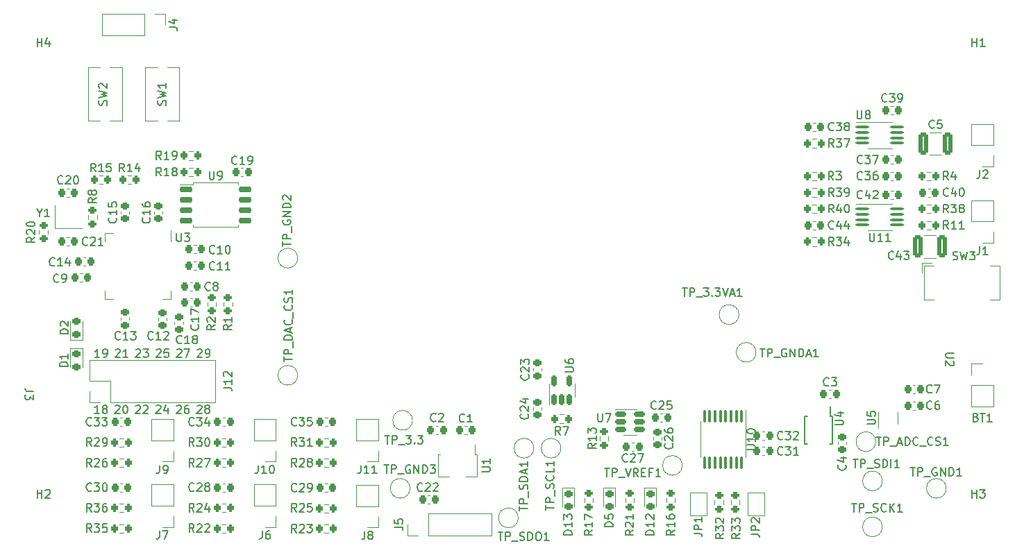
<source format=gto>
G04 #@! TF.GenerationSoftware,KiCad,Pcbnew,(6.0.5)*
G04 #@! TF.CreationDate,2023-10-06T12:52:39-04:00*
G04 #@! TF.ProjectId,v1,76312e6b-6963-4616-945f-706362585858,rev?*
G04 #@! TF.SameCoordinates,Original*
G04 #@! TF.FileFunction,Legend,Top*
G04 #@! TF.FilePolarity,Positive*
%FSLAX46Y46*%
G04 Gerber Fmt 4.6, Leading zero omitted, Abs format (unit mm)*
G04 Created by KiCad (PCBNEW (6.0.5)) date 2023-10-06 12:52:39*
%MOMM*%
%LPD*%
G01*
G04 APERTURE LIST*
G04 Aperture macros list*
%AMRoundRect*
0 Rectangle with rounded corners*
0 $1 Rounding radius*
0 $2 $3 $4 $5 $6 $7 $8 $9 X,Y pos of 4 corners*
0 Add a 4 corners polygon primitive as box body*
4,1,4,$2,$3,$4,$5,$6,$7,$8,$9,$2,$3,0*
0 Add four circle primitives for the rounded corners*
1,1,$1+$1,$2,$3*
1,1,$1+$1,$4,$5*
1,1,$1+$1,$6,$7*
1,1,$1+$1,$8,$9*
0 Add four rect primitives between the rounded corners*
20,1,$1+$1,$2,$3,$4,$5,0*
20,1,$1+$1,$4,$5,$6,$7,0*
20,1,$1+$1,$6,$7,$8,$9,0*
20,1,$1+$1,$8,$9,$2,$3,0*%
%AMFreePoly0*
4,1,6,1.000000,0.000000,0.500000,-0.750000,-0.500000,-0.750000,-0.500000,0.750000,0.500000,0.750000,1.000000,0.000000,1.000000,0.000000,$1*%
%AMFreePoly1*
4,1,6,0.500000,-0.750000,-0.650000,-0.750000,-0.150000,0.000000,-0.650000,0.750000,0.500000,0.750000,0.500000,-0.750000,0.500000,-0.750000,$1*%
%AMFreePoly2*
4,1,9,3.862500,-0.866500,0.737500,-0.866500,0.737500,-0.450000,-0.737500,-0.450000,-0.737500,0.450000,0.737500,0.450000,0.737500,0.866500,3.862500,0.866500,3.862500,-0.866500,3.862500,-0.866500,$1*%
G04 Aperture macros list end*
%ADD10C,0.150000*%
%ADD11C,0.120000*%
%ADD12RoundRect,0.218750X0.256250X-0.218750X0.256250X0.218750X-0.256250X0.218750X-0.256250X-0.218750X0*%
%ADD13RoundRect,0.218750X-0.256250X0.218750X-0.256250X-0.218750X0.256250X-0.218750X0.256250X0.218750X0*%
%ADD14RoundRect,0.200000X-0.200000X-0.275000X0.200000X-0.275000X0.200000X0.275000X-0.200000X0.275000X0*%
%ADD15RoundRect,0.225000X0.225000X0.250000X-0.225000X0.250000X-0.225000X-0.250000X0.225000X-0.250000X0*%
%ADD16RoundRect,0.200000X0.200000X0.275000X-0.200000X0.275000X-0.200000X-0.275000X0.200000X-0.275000X0*%
%ADD17C,2.000000*%
%ADD18R,1.700000X1.700000*%
%ADD19O,1.700000X1.700000*%
%ADD20RoundRect,0.225000X0.250000X-0.225000X0.250000X0.225000X-0.250000X0.225000X-0.250000X-0.225000X0*%
%ADD21RoundRect,0.225000X-0.225000X-0.250000X0.225000X-0.250000X0.225000X0.250000X-0.225000X0.250000X0*%
%ADD22RoundRect,0.200000X0.275000X-0.200000X0.275000X0.200000X-0.275000X0.200000X-0.275000X-0.200000X0*%
%ADD23C,4.400000*%
%ADD24RoundRect,0.200000X-0.275000X0.200000X-0.275000X-0.200000X0.275000X-0.200000X0.275000X0.200000X0*%
%ADD25RoundRect,0.225000X-0.250000X0.225000X-0.250000X-0.225000X0.250000X-0.225000X0.250000X0.225000X0*%
%ADD26O,0.200000X0.875000*%
%ADD27O,0.875000X0.200000*%
%ADD28R,3.200000X3.200000*%
%ADD29R,0.558800X2.108200*%
%ADD30RoundRect,0.100000X-0.100000X0.637500X-0.100000X-0.637500X0.100000X-0.637500X0.100000X0.637500X0*%
%ADD31RoundRect,0.150000X0.150000X-0.512500X0.150000X0.512500X-0.150000X0.512500X-0.150000X-0.512500X0*%
%ADD32R,1.400000X1.400000*%
%ADD33C,1.400000*%
%ADD34RoundRect,0.100000X-0.712500X-0.100000X0.712500X-0.100000X0.712500X0.100000X-0.712500X0.100000X0*%
%ADD35RoundRect,0.150000X-0.650000X-0.150000X0.650000X-0.150000X0.650000X0.150000X-0.650000X0.150000X0*%
%ADD36R,1.150000X1.000000*%
%ADD37R,0.400000X0.900000*%
%ADD38RoundRect,0.150000X-0.512500X-0.150000X0.512500X-0.150000X0.512500X0.150000X-0.512500X0.150000X0*%
%ADD39RoundRect,0.250000X-0.325000X-1.100000X0.325000X-1.100000X0.325000X1.100000X-0.325000X1.100000X0*%
%ADD40FreePoly0,270.000000*%
%ADD41FreePoly1,270.000000*%
%ADD42R,0.300000X1.400000*%
%ADD43R,1.600000X2.100000*%
%ADD44R,1.900000X1.950000*%
%ADD45O,1.700000X1.000000*%
%ADD46R,1.360000X0.400000*%
%ADD47R,0.900000X1.300000*%
%ADD48FreePoly2,270.000000*%
%ADD49RoundRect,0.250000X0.325000X1.100000X-0.325000X1.100000X-0.325000X-1.100000X0.325000X-1.100000X0*%
%ADD50C,2.600000*%
%ADD51C,3.600000*%
G04 APERTURE END LIST*
D10*
X97309523Y-116452380D02*
X96738095Y-116452380D01*
X97023809Y-116452380D02*
X97023809Y-115452380D01*
X96928571Y-115595238D01*
X96833333Y-115690476D01*
X96738095Y-115738095D01*
X97880952Y-115880952D02*
X97785714Y-115833333D01*
X97738095Y-115785714D01*
X97690476Y-115690476D01*
X97690476Y-115642857D01*
X97738095Y-115547619D01*
X97785714Y-115500000D01*
X97880952Y-115452380D01*
X98071428Y-115452380D01*
X98166666Y-115500000D01*
X98214285Y-115547619D01*
X98261904Y-115642857D01*
X98261904Y-115690476D01*
X98214285Y-115785714D01*
X98166666Y-115833333D01*
X98071428Y-115880952D01*
X97880952Y-115880952D01*
X97785714Y-115928571D01*
X97738095Y-115976190D01*
X97690476Y-116071428D01*
X97690476Y-116261904D01*
X97738095Y-116357142D01*
X97785714Y-116404761D01*
X97880952Y-116452380D01*
X98071428Y-116452380D01*
X98166666Y-116404761D01*
X98214285Y-116357142D01*
X98261904Y-116261904D01*
X98261904Y-116071428D01*
X98214285Y-115976190D01*
X98166666Y-115928571D01*
X98071428Y-115880952D01*
X106738095Y-115547619D02*
X106785714Y-115500000D01*
X106880952Y-115452380D01*
X107119047Y-115452380D01*
X107214285Y-115500000D01*
X107261904Y-115547619D01*
X107309523Y-115642857D01*
X107309523Y-115738095D01*
X107261904Y-115880952D01*
X106690476Y-116452380D01*
X107309523Y-116452380D01*
X108166666Y-115452380D02*
X107976190Y-115452380D01*
X107880952Y-115500000D01*
X107833333Y-115547619D01*
X107738095Y-115690476D01*
X107690476Y-115880952D01*
X107690476Y-116261904D01*
X107738095Y-116357142D01*
X107785714Y-116404761D01*
X107880952Y-116452380D01*
X108071428Y-116452380D01*
X108166666Y-116404761D01*
X108214285Y-116357142D01*
X108261904Y-116261904D01*
X108261904Y-116023809D01*
X108214285Y-115928571D01*
X108166666Y-115880952D01*
X108071428Y-115833333D01*
X107880952Y-115833333D01*
X107785714Y-115880952D01*
X107738095Y-115928571D01*
X107690476Y-116023809D01*
X101768549Y-108698424D02*
X101816168Y-108650805D01*
X101911406Y-108603185D01*
X102149501Y-108603185D01*
X102244739Y-108650805D01*
X102292358Y-108698424D01*
X102339977Y-108793662D01*
X102339977Y-108888900D01*
X102292358Y-109031757D01*
X101720930Y-109603185D01*
X102339977Y-109603185D01*
X102673311Y-108603185D02*
X103292358Y-108603185D01*
X102959025Y-108984138D01*
X103101882Y-108984138D01*
X103197120Y-109031757D01*
X103244739Y-109079376D01*
X103292358Y-109174614D01*
X103292358Y-109412709D01*
X103244739Y-109507947D01*
X103197120Y-109555566D01*
X103101882Y-109603185D01*
X102816168Y-109603185D01*
X102720930Y-109555566D01*
X102673311Y-109507947D01*
X104238095Y-115547619D02*
X104285714Y-115500000D01*
X104380952Y-115452380D01*
X104619047Y-115452380D01*
X104714285Y-115500000D01*
X104761904Y-115547619D01*
X104809523Y-115642857D01*
X104809523Y-115738095D01*
X104761904Y-115880952D01*
X104190476Y-116452380D01*
X104809523Y-116452380D01*
X105666666Y-115785714D02*
X105666666Y-116452380D01*
X105428571Y-115404761D02*
X105190476Y-116119047D01*
X105809523Y-116119047D01*
X109268549Y-108698424D02*
X109316168Y-108650805D01*
X109411406Y-108603185D01*
X109649501Y-108603185D01*
X109744739Y-108650805D01*
X109792358Y-108698424D01*
X109839977Y-108793662D01*
X109839977Y-108888900D01*
X109792358Y-109031757D01*
X109220930Y-109603185D01*
X109839977Y-109603185D01*
X110316168Y-109603185D02*
X110506644Y-109603185D01*
X110601882Y-109555566D01*
X110649501Y-109507947D01*
X110744739Y-109365090D01*
X110792358Y-109174614D01*
X110792358Y-108793662D01*
X110744739Y-108698424D01*
X110697120Y-108650805D01*
X110601882Y-108603185D01*
X110411406Y-108603185D01*
X110316168Y-108650805D01*
X110268549Y-108698424D01*
X110220930Y-108793662D01*
X110220930Y-109031757D01*
X110268549Y-109126995D01*
X110316168Y-109174614D01*
X110411406Y-109222233D01*
X110601882Y-109222233D01*
X110697120Y-109174614D01*
X110744739Y-109126995D01*
X110792358Y-109031757D01*
X109238095Y-115547619D02*
X109285714Y-115500000D01*
X109380952Y-115452380D01*
X109619047Y-115452380D01*
X109714285Y-115500000D01*
X109761904Y-115547619D01*
X109809523Y-115642857D01*
X109809523Y-115738095D01*
X109761904Y-115880952D01*
X109190476Y-116452380D01*
X109809523Y-116452380D01*
X110380952Y-115880952D02*
X110285714Y-115833333D01*
X110238095Y-115785714D01*
X110190476Y-115690476D01*
X110190476Y-115642857D01*
X110238095Y-115547619D01*
X110285714Y-115500000D01*
X110380952Y-115452380D01*
X110571428Y-115452380D01*
X110666666Y-115500000D01*
X110714285Y-115547619D01*
X110761904Y-115642857D01*
X110761904Y-115690476D01*
X110714285Y-115785714D01*
X110666666Y-115833333D01*
X110571428Y-115880952D01*
X110380952Y-115880952D01*
X110285714Y-115928571D01*
X110238095Y-115976190D01*
X110190476Y-116071428D01*
X110190476Y-116261904D01*
X110238095Y-116357142D01*
X110285714Y-116404761D01*
X110380952Y-116452380D01*
X110571428Y-116452380D01*
X110666666Y-116404761D01*
X110714285Y-116357142D01*
X110761904Y-116261904D01*
X110761904Y-116071428D01*
X110714285Y-115976190D01*
X110666666Y-115928571D01*
X110571428Y-115880952D01*
X101738095Y-115547619D02*
X101785714Y-115500000D01*
X101880952Y-115452380D01*
X102119047Y-115452380D01*
X102214285Y-115500000D01*
X102261904Y-115547619D01*
X102309523Y-115642857D01*
X102309523Y-115738095D01*
X102261904Y-115880952D01*
X101690476Y-116452380D01*
X102309523Y-116452380D01*
X102690476Y-115547619D02*
X102738095Y-115500000D01*
X102833333Y-115452380D01*
X103071428Y-115452380D01*
X103166666Y-115500000D01*
X103214285Y-115547619D01*
X103261904Y-115642857D01*
X103261904Y-115738095D01*
X103214285Y-115880952D01*
X102642857Y-116452380D01*
X103261904Y-116452380D01*
X97339977Y-109603185D02*
X96768549Y-109603185D01*
X97054263Y-109603185D02*
X97054263Y-108603185D01*
X96959025Y-108746043D01*
X96863787Y-108841281D01*
X96768549Y-108888900D01*
X97816168Y-109603185D02*
X98006644Y-109603185D01*
X98101882Y-109555566D01*
X98149501Y-109507947D01*
X98244739Y-109365090D01*
X98292358Y-109174614D01*
X98292358Y-108793662D01*
X98244739Y-108698424D01*
X98197120Y-108650805D01*
X98101882Y-108603185D01*
X97911406Y-108603185D01*
X97816168Y-108650805D01*
X97768549Y-108698424D01*
X97720930Y-108793662D01*
X97720930Y-109031757D01*
X97768549Y-109126995D01*
X97816168Y-109174614D01*
X97911406Y-109222233D01*
X98101882Y-109222233D01*
X98197120Y-109174614D01*
X98244739Y-109126995D01*
X98292358Y-109031757D01*
X99268549Y-108698424D02*
X99316168Y-108650805D01*
X99411406Y-108603185D01*
X99649501Y-108603185D01*
X99744739Y-108650805D01*
X99792358Y-108698424D01*
X99839977Y-108793662D01*
X99839977Y-108888900D01*
X99792358Y-109031757D01*
X99220930Y-109603185D01*
X99839977Y-109603185D01*
X100792358Y-109603185D02*
X100220930Y-109603185D01*
X100506644Y-109603185D02*
X100506644Y-108603185D01*
X100411406Y-108746043D01*
X100316168Y-108841281D01*
X100220930Y-108888900D01*
X99238095Y-115547619D02*
X99285714Y-115500000D01*
X99380952Y-115452380D01*
X99619047Y-115452380D01*
X99714285Y-115500000D01*
X99761904Y-115547619D01*
X99809523Y-115642857D01*
X99809523Y-115738095D01*
X99761904Y-115880952D01*
X99190476Y-116452380D01*
X99809523Y-116452380D01*
X100428571Y-115452380D02*
X100523809Y-115452380D01*
X100619047Y-115500000D01*
X100666666Y-115547619D01*
X100714285Y-115642857D01*
X100761904Y-115833333D01*
X100761904Y-116071428D01*
X100714285Y-116261904D01*
X100666666Y-116357142D01*
X100619047Y-116404761D01*
X100523809Y-116452380D01*
X100428571Y-116452380D01*
X100333333Y-116404761D01*
X100285714Y-116357142D01*
X100238095Y-116261904D01*
X100190476Y-116071428D01*
X100190476Y-115833333D01*
X100238095Y-115642857D01*
X100285714Y-115547619D01*
X100333333Y-115500000D01*
X100428571Y-115452380D01*
X106768549Y-108698424D02*
X106816168Y-108650805D01*
X106911406Y-108603185D01*
X107149501Y-108603185D01*
X107244739Y-108650805D01*
X107292358Y-108698424D01*
X107339977Y-108793662D01*
X107339977Y-108888900D01*
X107292358Y-109031757D01*
X106720930Y-109603185D01*
X107339977Y-109603185D01*
X107673311Y-108603185D02*
X108339977Y-108603185D01*
X107911406Y-109603185D01*
X104268549Y-108698424D02*
X104316168Y-108650805D01*
X104411406Y-108603185D01*
X104649501Y-108603185D01*
X104744739Y-108650805D01*
X104792358Y-108698424D01*
X104839977Y-108793662D01*
X104839977Y-108888900D01*
X104792358Y-109031757D01*
X104220930Y-109603185D01*
X104839977Y-109603185D01*
X105744739Y-108603185D02*
X105268549Y-108603185D01*
X105220930Y-109079376D01*
X105268549Y-109031757D01*
X105363787Y-108984138D01*
X105601882Y-108984138D01*
X105697120Y-109031757D01*
X105744739Y-109079376D01*
X105792358Y-109174614D01*
X105792358Y-109412709D01*
X105744739Y-109507947D01*
X105697120Y-109555566D01*
X105601882Y-109603185D01*
X105363787Y-109603185D01*
X105268549Y-109555566D01*
X105220930Y-109507947D01*
X93522380Y-106738095D02*
X92522380Y-106738095D01*
X92522380Y-106500000D01*
X92570000Y-106357142D01*
X92665238Y-106261904D01*
X92760476Y-106214285D01*
X92950952Y-106166666D01*
X93093809Y-106166666D01*
X93284285Y-106214285D01*
X93379523Y-106261904D01*
X93474761Y-106357142D01*
X93522380Y-106500000D01*
X93522380Y-106738095D01*
X92617619Y-105785714D02*
X92570000Y-105738095D01*
X92522380Y-105642857D01*
X92522380Y-105404761D01*
X92570000Y-105309523D01*
X92617619Y-105261904D01*
X92712857Y-105214285D01*
X92808095Y-105214285D01*
X92950952Y-105261904D01*
X93522380Y-105833333D01*
X93522380Y-105214285D01*
X93452380Y-110738095D02*
X92452380Y-110738095D01*
X92452380Y-110500000D01*
X92500000Y-110357142D01*
X92595238Y-110261904D01*
X92690476Y-110214285D01*
X92880952Y-110166666D01*
X93023809Y-110166666D01*
X93214285Y-110214285D01*
X93309523Y-110261904D01*
X93404761Y-110357142D01*
X93452380Y-110500000D01*
X93452380Y-110738095D01*
X93452380Y-109214285D02*
X93452380Y-109785714D01*
X93452380Y-109500000D02*
X92452380Y-109500000D01*
X92595238Y-109595238D01*
X92690476Y-109690476D01*
X92738095Y-109785714D01*
X121357142Y-120452380D02*
X121023809Y-119976190D01*
X120785714Y-120452380D02*
X120785714Y-119452380D01*
X121166666Y-119452380D01*
X121261904Y-119500000D01*
X121309523Y-119547619D01*
X121357142Y-119642857D01*
X121357142Y-119785714D01*
X121309523Y-119880952D01*
X121261904Y-119928571D01*
X121166666Y-119976190D01*
X120785714Y-119976190D01*
X121690476Y-119452380D02*
X122309523Y-119452380D01*
X121976190Y-119833333D01*
X122119047Y-119833333D01*
X122214285Y-119880952D01*
X122261904Y-119928571D01*
X122309523Y-120023809D01*
X122309523Y-120261904D01*
X122261904Y-120357142D01*
X122214285Y-120404761D01*
X122119047Y-120452380D01*
X121833333Y-120452380D01*
X121738095Y-120404761D01*
X121690476Y-120357142D01*
X123261904Y-120452380D02*
X122690476Y-120452380D01*
X122976190Y-120452380D02*
X122976190Y-119452380D01*
X122880952Y-119595238D01*
X122785714Y-119690476D01*
X122690476Y-119738095D01*
X114082142Y-85957142D02*
X114034523Y-86004761D01*
X113891666Y-86052380D01*
X113796428Y-86052380D01*
X113653571Y-86004761D01*
X113558333Y-85909523D01*
X113510714Y-85814285D01*
X113463095Y-85623809D01*
X113463095Y-85480952D01*
X113510714Y-85290476D01*
X113558333Y-85195238D01*
X113653571Y-85100000D01*
X113796428Y-85052380D01*
X113891666Y-85052380D01*
X114034523Y-85100000D01*
X114082142Y-85147619D01*
X115034523Y-86052380D02*
X114463095Y-86052380D01*
X114748809Y-86052380D02*
X114748809Y-85052380D01*
X114653571Y-85195238D01*
X114558333Y-85290476D01*
X114463095Y-85338095D01*
X115510714Y-86052380D02*
X115701190Y-86052380D01*
X115796428Y-86004761D01*
X115844047Y-85957142D01*
X115939285Y-85814285D01*
X115986904Y-85623809D01*
X115986904Y-85242857D01*
X115939285Y-85147619D01*
X115891666Y-85100000D01*
X115796428Y-85052380D01*
X115605952Y-85052380D01*
X115510714Y-85100000D01*
X115463095Y-85147619D01*
X115415476Y-85242857D01*
X115415476Y-85480952D01*
X115463095Y-85576190D01*
X115510714Y-85623809D01*
X115605952Y-85671428D01*
X115796428Y-85671428D01*
X115891666Y-85623809D01*
X115939285Y-85576190D01*
X115986904Y-85480952D01*
X186857142Y-91952380D02*
X186523809Y-91476190D01*
X186285714Y-91952380D02*
X186285714Y-90952380D01*
X186666666Y-90952380D01*
X186761904Y-91000000D01*
X186809523Y-91047619D01*
X186857142Y-91142857D01*
X186857142Y-91285714D01*
X186809523Y-91380952D01*
X186761904Y-91428571D01*
X186666666Y-91476190D01*
X186285714Y-91476190D01*
X187714285Y-91285714D02*
X187714285Y-91952380D01*
X187476190Y-90904761D02*
X187238095Y-91619047D01*
X187857142Y-91619047D01*
X188428571Y-90952380D02*
X188523809Y-90952380D01*
X188619047Y-91000000D01*
X188666666Y-91047619D01*
X188714285Y-91142857D01*
X188761904Y-91333333D01*
X188761904Y-91571428D01*
X188714285Y-91761904D01*
X188666666Y-91857142D01*
X188619047Y-91904761D01*
X188523809Y-91952380D01*
X188428571Y-91952380D01*
X188333333Y-91904761D01*
X188285714Y-91857142D01*
X188238095Y-91761904D01*
X188190476Y-91571428D01*
X188190476Y-91333333D01*
X188238095Y-91142857D01*
X188285714Y-91047619D01*
X188333333Y-91000000D01*
X188428571Y-90952380D01*
X196233333Y-123054380D02*
X196804761Y-123054380D01*
X196519047Y-124054380D02*
X196519047Y-123054380D01*
X197138095Y-124054380D02*
X197138095Y-123054380D01*
X197519047Y-123054380D01*
X197614285Y-123102000D01*
X197661904Y-123149619D01*
X197709523Y-123244857D01*
X197709523Y-123387714D01*
X197661904Y-123482952D01*
X197614285Y-123530571D01*
X197519047Y-123578190D01*
X197138095Y-123578190D01*
X197900000Y-124149619D02*
X198661904Y-124149619D01*
X199423809Y-123102000D02*
X199328571Y-123054380D01*
X199185714Y-123054380D01*
X199042857Y-123102000D01*
X198947619Y-123197238D01*
X198900000Y-123292476D01*
X198852380Y-123482952D01*
X198852380Y-123625809D01*
X198900000Y-123816285D01*
X198947619Y-123911523D01*
X199042857Y-124006761D01*
X199185714Y-124054380D01*
X199280952Y-124054380D01*
X199423809Y-124006761D01*
X199471428Y-123959142D01*
X199471428Y-123625809D01*
X199280952Y-123625809D01*
X199900000Y-124054380D02*
X199900000Y-123054380D01*
X200471428Y-124054380D01*
X200471428Y-123054380D01*
X200947619Y-124054380D02*
X200947619Y-123054380D01*
X201185714Y-123054380D01*
X201328571Y-123102000D01*
X201423809Y-123197238D01*
X201471428Y-123292476D01*
X201519047Y-123482952D01*
X201519047Y-123625809D01*
X201471428Y-123816285D01*
X201423809Y-123911523D01*
X201328571Y-124006761D01*
X201185714Y-124054380D01*
X200947619Y-124054380D01*
X202471428Y-124054380D02*
X201900000Y-124054380D01*
X202185714Y-124054380D02*
X202185714Y-123054380D01*
X202090476Y-123197238D01*
X201995238Y-123292476D01*
X201900000Y-123340095D01*
X117166666Y-130782380D02*
X117166666Y-131496666D01*
X117119047Y-131639523D01*
X117023809Y-131734761D01*
X116880952Y-131782380D01*
X116785714Y-131782380D01*
X118071428Y-130782380D02*
X117880952Y-130782380D01*
X117785714Y-130830000D01*
X117738095Y-130877619D01*
X117642857Y-131020476D01*
X117595238Y-131210952D01*
X117595238Y-131591904D01*
X117642857Y-131687142D01*
X117690476Y-131734761D01*
X117785714Y-131782380D01*
X117976190Y-131782380D01*
X118071428Y-131734761D01*
X118119047Y-131687142D01*
X118166666Y-131591904D01*
X118166666Y-131353809D01*
X118119047Y-131258571D01*
X118071428Y-131210952D01*
X117976190Y-131163333D01*
X117785714Y-131163333D01*
X117690476Y-131210952D01*
X117642857Y-131258571D01*
X117595238Y-131353809D01*
X105822380Y-69333333D02*
X106536666Y-69333333D01*
X106679523Y-69380952D01*
X106774761Y-69476190D01*
X106822380Y-69619047D01*
X106822380Y-69714285D01*
X106155714Y-68428571D02*
X106822380Y-68428571D01*
X105774761Y-68666666D02*
X106489047Y-68904761D01*
X106489047Y-68285714D01*
X204666666Y-96101130D02*
X204666666Y-96815416D01*
X204619047Y-96958273D01*
X204523809Y-97053511D01*
X204380952Y-97101130D01*
X204285714Y-97101130D01*
X205666666Y-97101130D02*
X205095238Y-97101130D01*
X205380952Y-97101130D02*
X205380952Y-96101130D01*
X205285714Y-96243988D01*
X205190476Y-96339226D01*
X205095238Y-96386845D01*
X99327142Y-92580357D02*
X99374761Y-92627976D01*
X99422380Y-92770833D01*
X99422380Y-92866071D01*
X99374761Y-93008928D01*
X99279523Y-93104166D01*
X99184285Y-93151785D01*
X98993809Y-93199404D01*
X98850952Y-93199404D01*
X98660476Y-93151785D01*
X98565238Y-93104166D01*
X98470000Y-93008928D01*
X98422380Y-92866071D01*
X98422380Y-92770833D01*
X98470000Y-92627976D01*
X98517619Y-92580357D01*
X99422380Y-91627976D02*
X99422380Y-92199404D01*
X99422380Y-91913690D02*
X98422380Y-91913690D01*
X98565238Y-92008928D01*
X98660476Y-92104166D01*
X98708095Y-92199404D01*
X98422380Y-90723214D02*
X98422380Y-91199404D01*
X98898571Y-91247023D01*
X98850952Y-91199404D01*
X98803333Y-91104166D01*
X98803333Y-90866071D01*
X98850952Y-90770833D01*
X98898571Y-90723214D01*
X98993809Y-90675595D01*
X99231904Y-90675595D01*
X99327142Y-90723214D01*
X99374761Y-90770833D01*
X99422380Y-90866071D01*
X99422380Y-91104166D01*
X99374761Y-91199404D01*
X99327142Y-91247023D01*
X96357142Y-120452380D02*
X96023809Y-119976190D01*
X95785714Y-120452380D02*
X95785714Y-119452380D01*
X96166666Y-119452380D01*
X96261904Y-119500000D01*
X96309523Y-119547619D01*
X96357142Y-119642857D01*
X96357142Y-119785714D01*
X96309523Y-119880952D01*
X96261904Y-119928571D01*
X96166666Y-119976190D01*
X95785714Y-119976190D01*
X96738095Y-119547619D02*
X96785714Y-119500000D01*
X96880952Y-119452380D01*
X97119047Y-119452380D01*
X97214285Y-119500000D01*
X97261904Y-119547619D01*
X97309523Y-119642857D01*
X97309523Y-119738095D01*
X97261904Y-119880952D01*
X96690476Y-120452380D01*
X97309523Y-120452380D01*
X97785714Y-120452380D02*
X97976190Y-120452380D01*
X98071428Y-120404761D01*
X98119047Y-120357142D01*
X98214285Y-120214285D01*
X98261904Y-120023809D01*
X98261904Y-119642857D01*
X98214285Y-119547619D01*
X98166666Y-119500000D01*
X98071428Y-119452380D01*
X97880952Y-119452380D01*
X97785714Y-119500000D01*
X97738095Y-119547619D01*
X97690476Y-119642857D01*
X97690476Y-119880952D01*
X97738095Y-119976190D01*
X97785714Y-120023809D01*
X97880952Y-120071428D01*
X98071428Y-120071428D01*
X98166666Y-120023809D01*
X98214285Y-119976190D01*
X98261904Y-119880952D01*
X198833333Y-113857142D02*
X198785714Y-113904761D01*
X198642857Y-113952380D01*
X198547619Y-113952380D01*
X198404761Y-113904761D01*
X198309523Y-113809523D01*
X198261904Y-113714285D01*
X198214285Y-113523809D01*
X198214285Y-113380952D01*
X198261904Y-113190476D01*
X198309523Y-113095238D01*
X198404761Y-113000000D01*
X198547619Y-112952380D01*
X198642857Y-112952380D01*
X198785714Y-113000000D01*
X198833333Y-113047619D01*
X199166666Y-112952380D02*
X199833333Y-112952380D01*
X199404761Y-113952380D01*
X157884880Y-120142857D02*
X157408690Y-120476190D01*
X157884880Y-120714285D02*
X156884880Y-120714285D01*
X156884880Y-120333333D01*
X156932500Y-120238095D01*
X156980119Y-120190476D01*
X157075357Y-120142857D01*
X157218214Y-120142857D01*
X157313452Y-120190476D01*
X157361071Y-120238095D01*
X157408690Y-120333333D01*
X157408690Y-120714285D01*
X157884880Y-119190476D02*
X157884880Y-119761904D01*
X157884880Y-119476190D02*
X156884880Y-119476190D01*
X157027738Y-119571428D01*
X157122976Y-119666666D01*
X157170595Y-119761904D01*
X156884880Y-118857142D02*
X156884880Y-118238095D01*
X157265833Y-118571428D01*
X157265833Y-118428571D01*
X157313452Y-118333333D01*
X157361071Y-118285714D01*
X157456309Y-118238095D01*
X157694404Y-118238095D01*
X157789642Y-118285714D01*
X157837261Y-118333333D01*
X157884880Y-118428571D01*
X157884880Y-118714285D01*
X157837261Y-118809523D01*
X157789642Y-118857142D01*
X108857142Y-122952380D02*
X108523809Y-122476190D01*
X108285714Y-122952380D02*
X108285714Y-121952380D01*
X108666666Y-121952380D01*
X108761904Y-122000000D01*
X108809523Y-122047619D01*
X108857142Y-122142857D01*
X108857142Y-122285714D01*
X108809523Y-122380952D01*
X108761904Y-122428571D01*
X108666666Y-122476190D01*
X108285714Y-122476190D01*
X109238095Y-122047619D02*
X109285714Y-122000000D01*
X109380952Y-121952380D01*
X109619047Y-121952380D01*
X109714285Y-122000000D01*
X109761904Y-122047619D01*
X109809523Y-122142857D01*
X109809523Y-122238095D01*
X109761904Y-122380952D01*
X109190476Y-122952380D01*
X109809523Y-122952380D01*
X110142857Y-121952380D02*
X110809523Y-121952380D01*
X110380952Y-122952380D01*
X186857142Y-93857142D02*
X186809523Y-93904761D01*
X186666666Y-93952380D01*
X186571428Y-93952380D01*
X186428571Y-93904761D01*
X186333333Y-93809523D01*
X186285714Y-93714285D01*
X186238095Y-93523809D01*
X186238095Y-93380952D01*
X186285714Y-93190476D01*
X186333333Y-93095238D01*
X186428571Y-93000000D01*
X186571428Y-92952380D01*
X186666666Y-92952380D01*
X186809523Y-93000000D01*
X186857142Y-93047619D01*
X187714285Y-93285714D02*
X187714285Y-93952380D01*
X187476190Y-92904761D02*
X187238095Y-93619047D01*
X187857142Y-93619047D01*
X188666666Y-93285714D02*
X188666666Y-93952380D01*
X188428571Y-92904761D02*
X188190476Y-93619047D01*
X188809523Y-93619047D01*
X89738095Y-71652380D02*
X89738095Y-70652380D01*
X89738095Y-71128571D02*
X90309523Y-71128571D01*
X90309523Y-71652380D02*
X90309523Y-70652380D01*
X91214285Y-70985714D02*
X91214285Y-71652380D01*
X90976190Y-70604761D02*
X90738095Y-71319047D01*
X91357142Y-71319047D01*
X159952380Y-130278095D02*
X158952380Y-130278095D01*
X158952380Y-130040000D01*
X159000000Y-129897142D01*
X159095238Y-129801904D01*
X159190476Y-129754285D01*
X159380952Y-129706666D01*
X159523809Y-129706666D01*
X159714285Y-129754285D01*
X159809523Y-129801904D01*
X159904761Y-129897142D01*
X159952380Y-130040000D01*
X159952380Y-130278095D01*
X158952380Y-128801904D02*
X158952380Y-129278095D01*
X159428571Y-129325714D01*
X159380952Y-129278095D01*
X159333333Y-129182857D01*
X159333333Y-128944761D01*
X159380952Y-128849523D01*
X159428571Y-128801904D01*
X159523809Y-128754285D01*
X159761904Y-128754285D01*
X159857142Y-128801904D01*
X159904761Y-128849523D01*
X159952380Y-128944761D01*
X159952380Y-129182857D01*
X159904761Y-129278095D01*
X159857142Y-129325714D01*
X173452380Y-131142857D02*
X172976190Y-131476190D01*
X173452380Y-131714285D02*
X172452380Y-131714285D01*
X172452380Y-131333333D01*
X172500000Y-131238095D01*
X172547619Y-131190476D01*
X172642857Y-131142857D01*
X172785714Y-131142857D01*
X172880952Y-131190476D01*
X172928571Y-131238095D01*
X172976190Y-131333333D01*
X172976190Y-131714285D01*
X172452380Y-130809523D02*
X172452380Y-130190476D01*
X172833333Y-130523809D01*
X172833333Y-130380952D01*
X172880952Y-130285714D01*
X172928571Y-130238095D01*
X173023809Y-130190476D01*
X173261904Y-130190476D01*
X173357142Y-130238095D01*
X173404761Y-130285714D01*
X173452380Y-130380952D01*
X173452380Y-130666666D01*
X173404761Y-130761904D01*
X173357142Y-130809523D01*
X172547619Y-129809523D02*
X172500000Y-129761904D01*
X172452380Y-129666666D01*
X172452380Y-129428571D01*
X172500000Y-129333333D01*
X172547619Y-129285714D01*
X172642857Y-129238095D01*
X172738095Y-129238095D01*
X172880952Y-129285714D01*
X173452380Y-129857142D01*
X173452380Y-129238095D01*
X192071428Y-119352380D02*
X192642857Y-119352380D01*
X192357142Y-120352380D02*
X192357142Y-119352380D01*
X192976190Y-120352380D02*
X192976190Y-119352380D01*
X193357142Y-119352380D01*
X193452380Y-119400000D01*
X193500000Y-119447619D01*
X193547619Y-119542857D01*
X193547619Y-119685714D01*
X193500000Y-119780952D01*
X193452380Y-119828571D01*
X193357142Y-119876190D01*
X192976190Y-119876190D01*
X193738095Y-120447619D02*
X194500000Y-120447619D01*
X194690476Y-120066666D02*
X195166666Y-120066666D01*
X194595238Y-120352380D02*
X194928571Y-119352380D01*
X195261904Y-120352380D01*
X195595238Y-120352380D02*
X195595238Y-119352380D01*
X195833333Y-119352380D01*
X195976190Y-119400000D01*
X196071428Y-119495238D01*
X196119047Y-119590476D01*
X196166666Y-119780952D01*
X196166666Y-119923809D01*
X196119047Y-120114285D01*
X196071428Y-120209523D01*
X195976190Y-120304761D01*
X195833333Y-120352380D01*
X195595238Y-120352380D01*
X197166666Y-120257142D02*
X197119047Y-120304761D01*
X196976190Y-120352380D01*
X196880952Y-120352380D01*
X196738095Y-120304761D01*
X196642857Y-120209523D01*
X196595238Y-120114285D01*
X196547619Y-119923809D01*
X196547619Y-119780952D01*
X196595238Y-119590476D01*
X196642857Y-119495238D01*
X196738095Y-119400000D01*
X196880952Y-119352380D01*
X196976190Y-119352380D01*
X197119047Y-119400000D01*
X197166666Y-119447619D01*
X197357142Y-120447619D02*
X198119047Y-120447619D01*
X198928571Y-120257142D02*
X198880952Y-120304761D01*
X198738095Y-120352380D01*
X198642857Y-120352380D01*
X198500000Y-120304761D01*
X198404761Y-120209523D01*
X198357142Y-120114285D01*
X198309523Y-119923809D01*
X198309523Y-119780952D01*
X198357142Y-119590476D01*
X198404761Y-119495238D01*
X198500000Y-119400000D01*
X198642857Y-119352380D01*
X198738095Y-119352380D01*
X198880952Y-119400000D01*
X198928571Y-119447619D01*
X199309523Y-120304761D02*
X199452380Y-120352380D01*
X199690476Y-120352380D01*
X199785714Y-120304761D01*
X199833333Y-120257142D01*
X199880952Y-120161904D01*
X199880952Y-120066666D01*
X199833333Y-119971428D01*
X199785714Y-119923809D01*
X199690476Y-119876190D01*
X199500000Y-119828571D01*
X199404761Y-119780952D01*
X199357142Y-119733333D01*
X199309523Y-119638095D01*
X199309523Y-119542857D01*
X199357142Y-119447619D01*
X199404761Y-119400000D01*
X199500000Y-119352380D01*
X199738095Y-119352380D01*
X199880952Y-119400000D01*
X200833333Y-120352380D02*
X200261904Y-120352380D01*
X200547619Y-120352380D02*
X200547619Y-119352380D01*
X200452380Y-119495238D01*
X200357142Y-119590476D01*
X200261904Y-119638095D01*
X198833333Y-115857142D02*
X198785714Y-115904761D01*
X198642857Y-115952380D01*
X198547619Y-115952380D01*
X198404761Y-115904761D01*
X198309523Y-115809523D01*
X198261904Y-115714285D01*
X198214285Y-115523809D01*
X198214285Y-115380952D01*
X198261904Y-115190476D01*
X198309523Y-115095238D01*
X198404761Y-115000000D01*
X198547619Y-114952380D01*
X198642857Y-114952380D01*
X198785714Y-115000000D01*
X198833333Y-115047619D01*
X199690476Y-114952380D02*
X199500000Y-114952380D01*
X199404761Y-115000000D01*
X199357142Y-115047619D01*
X199261904Y-115190476D01*
X199214285Y-115380952D01*
X199214285Y-115761904D01*
X199261904Y-115857142D01*
X199309523Y-115904761D01*
X199404761Y-115952380D01*
X199595238Y-115952380D01*
X199690476Y-115904761D01*
X199738095Y-115857142D01*
X199785714Y-115761904D01*
X199785714Y-115523809D01*
X199738095Y-115428571D01*
X199690476Y-115380952D01*
X199595238Y-115333333D01*
X199404761Y-115333333D01*
X199309523Y-115380952D01*
X199261904Y-115428571D01*
X199214285Y-115523809D01*
X96357142Y-128452380D02*
X96023809Y-127976190D01*
X95785714Y-128452380D02*
X95785714Y-127452380D01*
X96166666Y-127452380D01*
X96261904Y-127500000D01*
X96309523Y-127547619D01*
X96357142Y-127642857D01*
X96357142Y-127785714D01*
X96309523Y-127880952D01*
X96261904Y-127928571D01*
X96166666Y-127976190D01*
X95785714Y-127976190D01*
X96690476Y-127452380D02*
X97309523Y-127452380D01*
X96976190Y-127833333D01*
X97119047Y-127833333D01*
X97214285Y-127880952D01*
X97261904Y-127928571D01*
X97309523Y-128023809D01*
X97309523Y-128261904D01*
X97261904Y-128357142D01*
X97214285Y-128404761D01*
X97119047Y-128452380D01*
X96833333Y-128452380D01*
X96738095Y-128404761D01*
X96690476Y-128357142D01*
X98166666Y-127452380D02*
X97976190Y-127452380D01*
X97880952Y-127500000D01*
X97833333Y-127547619D01*
X97738095Y-127690476D01*
X97690476Y-127880952D01*
X97690476Y-128261904D01*
X97738095Y-128357142D01*
X97785714Y-128404761D01*
X97880952Y-128452380D01*
X98071428Y-128452380D01*
X98166666Y-128404761D01*
X98214285Y-128357142D01*
X98261904Y-128261904D01*
X98261904Y-128023809D01*
X98214285Y-127928571D01*
X98166666Y-127880952D01*
X98071428Y-127833333D01*
X97880952Y-127833333D01*
X97785714Y-127880952D01*
X97738095Y-127928571D01*
X97690476Y-128023809D01*
X129190476Y-122782380D02*
X129190476Y-123496666D01*
X129142857Y-123639523D01*
X129047619Y-123734761D01*
X128904761Y-123782380D01*
X128809523Y-123782380D01*
X130190476Y-123782380D02*
X129619047Y-123782380D01*
X129904761Y-123782380D02*
X129904761Y-122782380D01*
X129809523Y-122925238D01*
X129714285Y-123020476D01*
X129619047Y-123068095D01*
X131142857Y-123782380D02*
X130571428Y-123782380D01*
X130857142Y-123782380D02*
X130857142Y-122782380D01*
X130761904Y-122925238D01*
X130666666Y-123020476D01*
X130571428Y-123068095D01*
X136716562Y-125857142D02*
X136668943Y-125904761D01*
X136526086Y-125952380D01*
X136430848Y-125952380D01*
X136287991Y-125904761D01*
X136192753Y-125809523D01*
X136145134Y-125714285D01*
X136097515Y-125523809D01*
X136097515Y-125380952D01*
X136145134Y-125190476D01*
X136192753Y-125095238D01*
X136287991Y-125000000D01*
X136430848Y-124952380D01*
X136526086Y-124952380D01*
X136668943Y-125000000D01*
X136716562Y-125047619D01*
X137097515Y-125047619D02*
X137145134Y-125000000D01*
X137240372Y-124952380D01*
X137478467Y-124952380D01*
X137573705Y-125000000D01*
X137621324Y-125047619D01*
X137668943Y-125142857D01*
X137668943Y-125238095D01*
X137621324Y-125380952D01*
X137049896Y-125952380D01*
X137668943Y-125952380D01*
X138049896Y-125047619D02*
X138097515Y-125000000D01*
X138192753Y-124952380D01*
X138430848Y-124952380D01*
X138526086Y-125000000D01*
X138573705Y-125047619D01*
X138621324Y-125142857D01*
X138621324Y-125238095D01*
X138573705Y-125380952D01*
X138002277Y-125952380D01*
X138621324Y-125952380D01*
X107357142Y-107857142D02*
X107309523Y-107904761D01*
X107166666Y-107952380D01*
X107071428Y-107952380D01*
X106928571Y-107904761D01*
X106833333Y-107809523D01*
X106785714Y-107714285D01*
X106738095Y-107523809D01*
X106738095Y-107380952D01*
X106785714Y-107190476D01*
X106833333Y-107095238D01*
X106928571Y-107000000D01*
X107071428Y-106952380D01*
X107166666Y-106952380D01*
X107309523Y-107000000D01*
X107357142Y-107047619D01*
X108309523Y-107952380D02*
X107738095Y-107952380D01*
X108023809Y-107952380D02*
X108023809Y-106952380D01*
X107928571Y-107095238D01*
X107833333Y-107190476D01*
X107738095Y-107238095D01*
X108880952Y-107380952D02*
X108785714Y-107333333D01*
X108738095Y-107285714D01*
X108690476Y-107190476D01*
X108690476Y-107142857D01*
X108738095Y-107047619D01*
X108785714Y-107000000D01*
X108880952Y-106952380D01*
X109071428Y-106952380D01*
X109166666Y-107000000D01*
X109214285Y-107047619D01*
X109261904Y-107142857D01*
X109261904Y-107190476D01*
X109214285Y-107285714D01*
X109166666Y-107333333D01*
X109071428Y-107380952D01*
X108880952Y-107380952D01*
X108785714Y-107428571D01*
X108738095Y-107476190D01*
X108690476Y-107571428D01*
X108690476Y-107761904D01*
X108738095Y-107857142D01*
X108785714Y-107904761D01*
X108880952Y-107952380D01*
X109071428Y-107952380D01*
X109166666Y-107904761D01*
X109214285Y-107857142D01*
X109261904Y-107761904D01*
X109261904Y-107571428D01*
X109214285Y-107476190D01*
X109166666Y-107428571D01*
X109071428Y-107380952D01*
X113452380Y-105666666D02*
X112976190Y-106000000D01*
X113452380Y-106238095D02*
X112452380Y-106238095D01*
X112452380Y-105857142D01*
X112500000Y-105761904D01*
X112547619Y-105714285D01*
X112642857Y-105666666D01*
X112785714Y-105666666D01*
X112880952Y-105714285D01*
X112928571Y-105761904D01*
X112976190Y-105857142D01*
X112976190Y-106238095D01*
X113452380Y-104714285D02*
X113452380Y-105285714D01*
X113452380Y-105000000D02*
X112452380Y-105000000D01*
X112595238Y-105095238D01*
X112690476Y-105190476D01*
X112738095Y-105285714D01*
X190357142Y-87857142D02*
X190309523Y-87904761D01*
X190166666Y-87952380D01*
X190071428Y-87952380D01*
X189928571Y-87904761D01*
X189833333Y-87809523D01*
X189785714Y-87714285D01*
X189738095Y-87523809D01*
X189738095Y-87380952D01*
X189785714Y-87190476D01*
X189833333Y-87095238D01*
X189928571Y-87000000D01*
X190071428Y-86952380D01*
X190166666Y-86952380D01*
X190309523Y-87000000D01*
X190357142Y-87047619D01*
X190690476Y-86952380D02*
X191309523Y-86952380D01*
X190976190Y-87333333D01*
X191119047Y-87333333D01*
X191214285Y-87380952D01*
X191261904Y-87428571D01*
X191309523Y-87523809D01*
X191309523Y-87761904D01*
X191261904Y-87857142D01*
X191214285Y-87904761D01*
X191119047Y-87952380D01*
X190833333Y-87952380D01*
X190738095Y-87904761D01*
X190690476Y-87857142D01*
X192166666Y-86952380D02*
X191976190Y-86952380D01*
X191880952Y-87000000D01*
X191833333Y-87047619D01*
X191738095Y-87190476D01*
X191690476Y-87380952D01*
X191690476Y-87761904D01*
X191738095Y-87857142D01*
X191785714Y-87904761D01*
X191880952Y-87952380D01*
X192071428Y-87952380D01*
X192166666Y-87904761D01*
X192214285Y-87857142D01*
X192261904Y-87761904D01*
X192261904Y-87523809D01*
X192214285Y-87428571D01*
X192166666Y-87380952D01*
X192071428Y-87333333D01*
X191880952Y-87333333D01*
X191785714Y-87380952D01*
X191738095Y-87428571D01*
X191690476Y-87523809D01*
X157452380Y-130682857D02*
X156976190Y-131016190D01*
X157452380Y-131254285D02*
X156452380Y-131254285D01*
X156452380Y-130873333D01*
X156500000Y-130778095D01*
X156547619Y-130730476D01*
X156642857Y-130682857D01*
X156785714Y-130682857D01*
X156880952Y-130730476D01*
X156928571Y-130778095D01*
X156976190Y-130873333D01*
X156976190Y-131254285D01*
X157452380Y-129730476D02*
X157452380Y-130301904D01*
X157452380Y-130016190D02*
X156452380Y-130016190D01*
X156595238Y-130111428D01*
X156690476Y-130206666D01*
X156738095Y-130301904D01*
X156452380Y-129397142D02*
X156452380Y-128730476D01*
X157452380Y-129159047D01*
X116690476Y-122782380D02*
X116690476Y-123496666D01*
X116642857Y-123639523D01*
X116547619Y-123734761D01*
X116404761Y-123782380D01*
X116309523Y-123782380D01*
X117690476Y-123782380D02*
X117119047Y-123782380D01*
X117404761Y-123782380D02*
X117404761Y-122782380D01*
X117309523Y-122925238D01*
X117214285Y-123020476D01*
X117119047Y-123068095D01*
X118309523Y-122782380D02*
X118404761Y-122782380D01*
X118500000Y-122830000D01*
X118547619Y-122877619D01*
X118595238Y-122972857D01*
X118642857Y-123163333D01*
X118642857Y-123401428D01*
X118595238Y-123591904D01*
X118547619Y-123687142D01*
X118500000Y-123734761D01*
X118404761Y-123782380D01*
X118309523Y-123782380D01*
X118214285Y-123734761D01*
X118166666Y-123687142D01*
X118119047Y-123591904D01*
X118071428Y-123401428D01*
X118071428Y-123163333D01*
X118119047Y-122972857D01*
X118166666Y-122877619D01*
X118214285Y-122830000D01*
X118309523Y-122782380D01*
X119852380Y-110128571D02*
X119852380Y-109557142D01*
X120852380Y-109842857D02*
X119852380Y-109842857D01*
X120852380Y-109223809D02*
X119852380Y-109223809D01*
X119852380Y-108842857D01*
X119900000Y-108747619D01*
X119947619Y-108700000D01*
X120042857Y-108652380D01*
X120185714Y-108652380D01*
X120280952Y-108700000D01*
X120328571Y-108747619D01*
X120376190Y-108842857D01*
X120376190Y-109223809D01*
X120947619Y-108461904D02*
X120947619Y-107700000D01*
X120852380Y-107461904D02*
X119852380Y-107461904D01*
X119852380Y-107223809D01*
X119900000Y-107080952D01*
X119995238Y-106985714D01*
X120090476Y-106938095D01*
X120280952Y-106890476D01*
X120423809Y-106890476D01*
X120614285Y-106938095D01*
X120709523Y-106985714D01*
X120804761Y-107080952D01*
X120852380Y-107223809D01*
X120852380Y-107461904D01*
X120566666Y-106509523D02*
X120566666Y-106033333D01*
X120852380Y-106604761D02*
X119852380Y-106271428D01*
X120852380Y-105938095D01*
X120757142Y-105033333D02*
X120804761Y-105080952D01*
X120852380Y-105223809D01*
X120852380Y-105319047D01*
X120804761Y-105461904D01*
X120709523Y-105557142D01*
X120614285Y-105604761D01*
X120423809Y-105652380D01*
X120280952Y-105652380D01*
X120090476Y-105604761D01*
X119995238Y-105557142D01*
X119900000Y-105461904D01*
X119852380Y-105319047D01*
X119852380Y-105223809D01*
X119900000Y-105080952D01*
X119947619Y-105033333D01*
X120947619Y-104842857D02*
X120947619Y-104080952D01*
X120757142Y-103271428D02*
X120804761Y-103319047D01*
X120852380Y-103461904D01*
X120852380Y-103557142D01*
X120804761Y-103700000D01*
X120709523Y-103795238D01*
X120614285Y-103842857D01*
X120423809Y-103890476D01*
X120280952Y-103890476D01*
X120090476Y-103842857D01*
X119995238Y-103795238D01*
X119900000Y-103700000D01*
X119852380Y-103557142D01*
X119852380Y-103461904D01*
X119900000Y-103319047D01*
X119947619Y-103271428D01*
X120804761Y-102890476D02*
X120852380Y-102747619D01*
X120852380Y-102509523D01*
X120804761Y-102414285D01*
X120757142Y-102366666D01*
X120661904Y-102319047D01*
X120566666Y-102319047D01*
X120471428Y-102366666D01*
X120423809Y-102414285D01*
X120376190Y-102509523D01*
X120328571Y-102700000D01*
X120280952Y-102795238D01*
X120233333Y-102842857D01*
X120138095Y-102890476D01*
X120042857Y-102890476D01*
X119947619Y-102842857D01*
X119900000Y-102795238D01*
X119852380Y-102700000D01*
X119852380Y-102461904D01*
X119900000Y-102319047D01*
X120852380Y-101366666D02*
X120852380Y-101938095D01*
X120852380Y-101652380D02*
X119852380Y-101652380D01*
X119995238Y-101747619D01*
X120090476Y-101842857D01*
X120138095Y-101938095D01*
X201547619Y-109088095D02*
X200738095Y-109088095D01*
X200642857Y-109135714D01*
X200595238Y-109183333D01*
X200547619Y-109278571D01*
X200547619Y-109469047D01*
X200595238Y-109564285D01*
X200642857Y-109611904D01*
X200738095Y-109659523D01*
X201547619Y-109659523D01*
X201452380Y-110088095D02*
X201500000Y-110135714D01*
X201547619Y-110230952D01*
X201547619Y-110469047D01*
X201500000Y-110564285D01*
X201452380Y-110611904D01*
X201357142Y-110659523D01*
X201261904Y-110659523D01*
X201119047Y-110611904D01*
X200547619Y-110040476D01*
X200547619Y-110659523D01*
X106738095Y-94452380D02*
X106738095Y-95261904D01*
X106785714Y-95357142D01*
X106833333Y-95404761D01*
X106928571Y-95452380D01*
X107119047Y-95452380D01*
X107214285Y-95404761D01*
X107261904Y-95357142D01*
X107309523Y-95261904D01*
X107309523Y-94452380D01*
X107690476Y-94452380D02*
X108309523Y-94452380D01*
X107976190Y-94833333D01*
X108119047Y-94833333D01*
X108214285Y-94880952D01*
X108261904Y-94928571D01*
X108309523Y-95023809D01*
X108309523Y-95261904D01*
X108261904Y-95357142D01*
X108214285Y-95404761D01*
X108119047Y-95452380D01*
X107833333Y-95452380D01*
X107738095Y-95404761D01*
X107690476Y-95357142D01*
X105404761Y-78833333D02*
X105452380Y-78690476D01*
X105452380Y-78452380D01*
X105404761Y-78357142D01*
X105357142Y-78309523D01*
X105261904Y-78261904D01*
X105166666Y-78261904D01*
X105071428Y-78309523D01*
X105023809Y-78357142D01*
X104976190Y-78452380D01*
X104928571Y-78642857D01*
X104880952Y-78738095D01*
X104833333Y-78785714D01*
X104738095Y-78833333D01*
X104642857Y-78833333D01*
X104547619Y-78785714D01*
X104500000Y-78738095D01*
X104452380Y-78642857D01*
X104452380Y-78404761D01*
X104500000Y-78261904D01*
X104452380Y-77928571D02*
X105452380Y-77690476D01*
X104738095Y-77500000D01*
X105452380Y-77309523D01*
X104452380Y-77071428D01*
X105452380Y-76166666D02*
X105452380Y-76738095D01*
X105452380Y-76452380D02*
X104452380Y-76452380D01*
X104595238Y-76547619D01*
X104690476Y-76642857D01*
X104738095Y-76738095D01*
X133322380Y-130333333D02*
X134036666Y-130333333D01*
X134179523Y-130380952D01*
X134274761Y-130476190D01*
X134322380Y-130619047D01*
X134322380Y-130714285D01*
X133322380Y-129380952D02*
X133322380Y-129857142D01*
X133798571Y-129904761D01*
X133750952Y-129857142D01*
X133703333Y-129761904D01*
X133703333Y-129523809D01*
X133750952Y-129428571D01*
X133798571Y-129380952D01*
X133893809Y-129333333D01*
X134131904Y-129333333D01*
X134227142Y-129380952D01*
X134274761Y-129428571D01*
X134322380Y-129523809D01*
X134322380Y-129761904D01*
X134274761Y-129857142D01*
X134227142Y-129904761D01*
X176277380Y-120875595D02*
X177086904Y-120875595D01*
X177182142Y-120827976D01*
X177229761Y-120780357D01*
X177277380Y-120685119D01*
X177277380Y-120494642D01*
X177229761Y-120399404D01*
X177182142Y-120351785D01*
X177086904Y-120304166D01*
X176277380Y-120304166D01*
X177277380Y-119304166D02*
X177277380Y-119875595D01*
X177277380Y-119589880D02*
X176277380Y-119589880D01*
X176420238Y-119685119D01*
X176515476Y-119780357D01*
X176563095Y-119875595D01*
X176277380Y-118685119D02*
X176277380Y-118589880D01*
X176325000Y-118494642D01*
X176372619Y-118447023D01*
X176467857Y-118399404D01*
X176658333Y-118351785D01*
X176896428Y-118351785D01*
X177086904Y-118399404D01*
X177182142Y-118447023D01*
X177229761Y-118494642D01*
X177277380Y-118589880D01*
X177277380Y-118685119D01*
X177229761Y-118780357D01*
X177182142Y-118827976D01*
X177086904Y-118875595D01*
X176896428Y-118923214D01*
X176658333Y-118923214D01*
X176467857Y-118875595D01*
X176372619Y-118827976D01*
X176325000Y-118780357D01*
X176277380Y-118685119D01*
X200833333Y-87952380D02*
X200500000Y-87476190D01*
X200261904Y-87952380D02*
X200261904Y-86952380D01*
X200642857Y-86952380D01*
X200738095Y-87000000D01*
X200785714Y-87047619D01*
X200833333Y-87142857D01*
X200833333Y-87285714D01*
X200785714Y-87380952D01*
X200738095Y-87428571D01*
X200642857Y-87476190D01*
X200261904Y-87476190D01*
X201690476Y-87285714D02*
X201690476Y-87952380D01*
X201452380Y-86904761D02*
X201214285Y-87619047D01*
X201833333Y-87619047D01*
X168409523Y-101152380D02*
X168980952Y-101152380D01*
X168695238Y-102152380D02*
X168695238Y-101152380D01*
X169314285Y-102152380D02*
X169314285Y-101152380D01*
X169695238Y-101152380D01*
X169790476Y-101200000D01*
X169838095Y-101247619D01*
X169885714Y-101342857D01*
X169885714Y-101485714D01*
X169838095Y-101580952D01*
X169790476Y-101628571D01*
X169695238Y-101676190D01*
X169314285Y-101676190D01*
X170076190Y-102247619D02*
X170838095Y-102247619D01*
X170980952Y-101152380D02*
X171600000Y-101152380D01*
X171266666Y-101533333D01*
X171409523Y-101533333D01*
X171504761Y-101580952D01*
X171552380Y-101628571D01*
X171600000Y-101723809D01*
X171600000Y-101961904D01*
X171552380Y-102057142D01*
X171504761Y-102104761D01*
X171409523Y-102152380D01*
X171123809Y-102152380D01*
X171028571Y-102104761D01*
X170980952Y-102057142D01*
X172028571Y-102057142D02*
X172076190Y-102104761D01*
X172028571Y-102152380D01*
X171980952Y-102104761D01*
X172028571Y-102057142D01*
X172028571Y-102152380D01*
X172409523Y-101152380D02*
X173028571Y-101152380D01*
X172695238Y-101533333D01*
X172838095Y-101533333D01*
X172933333Y-101580952D01*
X172980952Y-101628571D01*
X173028571Y-101723809D01*
X173028571Y-101961904D01*
X172980952Y-102057142D01*
X172933333Y-102104761D01*
X172838095Y-102152380D01*
X172552380Y-102152380D01*
X172457142Y-102104761D01*
X172409523Y-102057142D01*
X173314285Y-101152380D02*
X173647619Y-102152380D01*
X173980952Y-101152380D01*
X174266666Y-101866666D02*
X174742857Y-101866666D01*
X174171428Y-102152380D02*
X174504761Y-101152380D01*
X174838095Y-102152380D01*
X175695238Y-102152380D02*
X175123809Y-102152380D01*
X175409523Y-102152380D02*
X175409523Y-101152380D01*
X175314285Y-101295238D01*
X175219047Y-101390476D01*
X175123809Y-101438095D01*
X186857142Y-83952380D02*
X186523809Y-83476190D01*
X186285714Y-83952380D02*
X186285714Y-82952380D01*
X186666666Y-82952380D01*
X186761904Y-83000000D01*
X186809523Y-83047619D01*
X186857142Y-83142857D01*
X186857142Y-83285714D01*
X186809523Y-83380952D01*
X186761904Y-83428571D01*
X186666666Y-83476190D01*
X186285714Y-83476190D01*
X187190476Y-82952380D02*
X187809523Y-82952380D01*
X187476190Y-83333333D01*
X187619047Y-83333333D01*
X187714285Y-83380952D01*
X187761904Y-83428571D01*
X187809523Y-83523809D01*
X187809523Y-83761904D01*
X187761904Y-83857142D01*
X187714285Y-83904761D01*
X187619047Y-83952380D01*
X187333333Y-83952380D01*
X187238095Y-83904761D01*
X187190476Y-83857142D01*
X188142857Y-82952380D02*
X188809523Y-82952380D01*
X188380952Y-83952380D01*
X108857142Y-120452380D02*
X108523809Y-119976190D01*
X108285714Y-120452380D02*
X108285714Y-119452380D01*
X108666666Y-119452380D01*
X108761904Y-119500000D01*
X108809523Y-119547619D01*
X108857142Y-119642857D01*
X108857142Y-119785714D01*
X108809523Y-119880952D01*
X108761904Y-119928571D01*
X108666666Y-119976190D01*
X108285714Y-119976190D01*
X109190476Y-119452380D02*
X109809523Y-119452380D01*
X109476190Y-119833333D01*
X109619047Y-119833333D01*
X109714285Y-119880952D01*
X109761904Y-119928571D01*
X109809523Y-120023809D01*
X109809523Y-120261904D01*
X109761904Y-120357142D01*
X109714285Y-120404761D01*
X109619047Y-120452380D01*
X109333333Y-120452380D01*
X109238095Y-120404761D01*
X109190476Y-120357142D01*
X110428571Y-119452380D02*
X110523809Y-119452380D01*
X110619047Y-119500000D01*
X110666666Y-119547619D01*
X110714285Y-119642857D01*
X110761904Y-119833333D01*
X110761904Y-120071428D01*
X110714285Y-120261904D01*
X110666666Y-120357142D01*
X110619047Y-120404761D01*
X110523809Y-120452380D01*
X110428571Y-120452380D01*
X110333333Y-120404761D01*
X110285714Y-120357142D01*
X110238095Y-120261904D01*
X110190476Y-120071428D01*
X110190476Y-119833333D01*
X110238095Y-119642857D01*
X110285714Y-119547619D01*
X110333333Y-119500000D01*
X110428571Y-119452380D01*
X112452380Y-113309523D02*
X113166666Y-113309523D01*
X113309523Y-113357142D01*
X113404761Y-113452380D01*
X113452380Y-113595238D01*
X113452380Y-113690476D01*
X113452380Y-112309523D02*
X113452380Y-112880952D01*
X113452380Y-112595238D02*
X112452380Y-112595238D01*
X112595238Y-112690476D01*
X112690476Y-112785714D01*
X112738095Y-112880952D01*
X112547619Y-111928571D02*
X112500000Y-111880952D01*
X112452380Y-111785714D01*
X112452380Y-111547619D01*
X112500000Y-111452380D01*
X112547619Y-111404761D01*
X112642857Y-111357142D01*
X112738095Y-111357142D01*
X112880952Y-111404761D01*
X113452380Y-111976190D01*
X113452380Y-111357142D01*
X204666666Y-86782380D02*
X204666666Y-87496666D01*
X204619047Y-87639523D01*
X204523809Y-87734761D01*
X204380952Y-87782380D01*
X204285714Y-87782380D01*
X205095238Y-86877619D02*
X205142857Y-86830000D01*
X205238095Y-86782380D01*
X205476190Y-86782380D01*
X205571428Y-86830000D01*
X205619047Y-86877619D01*
X205666666Y-86972857D01*
X205666666Y-87068095D01*
X205619047Y-87210952D01*
X205047619Y-87782380D01*
X205666666Y-87782380D01*
X153533333Y-119052380D02*
X153200000Y-118576190D01*
X152961904Y-119052380D02*
X152961904Y-118052380D01*
X153342857Y-118052380D01*
X153438095Y-118100000D01*
X153485714Y-118147619D01*
X153533333Y-118242857D01*
X153533333Y-118385714D01*
X153485714Y-118480952D01*
X153438095Y-118528571D01*
X153342857Y-118576190D01*
X152961904Y-118576190D01*
X153866666Y-118052380D02*
X154533333Y-118052380D01*
X154104761Y-119052380D01*
X129666666Y-130822380D02*
X129666666Y-131536666D01*
X129619047Y-131679523D01*
X129523809Y-131774761D01*
X129380952Y-131822380D01*
X129285714Y-131822380D01*
X130285714Y-131250952D02*
X130190476Y-131203333D01*
X130142857Y-131155714D01*
X130095238Y-131060476D01*
X130095238Y-131012857D01*
X130142857Y-130917619D01*
X130190476Y-130870000D01*
X130285714Y-130822380D01*
X130476190Y-130822380D01*
X130571428Y-130870000D01*
X130619047Y-130917619D01*
X130666666Y-131012857D01*
X130666666Y-131060476D01*
X130619047Y-131155714D01*
X130571428Y-131203333D01*
X130476190Y-131250952D01*
X130285714Y-131250952D01*
X130190476Y-131298571D01*
X130142857Y-131346190D01*
X130095238Y-131441428D01*
X130095238Y-131631904D01*
X130142857Y-131727142D01*
X130190476Y-131774761D01*
X130285714Y-131822380D01*
X130476190Y-131822380D01*
X130571428Y-131774761D01*
X130619047Y-131727142D01*
X130666666Y-131631904D01*
X130666666Y-131441428D01*
X130619047Y-131346190D01*
X130571428Y-131298571D01*
X130476190Y-131250952D01*
X132142857Y-119152380D02*
X132714285Y-119152380D01*
X132428571Y-120152380D02*
X132428571Y-119152380D01*
X133047619Y-120152380D02*
X133047619Y-119152380D01*
X133428571Y-119152380D01*
X133523809Y-119200000D01*
X133571428Y-119247619D01*
X133619047Y-119342857D01*
X133619047Y-119485714D01*
X133571428Y-119580952D01*
X133523809Y-119628571D01*
X133428571Y-119676190D01*
X133047619Y-119676190D01*
X133809523Y-120247619D02*
X134571428Y-120247619D01*
X134714285Y-119152380D02*
X135333333Y-119152380D01*
X135000000Y-119533333D01*
X135142857Y-119533333D01*
X135238095Y-119580952D01*
X135285714Y-119628571D01*
X135333333Y-119723809D01*
X135333333Y-119961904D01*
X135285714Y-120057142D01*
X135238095Y-120104761D01*
X135142857Y-120152380D01*
X134857142Y-120152380D01*
X134761904Y-120104761D01*
X134714285Y-120057142D01*
X135761904Y-120057142D02*
X135809523Y-120104761D01*
X135761904Y-120152380D01*
X135714285Y-120104761D01*
X135761904Y-120057142D01*
X135761904Y-120152380D01*
X136142857Y-119152380D02*
X136761904Y-119152380D01*
X136428571Y-119533333D01*
X136571428Y-119533333D01*
X136666666Y-119580952D01*
X136714285Y-119628571D01*
X136761904Y-119723809D01*
X136761904Y-119961904D01*
X136714285Y-120057142D01*
X136666666Y-120104761D01*
X136571428Y-120152380D01*
X136285714Y-120152380D01*
X136190476Y-120104761D01*
X136142857Y-120057142D01*
X91857142Y-98357142D02*
X91809523Y-98404761D01*
X91666666Y-98452380D01*
X91571428Y-98452380D01*
X91428571Y-98404761D01*
X91333333Y-98309523D01*
X91285714Y-98214285D01*
X91238095Y-98023809D01*
X91238095Y-97880952D01*
X91285714Y-97690476D01*
X91333333Y-97595238D01*
X91428571Y-97500000D01*
X91571428Y-97452380D01*
X91666666Y-97452380D01*
X91809523Y-97500000D01*
X91857142Y-97547619D01*
X92809523Y-98452380D02*
X92238095Y-98452380D01*
X92523809Y-98452380D02*
X92523809Y-97452380D01*
X92428571Y-97595238D01*
X92333333Y-97690476D01*
X92238095Y-97738095D01*
X93666666Y-97785714D02*
X93666666Y-98452380D01*
X93428571Y-97404761D02*
X93190476Y-98119047D01*
X93809523Y-98119047D01*
X154152380Y-111361904D02*
X154961904Y-111361904D01*
X155057142Y-111314285D01*
X155104761Y-111266666D01*
X155152380Y-111171428D01*
X155152380Y-110980952D01*
X155104761Y-110885714D01*
X155057142Y-110838095D01*
X154961904Y-110790476D01*
X154152380Y-110790476D01*
X154152380Y-109885714D02*
X154152380Y-110076190D01*
X154200000Y-110171428D01*
X154247619Y-110219047D01*
X154390476Y-110314285D01*
X154580952Y-110361904D01*
X154961904Y-110361904D01*
X155057142Y-110314285D01*
X155104761Y-110266666D01*
X155152380Y-110171428D01*
X155152380Y-109980952D01*
X155104761Y-109885714D01*
X155057142Y-109838095D01*
X154961904Y-109790476D01*
X154723809Y-109790476D01*
X154628571Y-109838095D01*
X154580952Y-109885714D01*
X154533333Y-109980952D01*
X154533333Y-110171428D01*
X154580952Y-110266666D01*
X154628571Y-110314285D01*
X154723809Y-110361904D01*
X201416666Y-97654761D02*
X201559523Y-97702380D01*
X201797619Y-97702380D01*
X201892857Y-97654761D01*
X201940476Y-97607142D01*
X201988095Y-97511904D01*
X201988095Y-97416666D01*
X201940476Y-97321428D01*
X201892857Y-97273809D01*
X201797619Y-97226190D01*
X201607142Y-97178571D01*
X201511904Y-97130952D01*
X201464285Y-97083333D01*
X201416666Y-96988095D01*
X201416666Y-96892857D01*
X201464285Y-96797619D01*
X201511904Y-96750000D01*
X201607142Y-96702380D01*
X201845238Y-96702380D01*
X201988095Y-96750000D01*
X202321428Y-96702380D02*
X202559523Y-97702380D01*
X202750000Y-96988095D01*
X202940476Y-97702380D01*
X203178571Y-96702380D01*
X203464285Y-96702380D02*
X204083333Y-96702380D01*
X203750000Y-97083333D01*
X203892857Y-97083333D01*
X203988095Y-97130952D01*
X204035714Y-97178571D01*
X204083333Y-97273809D01*
X204083333Y-97511904D01*
X204035714Y-97607142D01*
X203988095Y-97654761D01*
X203892857Y-97702380D01*
X203607142Y-97702380D01*
X203511904Y-97654761D01*
X203464285Y-97607142D01*
X186857142Y-95952380D02*
X186523809Y-95476190D01*
X186285714Y-95952380D02*
X186285714Y-94952380D01*
X186666666Y-94952380D01*
X186761904Y-95000000D01*
X186809523Y-95047619D01*
X186857142Y-95142857D01*
X186857142Y-95285714D01*
X186809523Y-95380952D01*
X186761904Y-95428571D01*
X186666666Y-95476190D01*
X186285714Y-95476190D01*
X187190476Y-94952380D02*
X187809523Y-94952380D01*
X187476190Y-95333333D01*
X187619047Y-95333333D01*
X187714285Y-95380952D01*
X187761904Y-95428571D01*
X187809523Y-95523809D01*
X187809523Y-95761904D01*
X187761904Y-95857142D01*
X187714285Y-95904761D01*
X187619047Y-95952380D01*
X187333333Y-95952380D01*
X187238095Y-95904761D01*
X187190476Y-95857142D01*
X188666666Y-95285714D02*
X188666666Y-95952380D01*
X188428571Y-94904761D02*
X188190476Y-95619047D01*
X188809523Y-95619047D01*
X96952380Y-90166666D02*
X96476190Y-90500000D01*
X96952380Y-90738095D02*
X95952380Y-90738095D01*
X95952380Y-90357142D01*
X96000000Y-90261904D01*
X96047619Y-90214285D01*
X96142857Y-90166666D01*
X96285714Y-90166666D01*
X96380952Y-90214285D01*
X96428571Y-90261904D01*
X96476190Y-90357142D01*
X96476190Y-90738095D01*
X96380952Y-89595238D02*
X96333333Y-89690476D01*
X96285714Y-89738095D01*
X96190476Y-89785714D01*
X96142857Y-89785714D01*
X96047619Y-89738095D01*
X96000000Y-89690476D01*
X95952380Y-89595238D01*
X95952380Y-89404761D01*
X96000000Y-89309523D01*
X96047619Y-89261904D01*
X96142857Y-89214285D01*
X96190476Y-89214285D01*
X96285714Y-89261904D01*
X96333333Y-89309523D01*
X96380952Y-89404761D01*
X96380952Y-89595238D01*
X96428571Y-89690476D01*
X96476190Y-89738095D01*
X96571428Y-89785714D01*
X96761904Y-89785714D01*
X96857142Y-89738095D01*
X96904761Y-89690476D01*
X96952380Y-89595238D01*
X96952380Y-89404761D01*
X96904761Y-89309523D01*
X96857142Y-89261904D01*
X96761904Y-89214285D01*
X96571428Y-89214285D01*
X96476190Y-89261904D01*
X96428571Y-89309523D01*
X96380952Y-89404761D01*
X92857142Y-88357142D02*
X92809523Y-88404761D01*
X92666666Y-88452380D01*
X92571428Y-88452380D01*
X92428571Y-88404761D01*
X92333333Y-88309523D01*
X92285714Y-88214285D01*
X92238095Y-88023809D01*
X92238095Y-87880952D01*
X92285714Y-87690476D01*
X92333333Y-87595238D01*
X92428571Y-87500000D01*
X92571428Y-87452380D01*
X92666666Y-87452380D01*
X92809523Y-87500000D01*
X92857142Y-87547619D01*
X93238095Y-87547619D02*
X93285714Y-87500000D01*
X93380952Y-87452380D01*
X93619047Y-87452380D01*
X93714285Y-87500000D01*
X93761904Y-87547619D01*
X93809523Y-87642857D01*
X93809523Y-87738095D01*
X93761904Y-87880952D01*
X93190476Y-88452380D01*
X93809523Y-88452380D01*
X94428571Y-87452380D02*
X94523809Y-87452380D01*
X94619047Y-87500000D01*
X94666666Y-87547619D01*
X94714285Y-87642857D01*
X94761904Y-87833333D01*
X94761904Y-88071428D01*
X94714285Y-88261904D01*
X94666666Y-88357142D01*
X94619047Y-88404761D01*
X94523809Y-88452380D01*
X94428571Y-88452380D01*
X94333333Y-88404761D01*
X94285714Y-88357142D01*
X94238095Y-88261904D01*
X94190476Y-88071428D01*
X94190476Y-87833333D01*
X94238095Y-87642857D01*
X94285714Y-87547619D01*
X94333333Y-87500000D01*
X94428571Y-87452380D01*
X191261904Y-94452380D02*
X191261904Y-95261904D01*
X191309523Y-95357142D01*
X191357142Y-95404761D01*
X191452380Y-95452380D01*
X191642857Y-95452380D01*
X191738095Y-95404761D01*
X191785714Y-95357142D01*
X191833333Y-95261904D01*
X191833333Y-94452380D01*
X192833333Y-95452380D02*
X192261904Y-95452380D01*
X192547619Y-95452380D02*
X192547619Y-94452380D01*
X192452380Y-94595238D01*
X192357142Y-94690476D01*
X192261904Y-94738095D01*
X193785714Y-95452380D02*
X193214285Y-95452380D01*
X193500000Y-95452380D02*
X193500000Y-94452380D01*
X193404761Y-94595238D01*
X193309523Y-94690476D01*
X193214285Y-94738095D01*
X200857142Y-91952380D02*
X200523809Y-91476190D01*
X200285714Y-91952380D02*
X200285714Y-90952380D01*
X200666666Y-90952380D01*
X200761904Y-91000000D01*
X200809523Y-91047619D01*
X200857142Y-91142857D01*
X200857142Y-91285714D01*
X200809523Y-91380952D01*
X200761904Y-91428571D01*
X200666666Y-91476190D01*
X200285714Y-91476190D01*
X201190476Y-90952380D02*
X201809523Y-90952380D01*
X201476190Y-91333333D01*
X201619047Y-91333333D01*
X201714285Y-91380952D01*
X201761904Y-91428571D01*
X201809523Y-91523809D01*
X201809523Y-91761904D01*
X201761904Y-91857142D01*
X201714285Y-91904761D01*
X201619047Y-91952380D01*
X201333333Y-91952380D01*
X201238095Y-91904761D01*
X201190476Y-91857142D01*
X202380952Y-91380952D02*
X202285714Y-91333333D01*
X202238095Y-91285714D01*
X202190476Y-91190476D01*
X202190476Y-91142857D01*
X202238095Y-91047619D01*
X202285714Y-91000000D01*
X202380952Y-90952380D01*
X202571428Y-90952380D01*
X202666666Y-91000000D01*
X202714285Y-91047619D01*
X202761904Y-91142857D01*
X202761904Y-91190476D01*
X202714285Y-91285714D01*
X202666666Y-91333333D01*
X202571428Y-91380952D01*
X202380952Y-91380952D01*
X202285714Y-91428571D01*
X202238095Y-91476190D01*
X202190476Y-91571428D01*
X202190476Y-91761904D01*
X202238095Y-91857142D01*
X202285714Y-91904761D01*
X202380952Y-91952380D01*
X202571428Y-91952380D01*
X202666666Y-91904761D01*
X202714285Y-91857142D01*
X202761904Y-91761904D01*
X202761904Y-91571428D01*
X202714285Y-91476190D01*
X202666666Y-91428571D01*
X202571428Y-91380952D01*
X204214285Y-116928571D02*
X204357142Y-116976190D01*
X204404761Y-117023809D01*
X204452380Y-117119047D01*
X204452380Y-117261904D01*
X204404761Y-117357142D01*
X204357142Y-117404761D01*
X204261904Y-117452380D01*
X203880952Y-117452380D01*
X203880952Y-116452380D01*
X204214285Y-116452380D01*
X204309523Y-116500000D01*
X204357142Y-116547619D01*
X204404761Y-116642857D01*
X204404761Y-116738095D01*
X204357142Y-116833333D01*
X204309523Y-116880952D01*
X204214285Y-116928571D01*
X203880952Y-116928571D01*
X204738095Y-116452380D02*
X205309523Y-116452380D01*
X205023809Y-117452380D02*
X205023809Y-116452380D01*
X206166666Y-117452380D02*
X205595238Y-117452380D01*
X205880952Y-117452380D02*
X205880952Y-116452380D01*
X205785714Y-116595238D01*
X205690476Y-116690476D01*
X205595238Y-116738095D01*
X145957142Y-130952380D02*
X146528571Y-130952380D01*
X146242857Y-131952380D02*
X146242857Y-130952380D01*
X146861904Y-131952380D02*
X146861904Y-130952380D01*
X147242857Y-130952380D01*
X147338095Y-131000000D01*
X147385714Y-131047619D01*
X147433333Y-131142857D01*
X147433333Y-131285714D01*
X147385714Y-131380952D01*
X147338095Y-131428571D01*
X147242857Y-131476190D01*
X146861904Y-131476190D01*
X147623809Y-132047619D02*
X148385714Y-132047619D01*
X148576190Y-131904761D02*
X148719047Y-131952380D01*
X148957142Y-131952380D01*
X149052380Y-131904761D01*
X149100000Y-131857142D01*
X149147619Y-131761904D01*
X149147619Y-131666666D01*
X149100000Y-131571428D01*
X149052380Y-131523809D01*
X148957142Y-131476190D01*
X148766666Y-131428571D01*
X148671428Y-131380952D01*
X148623809Y-131333333D01*
X148576190Y-131238095D01*
X148576190Y-131142857D01*
X148623809Y-131047619D01*
X148671428Y-131000000D01*
X148766666Y-130952380D01*
X149004761Y-130952380D01*
X149147619Y-131000000D01*
X149576190Y-131952380D02*
X149576190Y-130952380D01*
X149814285Y-130952380D01*
X149957142Y-131000000D01*
X150052380Y-131095238D01*
X150100000Y-131190476D01*
X150147619Y-131380952D01*
X150147619Y-131523809D01*
X150100000Y-131714285D01*
X150052380Y-131809523D01*
X149957142Y-131904761D01*
X149814285Y-131952380D01*
X149576190Y-131952380D01*
X150766666Y-130952380D02*
X150957142Y-130952380D01*
X151052380Y-131000000D01*
X151147619Y-131095238D01*
X151195238Y-131285714D01*
X151195238Y-131619047D01*
X151147619Y-131809523D01*
X151052380Y-131904761D01*
X150957142Y-131952380D01*
X150766666Y-131952380D01*
X150671428Y-131904761D01*
X150576190Y-131809523D01*
X150528571Y-131619047D01*
X150528571Y-131285714D01*
X150576190Y-131095238D01*
X150671428Y-131000000D01*
X150766666Y-130952380D01*
X152147619Y-131952380D02*
X151576190Y-131952380D01*
X151861904Y-131952380D02*
X151861904Y-130952380D01*
X151766666Y-131095238D01*
X151671428Y-131190476D01*
X151576190Y-131238095D01*
X110738095Y-86892380D02*
X110738095Y-87701904D01*
X110785714Y-87797142D01*
X110833333Y-87844761D01*
X110928571Y-87892380D01*
X111119047Y-87892380D01*
X111214285Y-87844761D01*
X111261904Y-87797142D01*
X111309523Y-87701904D01*
X111309523Y-86892380D01*
X111833333Y-87892380D02*
X112023809Y-87892380D01*
X112119047Y-87844761D01*
X112166666Y-87797142D01*
X112261904Y-87654285D01*
X112309523Y-87463809D01*
X112309523Y-87082857D01*
X112261904Y-86987619D01*
X112214285Y-86940000D01*
X112119047Y-86892380D01*
X111928571Y-86892380D01*
X111833333Y-86940000D01*
X111785714Y-86987619D01*
X111738095Y-87082857D01*
X111738095Y-87320952D01*
X111785714Y-87416190D01*
X111833333Y-87463809D01*
X111928571Y-87511428D01*
X112119047Y-87511428D01*
X112214285Y-87463809D01*
X112261904Y-87416190D01*
X112309523Y-87320952D01*
X90023809Y-91976190D02*
X90023809Y-92452380D01*
X89690476Y-91452380D02*
X90023809Y-91976190D01*
X90357142Y-91452380D01*
X91214285Y-92452380D02*
X90642857Y-92452380D01*
X90928571Y-92452380D02*
X90928571Y-91452380D01*
X90833333Y-91595238D01*
X90738095Y-91690476D01*
X90642857Y-91738095D01*
X186833333Y-87952380D02*
X186500000Y-87476190D01*
X186261904Y-87952380D02*
X186261904Y-86952380D01*
X186642857Y-86952380D01*
X186738095Y-87000000D01*
X186785714Y-87047619D01*
X186833333Y-87142857D01*
X186833333Y-87285714D01*
X186785714Y-87380952D01*
X186738095Y-87428571D01*
X186642857Y-87476190D01*
X186261904Y-87476190D01*
X187166666Y-86952380D02*
X187785714Y-86952380D01*
X187452380Y-87333333D01*
X187595238Y-87333333D01*
X187690476Y-87380952D01*
X187738095Y-87428571D01*
X187785714Y-87523809D01*
X187785714Y-87761904D01*
X187738095Y-87857142D01*
X187690476Y-87904761D01*
X187595238Y-87952380D01*
X187309523Y-87952380D01*
X187214285Y-87904761D01*
X187166666Y-87857142D01*
X200857142Y-93952380D02*
X200523809Y-93476190D01*
X200285714Y-93952380D02*
X200285714Y-92952380D01*
X200666666Y-92952380D01*
X200761904Y-93000000D01*
X200809523Y-93047619D01*
X200857142Y-93142857D01*
X200857142Y-93285714D01*
X200809523Y-93380952D01*
X200761904Y-93428571D01*
X200666666Y-93476190D01*
X200285714Y-93476190D01*
X201809523Y-93952380D02*
X201238095Y-93952380D01*
X201523809Y-93952380D02*
X201523809Y-92952380D01*
X201428571Y-93095238D01*
X201333333Y-93190476D01*
X201238095Y-93238095D01*
X202761904Y-93952380D02*
X202190476Y-93952380D01*
X202476190Y-93952380D02*
X202476190Y-92952380D01*
X202380952Y-93095238D01*
X202285714Y-93190476D01*
X202190476Y-93238095D01*
X149557142Y-116517857D02*
X149604761Y-116565476D01*
X149652380Y-116708333D01*
X149652380Y-116803571D01*
X149604761Y-116946428D01*
X149509523Y-117041666D01*
X149414285Y-117089285D01*
X149223809Y-117136904D01*
X149080952Y-117136904D01*
X148890476Y-117089285D01*
X148795238Y-117041666D01*
X148700000Y-116946428D01*
X148652380Y-116803571D01*
X148652380Y-116708333D01*
X148700000Y-116565476D01*
X148747619Y-116517857D01*
X148747619Y-116136904D02*
X148700000Y-116089285D01*
X148652380Y-115994047D01*
X148652380Y-115755952D01*
X148700000Y-115660714D01*
X148747619Y-115613095D01*
X148842857Y-115565476D01*
X148938095Y-115565476D01*
X149080952Y-115613095D01*
X149652380Y-116184523D01*
X149652380Y-115565476D01*
X148985714Y-114708333D02*
X149652380Y-114708333D01*
X148604761Y-114946428D02*
X149319047Y-115184523D01*
X149319047Y-114565476D01*
X190952380Y-117761904D02*
X191761904Y-117761904D01*
X191857142Y-117714285D01*
X191904761Y-117666666D01*
X191952380Y-117571428D01*
X191952380Y-117380952D01*
X191904761Y-117285714D01*
X191857142Y-117238095D01*
X191761904Y-117190476D01*
X190952380Y-117190476D01*
X190952380Y-116238095D02*
X190952380Y-116714285D01*
X191428571Y-116761904D01*
X191380952Y-116714285D01*
X191333333Y-116619047D01*
X191333333Y-116380952D01*
X191380952Y-116285714D01*
X191428571Y-116238095D01*
X191523809Y-116190476D01*
X191761904Y-116190476D01*
X191857142Y-116238095D01*
X191904761Y-116285714D01*
X191952380Y-116380952D01*
X191952380Y-116619047D01*
X191904761Y-116714285D01*
X191857142Y-116761904D01*
X158947619Y-123152380D02*
X159519047Y-123152380D01*
X159233333Y-124152380D02*
X159233333Y-123152380D01*
X159852380Y-124152380D02*
X159852380Y-123152380D01*
X160233333Y-123152380D01*
X160328571Y-123200000D01*
X160376190Y-123247619D01*
X160423809Y-123342857D01*
X160423809Y-123485714D01*
X160376190Y-123580952D01*
X160328571Y-123628571D01*
X160233333Y-123676190D01*
X159852380Y-123676190D01*
X160614285Y-124247619D02*
X161376190Y-124247619D01*
X161471428Y-123152380D02*
X161804761Y-124152380D01*
X162138095Y-123152380D01*
X163042857Y-124152380D02*
X162709523Y-123676190D01*
X162471428Y-124152380D02*
X162471428Y-123152380D01*
X162852380Y-123152380D01*
X162947619Y-123200000D01*
X162995238Y-123247619D01*
X163042857Y-123342857D01*
X163042857Y-123485714D01*
X162995238Y-123580952D01*
X162947619Y-123628571D01*
X162852380Y-123676190D01*
X162471428Y-123676190D01*
X163471428Y-123628571D02*
X163804761Y-123628571D01*
X163947619Y-124152380D02*
X163471428Y-124152380D01*
X163471428Y-123152380D01*
X163947619Y-123152380D01*
X164709523Y-123628571D02*
X164376190Y-123628571D01*
X164376190Y-124152380D02*
X164376190Y-123152380D01*
X164852380Y-123152380D01*
X165757142Y-124152380D02*
X165185714Y-124152380D01*
X165471428Y-124152380D02*
X165471428Y-123152380D01*
X165376190Y-123295238D01*
X165280952Y-123390476D01*
X165185714Y-123438095D01*
X111452380Y-105666666D02*
X110976190Y-106000000D01*
X111452380Y-106238095D02*
X110452380Y-106238095D01*
X110452380Y-105857142D01*
X110500000Y-105761904D01*
X110547619Y-105714285D01*
X110642857Y-105666666D01*
X110785714Y-105666666D01*
X110880952Y-105714285D01*
X110928571Y-105761904D01*
X110976190Y-105857142D01*
X110976190Y-106238095D01*
X110547619Y-105285714D02*
X110500000Y-105238095D01*
X110452380Y-105142857D01*
X110452380Y-104904761D01*
X110500000Y-104809523D01*
X110547619Y-104761904D01*
X110642857Y-104714285D01*
X110738095Y-104714285D01*
X110880952Y-104761904D01*
X111452380Y-105333333D01*
X111452380Y-104714285D01*
X189080952Y-127452380D02*
X189652380Y-127452380D01*
X189366666Y-128452380D02*
X189366666Y-127452380D01*
X189985714Y-128452380D02*
X189985714Y-127452380D01*
X190366666Y-127452380D01*
X190461904Y-127500000D01*
X190509523Y-127547619D01*
X190557142Y-127642857D01*
X190557142Y-127785714D01*
X190509523Y-127880952D01*
X190461904Y-127928571D01*
X190366666Y-127976190D01*
X189985714Y-127976190D01*
X190747619Y-128547619D02*
X191509523Y-128547619D01*
X191700000Y-128404761D02*
X191842857Y-128452380D01*
X192080952Y-128452380D01*
X192176190Y-128404761D01*
X192223809Y-128357142D01*
X192271428Y-128261904D01*
X192271428Y-128166666D01*
X192223809Y-128071428D01*
X192176190Y-128023809D01*
X192080952Y-127976190D01*
X191890476Y-127928571D01*
X191795238Y-127880952D01*
X191747619Y-127833333D01*
X191700000Y-127738095D01*
X191700000Y-127642857D01*
X191747619Y-127547619D01*
X191795238Y-127500000D01*
X191890476Y-127452380D01*
X192128571Y-127452380D01*
X192271428Y-127500000D01*
X193271428Y-128357142D02*
X193223809Y-128404761D01*
X193080952Y-128452380D01*
X192985714Y-128452380D01*
X192842857Y-128404761D01*
X192747619Y-128309523D01*
X192700000Y-128214285D01*
X192652380Y-128023809D01*
X192652380Y-127880952D01*
X192700000Y-127690476D01*
X192747619Y-127595238D01*
X192842857Y-127500000D01*
X192985714Y-127452380D01*
X193080952Y-127452380D01*
X193223809Y-127500000D01*
X193271428Y-127547619D01*
X193700000Y-128452380D02*
X193700000Y-127452380D01*
X194271428Y-128452380D02*
X193842857Y-127880952D01*
X194271428Y-127452380D02*
X193700000Y-128023809D01*
X195223809Y-128452380D02*
X194652380Y-128452380D01*
X194938095Y-128452380D02*
X194938095Y-127452380D01*
X194842857Y-127595238D01*
X194747619Y-127690476D01*
X194652380Y-127738095D01*
X103857142Y-107357142D02*
X103809523Y-107404761D01*
X103666666Y-107452380D01*
X103571428Y-107452380D01*
X103428571Y-107404761D01*
X103333333Y-107309523D01*
X103285714Y-107214285D01*
X103238095Y-107023809D01*
X103238095Y-106880952D01*
X103285714Y-106690476D01*
X103333333Y-106595238D01*
X103428571Y-106500000D01*
X103571428Y-106452380D01*
X103666666Y-106452380D01*
X103809523Y-106500000D01*
X103857142Y-106547619D01*
X104809523Y-107452380D02*
X104238095Y-107452380D01*
X104523809Y-107452380D02*
X104523809Y-106452380D01*
X104428571Y-106595238D01*
X104333333Y-106690476D01*
X104238095Y-106738095D01*
X105190476Y-106547619D02*
X105238095Y-106500000D01*
X105333333Y-106452380D01*
X105571428Y-106452380D01*
X105666666Y-106500000D01*
X105714285Y-106547619D01*
X105761904Y-106642857D01*
X105761904Y-106738095D01*
X105714285Y-106880952D01*
X105142857Y-107452380D01*
X105761904Y-107452380D01*
X108857142Y-117857142D02*
X108809523Y-117904761D01*
X108666666Y-117952380D01*
X108571428Y-117952380D01*
X108428571Y-117904761D01*
X108333333Y-117809523D01*
X108285714Y-117714285D01*
X108238095Y-117523809D01*
X108238095Y-117380952D01*
X108285714Y-117190476D01*
X108333333Y-117095238D01*
X108428571Y-117000000D01*
X108571428Y-116952380D01*
X108666666Y-116952380D01*
X108809523Y-117000000D01*
X108857142Y-117047619D01*
X109190476Y-116952380D02*
X109809523Y-116952380D01*
X109476190Y-117333333D01*
X109619047Y-117333333D01*
X109714285Y-117380952D01*
X109761904Y-117428571D01*
X109809523Y-117523809D01*
X109809523Y-117761904D01*
X109761904Y-117857142D01*
X109714285Y-117904761D01*
X109619047Y-117952380D01*
X109333333Y-117952380D01*
X109238095Y-117904761D01*
X109190476Y-117857142D01*
X110666666Y-117285714D02*
X110666666Y-117952380D01*
X110428571Y-116904761D02*
X110190476Y-117619047D01*
X110809523Y-117619047D01*
X111357142Y-96857142D02*
X111309523Y-96904761D01*
X111166666Y-96952380D01*
X111071428Y-96952380D01*
X110928571Y-96904761D01*
X110833333Y-96809523D01*
X110785714Y-96714285D01*
X110738095Y-96523809D01*
X110738095Y-96380952D01*
X110785714Y-96190476D01*
X110833333Y-96095238D01*
X110928571Y-96000000D01*
X111071428Y-95952380D01*
X111166666Y-95952380D01*
X111309523Y-96000000D01*
X111357142Y-96047619D01*
X112309523Y-96952380D02*
X111738095Y-96952380D01*
X112023809Y-96952380D02*
X112023809Y-95952380D01*
X111928571Y-96095238D01*
X111833333Y-96190476D01*
X111738095Y-96238095D01*
X112928571Y-95952380D02*
X113023809Y-95952380D01*
X113119047Y-96000000D01*
X113166666Y-96047619D01*
X113214285Y-96142857D01*
X113261904Y-96333333D01*
X113261904Y-96571428D01*
X113214285Y-96761904D01*
X113166666Y-96857142D01*
X113119047Y-96904761D01*
X113023809Y-96952380D01*
X112928571Y-96952380D01*
X112833333Y-96904761D01*
X112785714Y-96857142D01*
X112738095Y-96761904D01*
X112690476Y-96571428D01*
X112690476Y-96333333D01*
X112738095Y-96142857D01*
X112785714Y-96047619D01*
X112833333Y-96000000D01*
X112928571Y-95952380D01*
X96357142Y-125857142D02*
X96309523Y-125904761D01*
X96166666Y-125952380D01*
X96071428Y-125952380D01*
X95928571Y-125904761D01*
X95833333Y-125809523D01*
X95785714Y-125714285D01*
X95738095Y-125523809D01*
X95738095Y-125380952D01*
X95785714Y-125190476D01*
X95833333Y-125095238D01*
X95928571Y-125000000D01*
X96071428Y-124952380D01*
X96166666Y-124952380D01*
X96309523Y-125000000D01*
X96357142Y-125047619D01*
X96690476Y-124952380D02*
X97309523Y-124952380D01*
X96976190Y-125333333D01*
X97119047Y-125333333D01*
X97214285Y-125380952D01*
X97261904Y-125428571D01*
X97309523Y-125523809D01*
X97309523Y-125761904D01*
X97261904Y-125857142D01*
X97214285Y-125904761D01*
X97119047Y-125952380D01*
X96833333Y-125952380D01*
X96738095Y-125904761D01*
X96690476Y-125857142D01*
X97928571Y-124952380D02*
X98023809Y-124952380D01*
X98119047Y-125000000D01*
X98166666Y-125047619D01*
X98214285Y-125142857D01*
X98261904Y-125333333D01*
X98261904Y-125571428D01*
X98214285Y-125761904D01*
X98166666Y-125857142D01*
X98119047Y-125904761D01*
X98023809Y-125952380D01*
X97928571Y-125952380D01*
X97833333Y-125904761D01*
X97785714Y-125857142D01*
X97738095Y-125761904D01*
X97690476Y-125571428D01*
X97690476Y-125333333D01*
X97738095Y-125142857D01*
X97785714Y-125047619D01*
X97833333Y-125000000D01*
X97928571Y-124952380D01*
X104857142Y-87452380D02*
X104523809Y-86976190D01*
X104285714Y-87452380D02*
X104285714Y-86452380D01*
X104666666Y-86452380D01*
X104761904Y-86500000D01*
X104809523Y-86547619D01*
X104857142Y-86642857D01*
X104857142Y-86785714D01*
X104809523Y-86880952D01*
X104761904Y-86928571D01*
X104666666Y-86976190D01*
X104285714Y-86976190D01*
X105809523Y-87452380D02*
X105238095Y-87452380D01*
X105523809Y-87452380D02*
X105523809Y-86452380D01*
X105428571Y-86595238D01*
X105333333Y-86690476D01*
X105238095Y-86738095D01*
X106380952Y-86880952D02*
X106285714Y-86833333D01*
X106238095Y-86785714D01*
X106190476Y-86690476D01*
X106190476Y-86642857D01*
X106238095Y-86547619D01*
X106285714Y-86500000D01*
X106380952Y-86452380D01*
X106571428Y-86452380D01*
X106666666Y-86500000D01*
X106714285Y-86547619D01*
X106761904Y-86642857D01*
X106761904Y-86690476D01*
X106714285Y-86785714D01*
X106666666Y-86833333D01*
X106571428Y-86880952D01*
X106380952Y-86880952D01*
X106285714Y-86928571D01*
X106238095Y-86976190D01*
X106190476Y-87071428D01*
X106190476Y-87261904D01*
X106238095Y-87357142D01*
X106285714Y-87404761D01*
X106380952Y-87452380D01*
X106571428Y-87452380D01*
X106666666Y-87404761D01*
X106714285Y-87357142D01*
X106761904Y-87261904D01*
X106761904Y-87071428D01*
X106714285Y-86976190D01*
X106666666Y-86928571D01*
X106571428Y-86880952D01*
X149627142Y-111742857D02*
X149674761Y-111790476D01*
X149722380Y-111933333D01*
X149722380Y-112028571D01*
X149674761Y-112171428D01*
X149579523Y-112266666D01*
X149484285Y-112314285D01*
X149293809Y-112361904D01*
X149150952Y-112361904D01*
X148960476Y-112314285D01*
X148865238Y-112266666D01*
X148770000Y-112171428D01*
X148722380Y-112028571D01*
X148722380Y-111933333D01*
X148770000Y-111790476D01*
X148817619Y-111742857D01*
X148817619Y-111361904D02*
X148770000Y-111314285D01*
X148722380Y-111219047D01*
X148722380Y-110980952D01*
X148770000Y-110885714D01*
X148817619Y-110838095D01*
X148912857Y-110790476D01*
X149008095Y-110790476D01*
X149150952Y-110838095D01*
X149722380Y-111409523D01*
X149722380Y-110790476D01*
X148722380Y-110457142D02*
X148722380Y-109838095D01*
X149103333Y-110171428D01*
X149103333Y-110028571D01*
X149150952Y-109933333D01*
X149198571Y-109885714D01*
X149293809Y-109838095D01*
X149531904Y-109838095D01*
X149627142Y-109885714D01*
X149674761Y-109933333D01*
X149722380Y-110028571D01*
X149722380Y-110314285D01*
X149674761Y-110409523D01*
X149627142Y-110457142D01*
X108857142Y-125857142D02*
X108809523Y-125904761D01*
X108666666Y-125952380D01*
X108571428Y-125952380D01*
X108428571Y-125904761D01*
X108333333Y-125809523D01*
X108285714Y-125714285D01*
X108238095Y-125523809D01*
X108238095Y-125380952D01*
X108285714Y-125190476D01*
X108333333Y-125095238D01*
X108428571Y-125000000D01*
X108571428Y-124952380D01*
X108666666Y-124952380D01*
X108809523Y-125000000D01*
X108857142Y-125047619D01*
X109238095Y-125047619D02*
X109285714Y-125000000D01*
X109380952Y-124952380D01*
X109619047Y-124952380D01*
X109714285Y-125000000D01*
X109761904Y-125047619D01*
X109809523Y-125142857D01*
X109809523Y-125238095D01*
X109761904Y-125380952D01*
X109190476Y-125952380D01*
X109809523Y-125952380D01*
X110380952Y-125380952D02*
X110285714Y-125333333D01*
X110238095Y-125285714D01*
X110190476Y-125190476D01*
X110190476Y-125142857D01*
X110238095Y-125047619D01*
X110285714Y-125000000D01*
X110380952Y-124952380D01*
X110571428Y-124952380D01*
X110666666Y-125000000D01*
X110714285Y-125047619D01*
X110761904Y-125142857D01*
X110761904Y-125190476D01*
X110714285Y-125285714D01*
X110666666Y-125333333D01*
X110571428Y-125380952D01*
X110380952Y-125380952D01*
X110285714Y-125428571D01*
X110238095Y-125476190D01*
X110190476Y-125571428D01*
X110190476Y-125761904D01*
X110238095Y-125857142D01*
X110285714Y-125904761D01*
X110380952Y-125952380D01*
X110571428Y-125952380D01*
X110666666Y-125904761D01*
X110714285Y-125857142D01*
X110761904Y-125761904D01*
X110761904Y-125571428D01*
X110714285Y-125476190D01*
X110666666Y-125428571D01*
X110571428Y-125380952D01*
X200857142Y-89857142D02*
X200809523Y-89904761D01*
X200666666Y-89952380D01*
X200571428Y-89952380D01*
X200428571Y-89904761D01*
X200333333Y-89809523D01*
X200285714Y-89714285D01*
X200238095Y-89523809D01*
X200238095Y-89380952D01*
X200285714Y-89190476D01*
X200333333Y-89095238D01*
X200428571Y-89000000D01*
X200571428Y-88952380D01*
X200666666Y-88952380D01*
X200809523Y-89000000D01*
X200857142Y-89047619D01*
X201714285Y-89285714D02*
X201714285Y-89952380D01*
X201476190Y-88904761D02*
X201238095Y-89619047D01*
X201857142Y-89619047D01*
X202428571Y-88952380D02*
X202523809Y-88952380D01*
X202619047Y-89000000D01*
X202666666Y-89047619D01*
X202714285Y-89142857D01*
X202761904Y-89333333D01*
X202761904Y-89571428D01*
X202714285Y-89761904D01*
X202666666Y-89857142D01*
X202619047Y-89904761D01*
X202523809Y-89952380D01*
X202428571Y-89952380D01*
X202333333Y-89904761D01*
X202285714Y-89857142D01*
X202238095Y-89761904D01*
X202190476Y-89571428D01*
X202190476Y-89333333D01*
X202238095Y-89142857D01*
X202285714Y-89047619D01*
X202333333Y-89000000D01*
X202428571Y-88952380D01*
X190357142Y-90157142D02*
X190309523Y-90204761D01*
X190166666Y-90252380D01*
X190071428Y-90252380D01*
X189928571Y-90204761D01*
X189833333Y-90109523D01*
X189785714Y-90014285D01*
X189738095Y-89823809D01*
X189738095Y-89680952D01*
X189785714Y-89490476D01*
X189833333Y-89395238D01*
X189928571Y-89300000D01*
X190071428Y-89252380D01*
X190166666Y-89252380D01*
X190309523Y-89300000D01*
X190357142Y-89347619D01*
X191214285Y-89585714D02*
X191214285Y-90252380D01*
X190976190Y-89204761D02*
X190738095Y-89919047D01*
X191357142Y-89919047D01*
X191690476Y-89347619D02*
X191738095Y-89300000D01*
X191833333Y-89252380D01*
X192071428Y-89252380D01*
X192166666Y-89300000D01*
X192214285Y-89347619D01*
X192261904Y-89442857D01*
X192261904Y-89538095D01*
X192214285Y-89680952D01*
X191642857Y-90252380D01*
X192261904Y-90252380D01*
X148552380Y-128347619D02*
X148552380Y-127776190D01*
X149552380Y-128061904D02*
X148552380Y-128061904D01*
X149552380Y-127442857D02*
X148552380Y-127442857D01*
X148552380Y-127061904D01*
X148600000Y-126966666D01*
X148647619Y-126919047D01*
X148742857Y-126871428D01*
X148885714Y-126871428D01*
X148980952Y-126919047D01*
X149028571Y-126966666D01*
X149076190Y-127061904D01*
X149076190Y-127442857D01*
X149647619Y-126680952D02*
X149647619Y-125919047D01*
X149504761Y-125728571D02*
X149552380Y-125585714D01*
X149552380Y-125347619D01*
X149504761Y-125252380D01*
X149457142Y-125204761D01*
X149361904Y-125157142D01*
X149266666Y-125157142D01*
X149171428Y-125204761D01*
X149123809Y-125252380D01*
X149076190Y-125347619D01*
X149028571Y-125538095D01*
X148980952Y-125633333D01*
X148933333Y-125680952D01*
X148838095Y-125728571D01*
X148742857Y-125728571D01*
X148647619Y-125680952D01*
X148600000Y-125633333D01*
X148552380Y-125538095D01*
X148552380Y-125300000D01*
X148600000Y-125157142D01*
X149552380Y-124728571D02*
X148552380Y-124728571D01*
X148552380Y-124490476D01*
X148600000Y-124347619D01*
X148695238Y-124252380D01*
X148790476Y-124204761D01*
X148980952Y-124157142D01*
X149123809Y-124157142D01*
X149314285Y-124204761D01*
X149409523Y-124252380D01*
X149504761Y-124347619D01*
X149552380Y-124490476D01*
X149552380Y-124728571D01*
X149266666Y-123776190D02*
X149266666Y-123300000D01*
X149552380Y-123871428D02*
X148552380Y-123538095D01*
X149552380Y-123204761D01*
X149552380Y-122347619D02*
X149552380Y-122919047D01*
X149552380Y-122633333D02*
X148552380Y-122633333D01*
X148695238Y-122728571D01*
X148790476Y-122823809D01*
X148838095Y-122919047D01*
X154952380Y-131254285D02*
X153952380Y-131254285D01*
X153952380Y-131016190D01*
X154000000Y-130873333D01*
X154095238Y-130778095D01*
X154190476Y-130730476D01*
X154380952Y-130682857D01*
X154523809Y-130682857D01*
X154714285Y-130730476D01*
X154809523Y-130778095D01*
X154904761Y-130873333D01*
X154952380Y-131016190D01*
X154952380Y-131254285D01*
X154952380Y-129730476D02*
X154952380Y-130301904D01*
X154952380Y-130016190D02*
X153952380Y-130016190D01*
X154095238Y-130111428D01*
X154190476Y-130206666D01*
X154238095Y-130301904D01*
X153952380Y-129397142D02*
X153952380Y-128778095D01*
X154333333Y-129111428D01*
X154333333Y-128968571D01*
X154380952Y-128873333D01*
X154428571Y-128825714D01*
X154523809Y-128778095D01*
X154761904Y-128778095D01*
X154857142Y-128825714D01*
X154904761Y-128873333D01*
X154952380Y-128968571D01*
X154952380Y-129254285D01*
X154904761Y-129349523D01*
X154857142Y-129397142D01*
X189738095Y-79502380D02*
X189738095Y-80311904D01*
X189785714Y-80407142D01*
X189833333Y-80454761D01*
X189928571Y-80502380D01*
X190119047Y-80502380D01*
X190214285Y-80454761D01*
X190261904Y-80407142D01*
X190309523Y-80311904D01*
X190309523Y-79502380D01*
X190928571Y-79930952D02*
X190833333Y-79883333D01*
X190785714Y-79835714D01*
X190738095Y-79740476D01*
X190738095Y-79692857D01*
X190785714Y-79597619D01*
X190833333Y-79550000D01*
X190928571Y-79502380D01*
X191119047Y-79502380D01*
X191214285Y-79550000D01*
X191261904Y-79597619D01*
X191309523Y-79692857D01*
X191309523Y-79740476D01*
X191261904Y-79835714D01*
X191214285Y-79883333D01*
X191119047Y-79930952D01*
X190928571Y-79930952D01*
X190833333Y-79978571D01*
X190785714Y-80026190D01*
X190738095Y-80121428D01*
X190738095Y-80311904D01*
X190785714Y-80407142D01*
X190833333Y-80454761D01*
X190928571Y-80502380D01*
X191119047Y-80502380D01*
X191214285Y-80454761D01*
X191261904Y-80407142D01*
X191309523Y-80311904D01*
X191309523Y-80121428D01*
X191261904Y-80026190D01*
X191214285Y-79978571D01*
X191119047Y-79930952D01*
X162452380Y-130682857D02*
X161976190Y-131016190D01*
X162452380Y-131254285D02*
X161452380Y-131254285D01*
X161452380Y-130873333D01*
X161500000Y-130778095D01*
X161547619Y-130730476D01*
X161642857Y-130682857D01*
X161785714Y-130682857D01*
X161880952Y-130730476D01*
X161928571Y-130778095D01*
X161976190Y-130873333D01*
X161976190Y-131254285D01*
X161547619Y-130301904D02*
X161500000Y-130254285D01*
X161452380Y-130159047D01*
X161452380Y-129920952D01*
X161500000Y-129825714D01*
X161547619Y-129778095D01*
X161642857Y-129730476D01*
X161738095Y-129730476D01*
X161880952Y-129778095D01*
X162452380Y-130349523D01*
X162452380Y-129730476D01*
X162452380Y-128778095D02*
X162452380Y-129349523D01*
X162452380Y-129063809D02*
X161452380Y-129063809D01*
X161595238Y-129159047D01*
X161690476Y-129254285D01*
X161738095Y-129349523D01*
X158100595Y-116452380D02*
X158100595Y-117261904D01*
X158148214Y-117357142D01*
X158195833Y-117404761D01*
X158291071Y-117452380D01*
X158481547Y-117452380D01*
X158576785Y-117404761D01*
X158624404Y-117357142D01*
X158672023Y-117261904D01*
X158672023Y-116452380D01*
X159052976Y-116452380D02*
X159719642Y-116452380D01*
X159291071Y-117452380D01*
X121357142Y-122952380D02*
X121023809Y-122476190D01*
X120785714Y-122952380D02*
X120785714Y-121952380D01*
X121166666Y-121952380D01*
X121261904Y-122000000D01*
X121309523Y-122047619D01*
X121357142Y-122142857D01*
X121357142Y-122285714D01*
X121309523Y-122380952D01*
X121261904Y-122428571D01*
X121166666Y-122476190D01*
X120785714Y-122476190D01*
X121738095Y-122047619D02*
X121785714Y-122000000D01*
X121880952Y-121952380D01*
X122119047Y-121952380D01*
X122214285Y-122000000D01*
X122261904Y-122047619D01*
X122309523Y-122142857D01*
X122309523Y-122238095D01*
X122261904Y-122380952D01*
X121690476Y-122952380D01*
X122309523Y-122952380D01*
X122880952Y-122380952D02*
X122785714Y-122333333D01*
X122738095Y-122285714D01*
X122690476Y-122190476D01*
X122690476Y-122142857D01*
X122738095Y-122047619D01*
X122785714Y-122000000D01*
X122880952Y-121952380D01*
X123071428Y-121952380D01*
X123166666Y-122000000D01*
X123214285Y-122047619D01*
X123261904Y-122142857D01*
X123261904Y-122190476D01*
X123214285Y-122285714D01*
X123166666Y-122333333D01*
X123071428Y-122380952D01*
X122880952Y-122380952D01*
X122785714Y-122428571D01*
X122738095Y-122476190D01*
X122690476Y-122571428D01*
X122690476Y-122761904D01*
X122738095Y-122857142D01*
X122785714Y-122904761D01*
X122880952Y-122952380D01*
X123071428Y-122952380D01*
X123166666Y-122904761D01*
X123214285Y-122857142D01*
X123261904Y-122761904D01*
X123261904Y-122571428D01*
X123214285Y-122476190D01*
X123166666Y-122428571D01*
X123071428Y-122380952D01*
X96357142Y-130952380D02*
X96023809Y-130476190D01*
X95785714Y-130952380D02*
X95785714Y-129952380D01*
X96166666Y-129952380D01*
X96261904Y-130000000D01*
X96309523Y-130047619D01*
X96357142Y-130142857D01*
X96357142Y-130285714D01*
X96309523Y-130380952D01*
X96261904Y-130428571D01*
X96166666Y-130476190D01*
X95785714Y-130476190D01*
X96690476Y-129952380D02*
X97309523Y-129952380D01*
X96976190Y-130333333D01*
X97119047Y-130333333D01*
X97214285Y-130380952D01*
X97261904Y-130428571D01*
X97309523Y-130523809D01*
X97309523Y-130761904D01*
X97261904Y-130857142D01*
X97214285Y-130904761D01*
X97119047Y-130952380D01*
X96833333Y-130952380D01*
X96738095Y-130904761D01*
X96690476Y-130857142D01*
X98214285Y-129952380D02*
X97738095Y-129952380D01*
X97690476Y-130428571D01*
X97738095Y-130380952D01*
X97833333Y-130333333D01*
X98071428Y-130333333D01*
X98166666Y-130380952D01*
X98214285Y-130428571D01*
X98261904Y-130523809D01*
X98261904Y-130761904D01*
X98214285Y-130857142D01*
X98166666Y-130904761D01*
X98071428Y-130952380D01*
X97833333Y-130952380D01*
X97738095Y-130904761D01*
X97690476Y-130857142D01*
X109357142Y-105642857D02*
X109404761Y-105690476D01*
X109452380Y-105833333D01*
X109452380Y-105928571D01*
X109404761Y-106071428D01*
X109309523Y-106166666D01*
X109214285Y-106214285D01*
X109023809Y-106261904D01*
X108880952Y-106261904D01*
X108690476Y-106214285D01*
X108595238Y-106166666D01*
X108500000Y-106071428D01*
X108452380Y-105928571D01*
X108452380Y-105833333D01*
X108500000Y-105690476D01*
X108547619Y-105642857D01*
X109452380Y-104690476D02*
X109452380Y-105261904D01*
X109452380Y-104976190D02*
X108452380Y-104976190D01*
X108595238Y-105071428D01*
X108690476Y-105166666D01*
X108738095Y-105261904D01*
X108452380Y-104357142D02*
X108452380Y-103690476D01*
X109452380Y-104119047D01*
X199133333Y-81557142D02*
X199085714Y-81604761D01*
X198942857Y-81652380D01*
X198847619Y-81652380D01*
X198704761Y-81604761D01*
X198609523Y-81509523D01*
X198561904Y-81414285D01*
X198514285Y-81223809D01*
X198514285Y-81080952D01*
X198561904Y-80890476D01*
X198609523Y-80795238D01*
X198704761Y-80700000D01*
X198847619Y-80652380D01*
X198942857Y-80652380D01*
X199085714Y-80700000D01*
X199133333Y-80747619D01*
X200038095Y-80652380D02*
X199561904Y-80652380D01*
X199514285Y-81128571D01*
X199561904Y-81080952D01*
X199657142Y-81033333D01*
X199895238Y-81033333D01*
X199990476Y-81080952D01*
X200038095Y-81128571D01*
X200085714Y-81223809D01*
X200085714Y-81461904D01*
X200038095Y-81557142D01*
X199990476Y-81604761D01*
X199895238Y-81652380D01*
X199657142Y-81652380D01*
X199561904Y-81604761D01*
X199514285Y-81557142D01*
X176827380Y-131195833D02*
X177541666Y-131195833D01*
X177684523Y-131243452D01*
X177779761Y-131338690D01*
X177827380Y-131481547D01*
X177827380Y-131576785D01*
X177827380Y-130719642D02*
X176827380Y-130719642D01*
X176827380Y-130338690D01*
X176875000Y-130243452D01*
X176922619Y-130195833D01*
X177017857Y-130148214D01*
X177160714Y-130148214D01*
X177255952Y-130195833D01*
X177303571Y-130243452D01*
X177351190Y-130338690D01*
X177351190Y-130719642D01*
X176922619Y-129767261D02*
X176875000Y-129719642D01*
X176827380Y-129624404D01*
X176827380Y-129386309D01*
X176875000Y-129291071D01*
X176922619Y-129243452D01*
X177017857Y-129195833D01*
X177113095Y-129195833D01*
X177255952Y-129243452D01*
X177827380Y-129814880D01*
X177827380Y-129195833D01*
X169827380Y-131108333D02*
X170541666Y-131108333D01*
X170684523Y-131155952D01*
X170779761Y-131251190D01*
X170827380Y-131394047D01*
X170827380Y-131489285D01*
X170827380Y-130632142D02*
X169827380Y-130632142D01*
X169827380Y-130251190D01*
X169875000Y-130155952D01*
X169922619Y-130108333D01*
X170017857Y-130060714D01*
X170160714Y-130060714D01*
X170255952Y-130108333D01*
X170303571Y-130155952D01*
X170351190Y-130251190D01*
X170351190Y-130632142D01*
X170827380Y-129108333D02*
X170827380Y-129679761D01*
X170827380Y-129394047D02*
X169827380Y-129394047D01*
X169970238Y-129489285D01*
X170065476Y-129584523D01*
X170113095Y-129679761D01*
X138333333Y-117357142D02*
X138285714Y-117404761D01*
X138142857Y-117452380D01*
X138047619Y-117452380D01*
X137904761Y-117404761D01*
X137809523Y-117309523D01*
X137761904Y-117214285D01*
X137714285Y-117023809D01*
X137714285Y-116880952D01*
X137761904Y-116690476D01*
X137809523Y-116595238D01*
X137904761Y-116500000D01*
X138047619Y-116452380D01*
X138142857Y-116452380D01*
X138285714Y-116500000D01*
X138333333Y-116547619D01*
X138714285Y-116547619D02*
X138761904Y-116500000D01*
X138857142Y-116452380D01*
X139095238Y-116452380D01*
X139190476Y-116500000D01*
X139238095Y-116547619D01*
X139285714Y-116642857D01*
X139285714Y-116738095D01*
X139238095Y-116880952D01*
X138666666Y-117452380D01*
X139285714Y-117452380D01*
X104857142Y-85452380D02*
X104523809Y-84976190D01*
X104285714Y-85452380D02*
X104285714Y-84452380D01*
X104666666Y-84452380D01*
X104761904Y-84500000D01*
X104809523Y-84547619D01*
X104857142Y-84642857D01*
X104857142Y-84785714D01*
X104809523Y-84880952D01*
X104761904Y-84928571D01*
X104666666Y-84976190D01*
X104285714Y-84976190D01*
X105809523Y-85452380D02*
X105238095Y-85452380D01*
X105523809Y-85452380D02*
X105523809Y-84452380D01*
X105428571Y-84595238D01*
X105333333Y-84690476D01*
X105238095Y-84738095D01*
X106285714Y-85452380D02*
X106476190Y-85452380D01*
X106571428Y-85404761D01*
X106619047Y-85357142D01*
X106714285Y-85214285D01*
X106761904Y-85023809D01*
X106761904Y-84642857D01*
X106714285Y-84547619D01*
X106666666Y-84500000D01*
X106571428Y-84452380D01*
X106380952Y-84452380D01*
X106285714Y-84500000D01*
X106238095Y-84547619D01*
X106190476Y-84642857D01*
X106190476Y-84880952D01*
X106238095Y-84976190D01*
X106285714Y-85023809D01*
X106380952Y-85071428D01*
X106571428Y-85071428D01*
X106666666Y-85023809D01*
X106714285Y-84976190D01*
X106761904Y-84880952D01*
X119652380Y-96066666D02*
X119652380Y-95495238D01*
X120652380Y-95780952D02*
X119652380Y-95780952D01*
X120652380Y-95161904D02*
X119652380Y-95161904D01*
X119652380Y-94780952D01*
X119700000Y-94685714D01*
X119747619Y-94638095D01*
X119842857Y-94590476D01*
X119985714Y-94590476D01*
X120080952Y-94638095D01*
X120128571Y-94685714D01*
X120176190Y-94780952D01*
X120176190Y-95161904D01*
X120747619Y-94400000D02*
X120747619Y-93638095D01*
X119700000Y-92876190D02*
X119652380Y-92971428D01*
X119652380Y-93114285D01*
X119700000Y-93257142D01*
X119795238Y-93352380D01*
X119890476Y-93400000D01*
X120080952Y-93447619D01*
X120223809Y-93447619D01*
X120414285Y-93400000D01*
X120509523Y-93352380D01*
X120604761Y-93257142D01*
X120652380Y-93114285D01*
X120652380Y-93019047D01*
X120604761Y-92876190D01*
X120557142Y-92828571D01*
X120223809Y-92828571D01*
X120223809Y-93019047D01*
X120652380Y-92400000D02*
X119652380Y-92400000D01*
X120652380Y-91828571D01*
X119652380Y-91828571D01*
X120652380Y-91352380D02*
X119652380Y-91352380D01*
X119652380Y-91114285D01*
X119700000Y-90971428D01*
X119795238Y-90876190D01*
X119890476Y-90828571D01*
X120080952Y-90780952D01*
X120223809Y-90780952D01*
X120414285Y-90828571D01*
X120509523Y-90876190D01*
X120604761Y-90971428D01*
X120652380Y-91114285D01*
X120652380Y-91352380D01*
X119747619Y-90400000D02*
X119700000Y-90352380D01*
X119652380Y-90257142D01*
X119652380Y-90019047D01*
X119700000Y-89923809D01*
X119747619Y-89876190D01*
X119842857Y-89828571D01*
X119938095Y-89828571D01*
X120080952Y-89876190D01*
X120652380Y-90447619D01*
X120652380Y-89828571D01*
X167149642Y-120142857D02*
X167197261Y-120190476D01*
X167244880Y-120333333D01*
X167244880Y-120428571D01*
X167197261Y-120571428D01*
X167102023Y-120666666D01*
X167006785Y-120714285D01*
X166816309Y-120761904D01*
X166673452Y-120761904D01*
X166482976Y-120714285D01*
X166387738Y-120666666D01*
X166292500Y-120571428D01*
X166244880Y-120428571D01*
X166244880Y-120333333D01*
X166292500Y-120190476D01*
X166340119Y-120142857D01*
X166340119Y-119761904D02*
X166292500Y-119714285D01*
X166244880Y-119619047D01*
X166244880Y-119380952D01*
X166292500Y-119285714D01*
X166340119Y-119238095D01*
X166435357Y-119190476D01*
X166530595Y-119190476D01*
X166673452Y-119238095D01*
X167244880Y-119809523D01*
X167244880Y-119190476D01*
X166244880Y-118333333D02*
X166244880Y-118523809D01*
X166292500Y-118619047D01*
X166340119Y-118666666D01*
X166482976Y-118761904D01*
X166673452Y-118809523D01*
X167054404Y-118809523D01*
X167149642Y-118761904D01*
X167197261Y-118714285D01*
X167244880Y-118619047D01*
X167244880Y-118428571D01*
X167197261Y-118333333D01*
X167149642Y-118285714D01*
X167054404Y-118238095D01*
X166816309Y-118238095D01*
X166721071Y-118285714D01*
X166673452Y-118333333D01*
X166625833Y-118428571D01*
X166625833Y-118619047D01*
X166673452Y-118714285D01*
X166721071Y-118761904D01*
X166816309Y-118809523D01*
X180657142Y-119557142D02*
X180609523Y-119604761D01*
X180466666Y-119652380D01*
X180371428Y-119652380D01*
X180228571Y-119604761D01*
X180133333Y-119509523D01*
X180085714Y-119414285D01*
X180038095Y-119223809D01*
X180038095Y-119080952D01*
X180085714Y-118890476D01*
X180133333Y-118795238D01*
X180228571Y-118700000D01*
X180371428Y-118652380D01*
X180466666Y-118652380D01*
X180609523Y-118700000D01*
X180657142Y-118747619D01*
X180990476Y-118652380D02*
X181609523Y-118652380D01*
X181276190Y-119033333D01*
X181419047Y-119033333D01*
X181514285Y-119080952D01*
X181561904Y-119128571D01*
X181609523Y-119223809D01*
X181609523Y-119461904D01*
X181561904Y-119557142D01*
X181514285Y-119604761D01*
X181419047Y-119652380D01*
X181133333Y-119652380D01*
X181038095Y-119604761D01*
X180990476Y-119557142D01*
X181990476Y-118747619D02*
X182038095Y-118700000D01*
X182133333Y-118652380D01*
X182371428Y-118652380D01*
X182466666Y-118700000D01*
X182514285Y-118747619D01*
X182561904Y-118842857D01*
X182561904Y-118938095D01*
X182514285Y-119080952D01*
X181942857Y-119652380D01*
X182561904Y-119652380D01*
X92333333Y-100357142D02*
X92285714Y-100404761D01*
X92142857Y-100452380D01*
X92047619Y-100452380D01*
X91904761Y-100404761D01*
X91809523Y-100309523D01*
X91761904Y-100214285D01*
X91714285Y-100023809D01*
X91714285Y-99880952D01*
X91761904Y-99690476D01*
X91809523Y-99595238D01*
X91904761Y-99500000D01*
X92047619Y-99452380D01*
X92142857Y-99452380D01*
X92285714Y-99500000D01*
X92333333Y-99547619D01*
X92809523Y-100452380D02*
X93000000Y-100452380D01*
X93095238Y-100404761D01*
X93142857Y-100357142D01*
X93238095Y-100214285D01*
X93285714Y-100023809D01*
X93285714Y-99642857D01*
X93238095Y-99547619D01*
X93190476Y-99500000D01*
X93095238Y-99452380D01*
X92904761Y-99452380D01*
X92809523Y-99500000D01*
X92761904Y-99547619D01*
X92714285Y-99642857D01*
X92714285Y-99880952D01*
X92761904Y-99976190D01*
X92809523Y-100023809D01*
X92904761Y-100071428D01*
X93095238Y-100071428D01*
X93190476Y-100023809D01*
X93238095Y-99976190D01*
X93285714Y-99880952D01*
X121357142Y-117857142D02*
X121309523Y-117904761D01*
X121166666Y-117952380D01*
X121071428Y-117952380D01*
X120928571Y-117904761D01*
X120833333Y-117809523D01*
X120785714Y-117714285D01*
X120738095Y-117523809D01*
X120738095Y-117380952D01*
X120785714Y-117190476D01*
X120833333Y-117095238D01*
X120928571Y-117000000D01*
X121071428Y-116952380D01*
X121166666Y-116952380D01*
X121309523Y-117000000D01*
X121357142Y-117047619D01*
X121690476Y-116952380D02*
X122309523Y-116952380D01*
X121976190Y-117333333D01*
X122119047Y-117333333D01*
X122214285Y-117380952D01*
X122261904Y-117428571D01*
X122309523Y-117523809D01*
X122309523Y-117761904D01*
X122261904Y-117857142D01*
X122214285Y-117904761D01*
X122119047Y-117952380D01*
X121833333Y-117952380D01*
X121738095Y-117904761D01*
X121690476Y-117857142D01*
X123214285Y-116952380D02*
X122738095Y-116952380D01*
X122690476Y-117428571D01*
X122738095Y-117380952D01*
X122833333Y-117333333D01*
X123071428Y-117333333D01*
X123166666Y-117380952D01*
X123214285Y-117428571D01*
X123261904Y-117523809D01*
X123261904Y-117761904D01*
X123214285Y-117857142D01*
X123166666Y-117904761D01*
X123071428Y-117952380D01*
X122833333Y-117952380D01*
X122738095Y-117904761D01*
X122690476Y-117857142D01*
X180657142Y-121419642D02*
X180609523Y-121467261D01*
X180466666Y-121514880D01*
X180371428Y-121514880D01*
X180228571Y-121467261D01*
X180133333Y-121372023D01*
X180085714Y-121276785D01*
X180038095Y-121086309D01*
X180038095Y-120943452D01*
X180085714Y-120752976D01*
X180133333Y-120657738D01*
X180228571Y-120562500D01*
X180371428Y-120514880D01*
X180466666Y-120514880D01*
X180609523Y-120562500D01*
X180657142Y-120610119D01*
X180990476Y-120514880D02*
X181609523Y-120514880D01*
X181276190Y-120895833D01*
X181419047Y-120895833D01*
X181514285Y-120943452D01*
X181561904Y-120991071D01*
X181609523Y-121086309D01*
X181609523Y-121324404D01*
X181561904Y-121419642D01*
X181514285Y-121467261D01*
X181419047Y-121514880D01*
X181133333Y-121514880D01*
X181038095Y-121467261D01*
X180990476Y-121419642D01*
X182561904Y-121514880D02*
X181990476Y-121514880D01*
X182276190Y-121514880D02*
X182276190Y-120514880D01*
X182180952Y-120657738D01*
X182085714Y-120752976D01*
X181990476Y-120800595D01*
X104666666Y-122782380D02*
X104666666Y-123496666D01*
X104619047Y-123639523D01*
X104523809Y-123734761D01*
X104380952Y-123782380D01*
X104285714Y-123782380D01*
X105190476Y-123782380D02*
X105380952Y-123782380D01*
X105476190Y-123734761D01*
X105523809Y-123687142D01*
X105619047Y-123544285D01*
X105666666Y-123353809D01*
X105666666Y-122972857D01*
X105619047Y-122877619D01*
X105571428Y-122830000D01*
X105476190Y-122782380D01*
X105285714Y-122782380D01*
X105190476Y-122830000D01*
X105142857Y-122877619D01*
X105095238Y-122972857D01*
X105095238Y-123210952D01*
X105142857Y-123306190D01*
X105190476Y-123353809D01*
X105285714Y-123401428D01*
X105476190Y-123401428D01*
X105571428Y-123353809D01*
X105619047Y-123306190D01*
X105666666Y-123210952D01*
X164952380Y-131254285D02*
X163952380Y-131254285D01*
X163952380Y-131016190D01*
X164000000Y-130873333D01*
X164095238Y-130778095D01*
X164190476Y-130730476D01*
X164380952Y-130682857D01*
X164523809Y-130682857D01*
X164714285Y-130730476D01*
X164809523Y-130778095D01*
X164904761Y-130873333D01*
X164952380Y-131016190D01*
X164952380Y-131254285D01*
X164952380Y-129730476D02*
X164952380Y-130301904D01*
X164952380Y-130016190D02*
X163952380Y-130016190D01*
X164095238Y-130111428D01*
X164190476Y-130206666D01*
X164238095Y-130301904D01*
X164047619Y-129349523D02*
X164000000Y-129301904D01*
X163952380Y-129206666D01*
X163952380Y-128968571D01*
X164000000Y-128873333D01*
X164047619Y-128825714D01*
X164142857Y-128778095D01*
X164238095Y-128778095D01*
X164380952Y-128825714D01*
X164952380Y-129397142D01*
X164952380Y-128778095D01*
X111357142Y-98857142D02*
X111309523Y-98904761D01*
X111166666Y-98952380D01*
X111071428Y-98952380D01*
X110928571Y-98904761D01*
X110833333Y-98809523D01*
X110785714Y-98714285D01*
X110738095Y-98523809D01*
X110738095Y-98380952D01*
X110785714Y-98190476D01*
X110833333Y-98095238D01*
X110928571Y-98000000D01*
X111071428Y-97952380D01*
X111166666Y-97952380D01*
X111309523Y-98000000D01*
X111357142Y-98047619D01*
X112309523Y-98952380D02*
X111738095Y-98952380D01*
X112023809Y-98952380D02*
X112023809Y-97952380D01*
X111928571Y-98095238D01*
X111833333Y-98190476D01*
X111738095Y-98238095D01*
X113261904Y-98952380D02*
X112690476Y-98952380D01*
X112976190Y-98952380D02*
X112976190Y-97952380D01*
X112880952Y-98095238D01*
X112785714Y-98190476D01*
X112690476Y-98238095D01*
X98201740Y-78833333D02*
X98249359Y-78690476D01*
X98249359Y-78452380D01*
X98201740Y-78357142D01*
X98154121Y-78309523D01*
X98058883Y-78261904D01*
X97963645Y-78261904D01*
X97868407Y-78309523D01*
X97820788Y-78357142D01*
X97773169Y-78452380D01*
X97725550Y-78642857D01*
X97677931Y-78738095D01*
X97630312Y-78785714D01*
X97535074Y-78833333D01*
X97439836Y-78833333D01*
X97344598Y-78785714D01*
X97296979Y-78738095D01*
X97249359Y-78642857D01*
X97249359Y-78404761D01*
X97296979Y-78261904D01*
X97249359Y-77928571D02*
X98249359Y-77690476D01*
X97535074Y-77500000D01*
X98249359Y-77309523D01*
X97249359Y-77071428D01*
X97344598Y-76738095D02*
X97296979Y-76690476D01*
X97249359Y-76595238D01*
X97249359Y-76357142D01*
X97296979Y-76261904D01*
X97344598Y-76214285D01*
X97439836Y-76166666D01*
X97535074Y-76166666D01*
X97677931Y-76214285D01*
X98249359Y-76785714D01*
X98249359Y-76166666D01*
X121357142Y-125897142D02*
X121309523Y-125944761D01*
X121166666Y-125992380D01*
X121071428Y-125992380D01*
X120928571Y-125944761D01*
X120833333Y-125849523D01*
X120785714Y-125754285D01*
X120738095Y-125563809D01*
X120738095Y-125420952D01*
X120785714Y-125230476D01*
X120833333Y-125135238D01*
X120928571Y-125040000D01*
X121071428Y-124992380D01*
X121166666Y-124992380D01*
X121309523Y-125040000D01*
X121357142Y-125087619D01*
X121738095Y-125087619D02*
X121785714Y-125040000D01*
X121880952Y-124992380D01*
X122119047Y-124992380D01*
X122214285Y-125040000D01*
X122261904Y-125087619D01*
X122309523Y-125182857D01*
X122309523Y-125278095D01*
X122261904Y-125420952D01*
X121690476Y-125992380D01*
X122309523Y-125992380D01*
X122785714Y-125992380D02*
X122976190Y-125992380D01*
X123071428Y-125944761D01*
X123119047Y-125897142D01*
X123214285Y-125754285D01*
X123261904Y-125563809D01*
X123261904Y-125182857D01*
X123214285Y-125087619D01*
X123166666Y-125040000D01*
X123071428Y-124992380D01*
X122880952Y-124992380D01*
X122785714Y-125040000D01*
X122738095Y-125087619D01*
X122690476Y-125182857D01*
X122690476Y-125420952D01*
X122738095Y-125516190D01*
X122785714Y-125563809D01*
X122880952Y-125611428D01*
X123071428Y-125611428D01*
X123166666Y-125563809D01*
X123214285Y-125516190D01*
X123261904Y-125420952D01*
X187052380Y-117840904D02*
X187861904Y-117840904D01*
X187957142Y-117793285D01*
X188004761Y-117745666D01*
X188052380Y-117650428D01*
X188052380Y-117459952D01*
X188004761Y-117364714D01*
X187957142Y-117317095D01*
X187861904Y-117269476D01*
X187052380Y-117269476D01*
X187385714Y-116364714D02*
X188052380Y-116364714D01*
X187004761Y-116602809D02*
X187719047Y-116840904D01*
X187719047Y-116221857D01*
X104666666Y-130782380D02*
X104666666Y-131496666D01*
X104619047Y-131639523D01*
X104523809Y-131734761D01*
X104380952Y-131782380D01*
X104285714Y-131782380D01*
X105047619Y-130782380D02*
X105714285Y-130782380D01*
X105285714Y-131782380D01*
X89247619Y-113766666D02*
X88533333Y-113766666D01*
X88390476Y-113719047D01*
X88295238Y-113623809D01*
X88247619Y-113480952D01*
X88247619Y-113385714D01*
X89247619Y-114147619D02*
X89247619Y-114766666D01*
X88866666Y-114433333D01*
X88866666Y-114576190D01*
X88819047Y-114671428D01*
X88771428Y-114719047D01*
X88676190Y-114766666D01*
X88438095Y-114766666D01*
X88342857Y-114719047D01*
X88295238Y-114671428D01*
X88247619Y-114576190D01*
X88247619Y-114290476D01*
X88295238Y-114195238D01*
X88342857Y-114147619D01*
X186857142Y-81857142D02*
X186809523Y-81904761D01*
X186666666Y-81952380D01*
X186571428Y-81952380D01*
X186428571Y-81904761D01*
X186333333Y-81809523D01*
X186285714Y-81714285D01*
X186238095Y-81523809D01*
X186238095Y-81380952D01*
X186285714Y-81190476D01*
X186333333Y-81095238D01*
X186428571Y-81000000D01*
X186571428Y-80952380D01*
X186666666Y-80952380D01*
X186809523Y-81000000D01*
X186857142Y-81047619D01*
X187190476Y-80952380D02*
X187809523Y-80952380D01*
X187476190Y-81333333D01*
X187619047Y-81333333D01*
X187714285Y-81380952D01*
X187761904Y-81428571D01*
X187809523Y-81523809D01*
X187809523Y-81761904D01*
X187761904Y-81857142D01*
X187714285Y-81904761D01*
X187619047Y-81952380D01*
X187333333Y-81952380D01*
X187238095Y-81904761D01*
X187190476Y-81857142D01*
X188380952Y-81380952D02*
X188285714Y-81333333D01*
X188238095Y-81285714D01*
X188190476Y-81190476D01*
X188190476Y-81142857D01*
X188238095Y-81047619D01*
X188285714Y-81000000D01*
X188380952Y-80952380D01*
X188571428Y-80952380D01*
X188666666Y-81000000D01*
X188714285Y-81047619D01*
X188761904Y-81142857D01*
X188761904Y-81190476D01*
X188714285Y-81285714D01*
X188666666Y-81333333D01*
X188571428Y-81380952D01*
X188380952Y-81380952D01*
X188285714Y-81428571D01*
X188238095Y-81476190D01*
X188190476Y-81571428D01*
X188190476Y-81761904D01*
X188238095Y-81857142D01*
X188285714Y-81904761D01*
X188380952Y-81952380D01*
X188571428Y-81952380D01*
X188666666Y-81904761D01*
X188714285Y-81857142D01*
X188761904Y-81761904D01*
X188761904Y-81571428D01*
X188714285Y-81476190D01*
X188666666Y-81428571D01*
X188571428Y-81380952D01*
X167452380Y-130682857D02*
X166976190Y-131016190D01*
X167452380Y-131254285D02*
X166452380Y-131254285D01*
X166452380Y-130873333D01*
X166500000Y-130778095D01*
X166547619Y-130730476D01*
X166642857Y-130682857D01*
X166785714Y-130682857D01*
X166880952Y-130730476D01*
X166928571Y-130778095D01*
X166976190Y-130873333D01*
X166976190Y-131254285D01*
X167452380Y-129730476D02*
X167452380Y-130301904D01*
X167452380Y-130016190D02*
X166452380Y-130016190D01*
X166595238Y-130111428D01*
X166690476Y-130206666D01*
X166738095Y-130301904D01*
X166452380Y-128873333D02*
X166452380Y-129063809D01*
X166500000Y-129159047D01*
X166547619Y-129206666D01*
X166690476Y-129301904D01*
X166880952Y-129349523D01*
X167261904Y-129349523D01*
X167357142Y-129301904D01*
X167404761Y-129254285D01*
X167452380Y-129159047D01*
X167452380Y-128968571D01*
X167404761Y-128873333D01*
X167357142Y-128825714D01*
X167261904Y-128778095D01*
X167023809Y-128778095D01*
X166928571Y-128825714D01*
X166880952Y-128873333D01*
X166833333Y-128968571D01*
X166833333Y-129159047D01*
X166880952Y-129254285D01*
X166928571Y-129301904D01*
X167023809Y-129349523D01*
X89738095Y-126752380D02*
X89738095Y-125752380D01*
X89738095Y-126228571D02*
X90309523Y-126228571D01*
X90309523Y-126752380D02*
X90309523Y-125752380D01*
X90738095Y-125847619D02*
X90785714Y-125800000D01*
X90880952Y-125752380D01*
X91119047Y-125752380D01*
X91214285Y-125800000D01*
X91261904Y-125847619D01*
X91309523Y-125942857D01*
X91309523Y-126038095D01*
X91261904Y-126180952D01*
X90690476Y-126752380D01*
X91309523Y-126752380D01*
X177904761Y-108552380D02*
X178476190Y-108552380D01*
X178190476Y-109552380D02*
X178190476Y-108552380D01*
X178809523Y-109552380D02*
X178809523Y-108552380D01*
X179190476Y-108552380D01*
X179285714Y-108600000D01*
X179333333Y-108647619D01*
X179380952Y-108742857D01*
X179380952Y-108885714D01*
X179333333Y-108980952D01*
X179285714Y-109028571D01*
X179190476Y-109076190D01*
X178809523Y-109076190D01*
X179571428Y-109647619D02*
X180333333Y-109647619D01*
X181095238Y-108600000D02*
X181000000Y-108552380D01*
X180857142Y-108552380D01*
X180714285Y-108600000D01*
X180619047Y-108695238D01*
X180571428Y-108790476D01*
X180523809Y-108980952D01*
X180523809Y-109123809D01*
X180571428Y-109314285D01*
X180619047Y-109409523D01*
X180714285Y-109504761D01*
X180857142Y-109552380D01*
X180952380Y-109552380D01*
X181095238Y-109504761D01*
X181142857Y-109457142D01*
X181142857Y-109123809D01*
X180952380Y-109123809D01*
X181571428Y-109552380D02*
X181571428Y-108552380D01*
X182142857Y-109552380D01*
X182142857Y-108552380D01*
X182619047Y-109552380D02*
X182619047Y-108552380D01*
X182857142Y-108552380D01*
X183000000Y-108600000D01*
X183095238Y-108695238D01*
X183142857Y-108790476D01*
X183190476Y-108980952D01*
X183190476Y-109123809D01*
X183142857Y-109314285D01*
X183095238Y-109409523D01*
X183000000Y-109504761D01*
X182857142Y-109552380D01*
X182619047Y-109552380D01*
X183571428Y-109266666D02*
X184047619Y-109266666D01*
X183476190Y-109552380D02*
X183809523Y-108552380D01*
X184142857Y-109552380D01*
X185000000Y-109552380D02*
X184428571Y-109552380D01*
X184714285Y-109552380D02*
X184714285Y-108552380D01*
X184619047Y-108695238D01*
X184523809Y-108790476D01*
X184428571Y-108838095D01*
X203738095Y-71652380D02*
X203738095Y-70652380D01*
X203738095Y-71128571D02*
X204309523Y-71128571D01*
X204309523Y-71652380D02*
X204309523Y-70652380D01*
X205309523Y-71652380D02*
X204738095Y-71652380D01*
X205023809Y-71652380D02*
X205023809Y-70652380D01*
X204928571Y-70795238D01*
X204833333Y-70890476D01*
X204738095Y-70938095D01*
X186857142Y-89952380D02*
X186523809Y-89476190D01*
X186285714Y-89952380D02*
X186285714Y-88952380D01*
X186666666Y-88952380D01*
X186761904Y-89000000D01*
X186809523Y-89047619D01*
X186857142Y-89142857D01*
X186857142Y-89285714D01*
X186809523Y-89380952D01*
X186761904Y-89428571D01*
X186666666Y-89476190D01*
X186285714Y-89476190D01*
X187190476Y-88952380D02*
X187809523Y-88952380D01*
X187476190Y-89333333D01*
X187619047Y-89333333D01*
X187714285Y-89380952D01*
X187761904Y-89428571D01*
X187809523Y-89523809D01*
X187809523Y-89761904D01*
X187761904Y-89857142D01*
X187714285Y-89904761D01*
X187619047Y-89952380D01*
X187333333Y-89952380D01*
X187238095Y-89904761D01*
X187190476Y-89857142D01*
X188285714Y-89952380D02*
X188476190Y-89952380D01*
X188571428Y-89904761D01*
X188619047Y-89857142D01*
X188714285Y-89714285D01*
X188761904Y-89523809D01*
X188761904Y-89142857D01*
X188714285Y-89047619D01*
X188666666Y-89000000D01*
X188571428Y-88952380D01*
X188380952Y-88952380D01*
X188285714Y-89000000D01*
X188238095Y-89047619D01*
X188190476Y-89142857D01*
X188190476Y-89380952D01*
X188238095Y-89476190D01*
X188285714Y-89523809D01*
X188380952Y-89571428D01*
X188571428Y-89571428D01*
X188666666Y-89523809D01*
X188714285Y-89476190D01*
X188761904Y-89380952D01*
X161719642Y-122287142D02*
X161672023Y-122334761D01*
X161529166Y-122382380D01*
X161433928Y-122382380D01*
X161291071Y-122334761D01*
X161195833Y-122239523D01*
X161148214Y-122144285D01*
X161100595Y-121953809D01*
X161100595Y-121810952D01*
X161148214Y-121620476D01*
X161195833Y-121525238D01*
X161291071Y-121430000D01*
X161433928Y-121382380D01*
X161529166Y-121382380D01*
X161672023Y-121430000D01*
X161719642Y-121477619D01*
X162100595Y-121477619D02*
X162148214Y-121430000D01*
X162243452Y-121382380D01*
X162481547Y-121382380D01*
X162576785Y-121430000D01*
X162624404Y-121477619D01*
X162672023Y-121572857D01*
X162672023Y-121668095D01*
X162624404Y-121810952D01*
X162052976Y-122382380D01*
X162672023Y-122382380D01*
X163005357Y-121382380D02*
X163672023Y-121382380D01*
X163243452Y-122382380D01*
X108857142Y-128452380D02*
X108523809Y-127976190D01*
X108285714Y-128452380D02*
X108285714Y-127452380D01*
X108666666Y-127452380D01*
X108761904Y-127500000D01*
X108809523Y-127547619D01*
X108857142Y-127642857D01*
X108857142Y-127785714D01*
X108809523Y-127880952D01*
X108761904Y-127928571D01*
X108666666Y-127976190D01*
X108285714Y-127976190D01*
X109238095Y-127547619D02*
X109285714Y-127500000D01*
X109380952Y-127452380D01*
X109619047Y-127452380D01*
X109714285Y-127500000D01*
X109761904Y-127547619D01*
X109809523Y-127642857D01*
X109809523Y-127738095D01*
X109761904Y-127880952D01*
X109190476Y-128452380D01*
X109809523Y-128452380D01*
X110666666Y-127785714D02*
X110666666Y-128452380D01*
X110428571Y-127404761D02*
X110190476Y-128119047D01*
X110809523Y-128119047D01*
X108857142Y-130952380D02*
X108523809Y-130476190D01*
X108285714Y-130952380D02*
X108285714Y-129952380D01*
X108666666Y-129952380D01*
X108761904Y-130000000D01*
X108809523Y-130047619D01*
X108857142Y-130142857D01*
X108857142Y-130285714D01*
X108809523Y-130380952D01*
X108761904Y-130428571D01*
X108666666Y-130476190D01*
X108285714Y-130476190D01*
X109238095Y-130047619D02*
X109285714Y-130000000D01*
X109380952Y-129952380D01*
X109619047Y-129952380D01*
X109714285Y-130000000D01*
X109761904Y-130047619D01*
X109809523Y-130142857D01*
X109809523Y-130238095D01*
X109761904Y-130380952D01*
X109190476Y-130952380D01*
X109809523Y-130952380D01*
X110190476Y-130047619D02*
X110238095Y-130000000D01*
X110333333Y-129952380D01*
X110571428Y-129952380D01*
X110666666Y-130000000D01*
X110714285Y-130047619D01*
X110761904Y-130142857D01*
X110761904Y-130238095D01*
X110714285Y-130380952D01*
X110142857Y-130952380D01*
X110761904Y-130952380D01*
X96357142Y-122952380D02*
X96023809Y-122476190D01*
X95785714Y-122952380D02*
X95785714Y-121952380D01*
X96166666Y-121952380D01*
X96261904Y-122000000D01*
X96309523Y-122047619D01*
X96357142Y-122142857D01*
X96357142Y-122285714D01*
X96309523Y-122380952D01*
X96261904Y-122428571D01*
X96166666Y-122476190D01*
X95785714Y-122476190D01*
X96738095Y-122047619D02*
X96785714Y-122000000D01*
X96880952Y-121952380D01*
X97119047Y-121952380D01*
X97214285Y-122000000D01*
X97261904Y-122047619D01*
X97309523Y-122142857D01*
X97309523Y-122238095D01*
X97261904Y-122380952D01*
X96690476Y-122952380D01*
X97309523Y-122952380D01*
X98166666Y-121952380D02*
X97976190Y-121952380D01*
X97880952Y-122000000D01*
X97833333Y-122047619D01*
X97738095Y-122190476D01*
X97690476Y-122380952D01*
X97690476Y-122761904D01*
X97738095Y-122857142D01*
X97785714Y-122904761D01*
X97880952Y-122952380D01*
X98071428Y-122952380D01*
X98166666Y-122904761D01*
X98214285Y-122857142D01*
X98261904Y-122761904D01*
X98261904Y-122523809D01*
X98214285Y-122428571D01*
X98166666Y-122380952D01*
X98071428Y-122333333D01*
X97880952Y-122333333D01*
X97785714Y-122380952D01*
X97738095Y-122428571D01*
X97690476Y-122523809D01*
X110833333Y-101357142D02*
X110785714Y-101404761D01*
X110642857Y-101452380D01*
X110547619Y-101452380D01*
X110404761Y-101404761D01*
X110309523Y-101309523D01*
X110261904Y-101214285D01*
X110214285Y-101023809D01*
X110214285Y-100880952D01*
X110261904Y-100690476D01*
X110309523Y-100595238D01*
X110404761Y-100500000D01*
X110547619Y-100452380D01*
X110642857Y-100452380D01*
X110785714Y-100500000D01*
X110833333Y-100547619D01*
X111404761Y-100880952D02*
X111309523Y-100833333D01*
X111261904Y-100785714D01*
X111214285Y-100690476D01*
X111214285Y-100642857D01*
X111261904Y-100547619D01*
X111309523Y-100500000D01*
X111404761Y-100452380D01*
X111595238Y-100452380D01*
X111690476Y-100500000D01*
X111738095Y-100547619D01*
X111785714Y-100642857D01*
X111785714Y-100690476D01*
X111738095Y-100785714D01*
X111690476Y-100833333D01*
X111595238Y-100880952D01*
X111404761Y-100880952D01*
X111309523Y-100928571D01*
X111261904Y-100976190D01*
X111214285Y-101071428D01*
X111214285Y-101261904D01*
X111261904Y-101357142D01*
X111309523Y-101404761D01*
X111404761Y-101452380D01*
X111595238Y-101452380D01*
X111690476Y-101404761D01*
X111738095Y-101357142D01*
X111785714Y-101261904D01*
X111785714Y-101071428D01*
X111738095Y-100976190D01*
X111690476Y-100928571D01*
X111595238Y-100880952D01*
X103427142Y-92580357D02*
X103474761Y-92627976D01*
X103522380Y-92770833D01*
X103522380Y-92866071D01*
X103474761Y-93008928D01*
X103379523Y-93104166D01*
X103284285Y-93151785D01*
X103093809Y-93199404D01*
X102950952Y-93199404D01*
X102760476Y-93151785D01*
X102665238Y-93104166D01*
X102570000Y-93008928D01*
X102522380Y-92866071D01*
X102522380Y-92770833D01*
X102570000Y-92627976D01*
X102617619Y-92580357D01*
X103522380Y-91627976D02*
X103522380Y-92199404D01*
X103522380Y-91913690D02*
X102522380Y-91913690D01*
X102665238Y-92008928D01*
X102760476Y-92104166D01*
X102808095Y-92199404D01*
X102522380Y-90770833D02*
X102522380Y-90961309D01*
X102570000Y-91056547D01*
X102617619Y-91104166D01*
X102760476Y-91199404D01*
X102950952Y-91247023D01*
X103331904Y-91247023D01*
X103427142Y-91199404D01*
X103474761Y-91151785D01*
X103522380Y-91056547D01*
X103522380Y-90866071D01*
X103474761Y-90770833D01*
X103427142Y-90723214D01*
X103331904Y-90675595D01*
X103093809Y-90675595D01*
X102998571Y-90723214D01*
X102950952Y-90770833D01*
X102903333Y-90866071D01*
X102903333Y-91056547D01*
X102950952Y-91151785D01*
X102998571Y-91199404D01*
X103093809Y-91247023D01*
X175452380Y-131142857D02*
X174976190Y-131476190D01*
X175452380Y-131714285D02*
X174452380Y-131714285D01*
X174452380Y-131333333D01*
X174500000Y-131238095D01*
X174547619Y-131190476D01*
X174642857Y-131142857D01*
X174785714Y-131142857D01*
X174880952Y-131190476D01*
X174928571Y-131238095D01*
X174976190Y-131333333D01*
X174976190Y-131714285D01*
X174452380Y-130809523D02*
X174452380Y-130190476D01*
X174833333Y-130523809D01*
X174833333Y-130380952D01*
X174880952Y-130285714D01*
X174928571Y-130238095D01*
X175023809Y-130190476D01*
X175261904Y-130190476D01*
X175357142Y-130238095D01*
X175404761Y-130285714D01*
X175452380Y-130380952D01*
X175452380Y-130666666D01*
X175404761Y-130761904D01*
X175357142Y-130809523D01*
X174452380Y-129857142D02*
X174452380Y-129238095D01*
X174833333Y-129571428D01*
X174833333Y-129428571D01*
X174880952Y-129333333D01*
X174928571Y-129285714D01*
X175023809Y-129238095D01*
X175261904Y-129238095D01*
X175357142Y-129285714D01*
X175404761Y-129333333D01*
X175452380Y-129428571D01*
X175452380Y-129714285D01*
X175404761Y-129809523D01*
X175357142Y-129857142D01*
X132033333Y-122752380D02*
X132604761Y-122752380D01*
X132319047Y-123752380D02*
X132319047Y-122752380D01*
X132938095Y-123752380D02*
X132938095Y-122752380D01*
X133319047Y-122752380D01*
X133414285Y-122800000D01*
X133461904Y-122847619D01*
X133509523Y-122942857D01*
X133509523Y-123085714D01*
X133461904Y-123180952D01*
X133414285Y-123228571D01*
X133319047Y-123276190D01*
X132938095Y-123276190D01*
X133700000Y-123847619D02*
X134461904Y-123847619D01*
X135223809Y-122800000D02*
X135128571Y-122752380D01*
X134985714Y-122752380D01*
X134842857Y-122800000D01*
X134747619Y-122895238D01*
X134700000Y-122990476D01*
X134652380Y-123180952D01*
X134652380Y-123323809D01*
X134700000Y-123514285D01*
X134747619Y-123609523D01*
X134842857Y-123704761D01*
X134985714Y-123752380D01*
X135080952Y-123752380D01*
X135223809Y-123704761D01*
X135271428Y-123657142D01*
X135271428Y-123323809D01*
X135080952Y-123323809D01*
X135700000Y-123752380D02*
X135700000Y-122752380D01*
X136271428Y-123752380D01*
X136271428Y-122752380D01*
X136747619Y-123752380D02*
X136747619Y-122752380D01*
X136985714Y-122752380D01*
X137128571Y-122800000D01*
X137223809Y-122895238D01*
X137271428Y-122990476D01*
X137319047Y-123180952D01*
X137319047Y-123323809D01*
X137271428Y-123514285D01*
X137223809Y-123609523D01*
X137128571Y-123704761D01*
X136985714Y-123752380D01*
X136747619Y-123752380D01*
X137652380Y-122752380D02*
X138271428Y-122752380D01*
X137938095Y-123133333D01*
X138080952Y-123133333D01*
X138176190Y-123180952D01*
X138223809Y-123228571D01*
X138271428Y-123323809D01*
X138271428Y-123561904D01*
X138223809Y-123657142D01*
X138176190Y-123704761D01*
X138080952Y-123752380D01*
X137795238Y-123752380D01*
X137700000Y-123704761D01*
X137652380Y-123657142D01*
X189242857Y-122052380D02*
X189814285Y-122052380D01*
X189528571Y-123052380D02*
X189528571Y-122052380D01*
X190147619Y-123052380D02*
X190147619Y-122052380D01*
X190528571Y-122052380D01*
X190623809Y-122100000D01*
X190671428Y-122147619D01*
X190719047Y-122242857D01*
X190719047Y-122385714D01*
X190671428Y-122480952D01*
X190623809Y-122528571D01*
X190528571Y-122576190D01*
X190147619Y-122576190D01*
X190909523Y-123147619D02*
X191671428Y-123147619D01*
X191861904Y-123004761D02*
X192004761Y-123052380D01*
X192242857Y-123052380D01*
X192338095Y-123004761D01*
X192385714Y-122957142D01*
X192433333Y-122861904D01*
X192433333Y-122766666D01*
X192385714Y-122671428D01*
X192338095Y-122623809D01*
X192242857Y-122576190D01*
X192052380Y-122528571D01*
X191957142Y-122480952D01*
X191909523Y-122433333D01*
X191861904Y-122338095D01*
X191861904Y-122242857D01*
X191909523Y-122147619D01*
X191957142Y-122100000D01*
X192052380Y-122052380D01*
X192290476Y-122052380D01*
X192433333Y-122100000D01*
X192861904Y-123052380D02*
X192861904Y-122052380D01*
X193100000Y-122052380D01*
X193242857Y-122100000D01*
X193338095Y-122195238D01*
X193385714Y-122290476D01*
X193433333Y-122480952D01*
X193433333Y-122623809D01*
X193385714Y-122814285D01*
X193338095Y-122909523D01*
X193242857Y-123004761D01*
X193100000Y-123052380D01*
X192861904Y-123052380D01*
X193861904Y-123052380D02*
X193861904Y-122052380D01*
X194861904Y-123052380D02*
X194290476Y-123052380D01*
X194576190Y-123052380D02*
X194576190Y-122052380D01*
X194480952Y-122195238D01*
X194385714Y-122290476D01*
X194290476Y-122338095D01*
X96357142Y-117857142D02*
X96309523Y-117904761D01*
X96166666Y-117952380D01*
X96071428Y-117952380D01*
X95928571Y-117904761D01*
X95833333Y-117809523D01*
X95785714Y-117714285D01*
X95738095Y-117523809D01*
X95738095Y-117380952D01*
X95785714Y-117190476D01*
X95833333Y-117095238D01*
X95928571Y-117000000D01*
X96071428Y-116952380D01*
X96166666Y-116952380D01*
X96309523Y-117000000D01*
X96357142Y-117047619D01*
X96690476Y-116952380D02*
X97309523Y-116952380D01*
X96976190Y-117333333D01*
X97119047Y-117333333D01*
X97214285Y-117380952D01*
X97261904Y-117428571D01*
X97309523Y-117523809D01*
X97309523Y-117761904D01*
X97261904Y-117857142D01*
X97214285Y-117904761D01*
X97119047Y-117952380D01*
X96833333Y-117952380D01*
X96738095Y-117904761D01*
X96690476Y-117857142D01*
X97642857Y-116952380D02*
X98261904Y-116952380D01*
X97928571Y-117333333D01*
X98071428Y-117333333D01*
X98166666Y-117380952D01*
X98214285Y-117428571D01*
X98261904Y-117523809D01*
X98261904Y-117761904D01*
X98214285Y-117857142D01*
X98166666Y-117904761D01*
X98071428Y-117952380D01*
X97785714Y-117952380D01*
X97690476Y-117904761D01*
X97642857Y-117857142D01*
X89452380Y-94967857D02*
X88976190Y-95301190D01*
X89452380Y-95539285D02*
X88452380Y-95539285D01*
X88452380Y-95158333D01*
X88500000Y-95063095D01*
X88547619Y-95015476D01*
X88642857Y-94967857D01*
X88785714Y-94967857D01*
X88880952Y-95015476D01*
X88928571Y-95063095D01*
X88976190Y-95158333D01*
X88976190Y-95539285D01*
X88547619Y-94586904D02*
X88500000Y-94539285D01*
X88452380Y-94444047D01*
X88452380Y-94205952D01*
X88500000Y-94110714D01*
X88547619Y-94063095D01*
X88642857Y-94015476D01*
X88738095Y-94015476D01*
X88880952Y-94063095D01*
X89452380Y-94634523D01*
X89452380Y-94015476D01*
X88452380Y-93396428D02*
X88452380Y-93301190D01*
X88500000Y-93205952D01*
X88547619Y-93158333D01*
X88642857Y-93110714D01*
X88833333Y-93063095D01*
X89071428Y-93063095D01*
X89261904Y-93110714D01*
X89357142Y-93158333D01*
X89404761Y-93205952D01*
X89452380Y-93301190D01*
X89452380Y-93396428D01*
X89404761Y-93491666D01*
X89357142Y-93539285D01*
X89261904Y-93586904D01*
X89071428Y-93634523D01*
X88833333Y-93634523D01*
X88642857Y-93586904D01*
X88547619Y-93539285D01*
X88500000Y-93491666D01*
X88452380Y-93396428D01*
X186262333Y-113006142D02*
X186214714Y-113053761D01*
X186071857Y-113101380D01*
X185976619Y-113101380D01*
X185833761Y-113053761D01*
X185738523Y-112958523D01*
X185690904Y-112863285D01*
X185643285Y-112672809D01*
X185643285Y-112529952D01*
X185690904Y-112339476D01*
X185738523Y-112244238D01*
X185833761Y-112149000D01*
X185976619Y-112101380D01*
X186071857Y-112101380D01*
X186214714Y-112149000D01*
X186262333Y-112196619D01*
X186595666Y-112101380D02*
X187214714Y-112101380D01*
X186881380Y-112482333D01*
X187024238Y-112482333D01*
X187119476Y-112529952D01*
X187167095Y-112577571D01*
X187214714Y-112672809D01*
X187214714Y-112910904D01*
X187167095Y-113006142D01*
X187119476Y-113053761D01*
X187024238Y-113101380D01*
X186738523Y-113101380D01*
X186643285Y-113053761D01*
X186595666Y-113006142D01*
X95857142Y-95857142D02*
X95809523Y-95904761D01*
X95666666Y-95952380D01*
X95571428Y-95952380D01*
X95428571Y-95904761D01*
X95333333Y-95809523D01*
X95285714Y-95714285D01*
X95238095Y-95523809D01*
X95238095Y-95380952D01*
X95285714Y-95190476D01*
X95333333Y-95095238D01*
X95428571Y-95000000D01*
X95571428Y-94952380D01*
X95666666Y-94952380D01*
X95809523Y-95000000D01*
X95857142Y-95047619D01*
X96238095Y-95047619D02*
X96285714Y-95000000D01*
X96380952Y-94952380D01*
X96619047Y-94952380D01*
X96714285Y-95000000D01*
X96761904Y-95047619D01*
X96809523Y-95142857D01*
X96809523Y-95238095D01*
X96761904Y-95380952D01*
X96190476Y-95952380D01*
X96809523Y-95952380D01*
X97761904Y-95952380D02*
X97190476Y-95952380D01*
X97476190Y-95952380D02*
X97476190Y-94952380D01*
X97380952Y-95095238D01*
X97285714Y-95190476D01*
X97190476Y-95238095D01*
X190357142Y-85857142D02*
X190309523Y-85904761D01*
X190166666Y-85952380D01*
X190071428Y-85952380D01*
X189928571Y-85904761D01*
X189833333Y-85809523D01*
X189785714Y-85714285D01*
X189738095Y-85523809D01*
X189738095Y-85380952D01*
X189785714Y-85190476D01*
X189833333Y-85095238D01*
X189928571Y-85000000D01*
X190071428Y-84952380D01*
X190166666Y-84952380D01*
X190309523Y-85000000D01*
X190357142Y-85047619D01*
X190690476Y-84952380D02*
X191309523Y-84952380D01*
X190976190Y-85333333D01*
X191119047Y-85333333D01*
X191214285Y-85380952D01*
X191261904Y-85428571D01*
X191309523Y-85523809D01*
X191309523Y-85761904D01*
X191261904Y-85857142D01*
X191214285Y-85904761D01*
X191119047Y-85952380D01*
X190833333Y-85952380D01*
X190738095Y-85904761D01*
X190690476Y-85857142D01*
X191642857Y-84952380D02*
X192309523Y-84952380D01*
X191880952Y-85952380D01*
X143952380Y-123561904D02*
X144761904Y-123561904D01*
X144857142Y-123514285D01*
X144904761Y-123466666D01*
X144952380Y-123371428D01*
X144952380Y-123180952D01*
X144904761Y-123085714D01*
X144857142Y-123038095D01*
X144761904Y-122990476D01*
X143952380Y-122990476D01*
X144952380Y-121990476D02*
X144952380Y-122561904D01*
X144952380Y-122276190D02*
X143952380Y-122276190D01*
X144095238Y-122371428D01*
X144190476Y-122466666D01*
X144238095Y-122561904D01*
X188286142Y-122745666D02*
X188333761Y-122793285D01*
X188381380Y-122936142D01*
X188381380Y-123031380D01*
X188333761Y-123174238D01*
X188238523Y-123269476D01*
X188143285Y-123317095D01*
X187952809Y-123364714D01*
X187809952Y-123364714D01*
X187619476Y-123317095D01*
X187524238Y-123269476D01*
X187429000Y-123174238D01*
X187381380Y-123031380D01*
X187381380Y-122936142D01*
X187429000Y-122793285D01*
X187476619Y-122745666D01*
X187714714Y-121888523D02*
X188381380Y-121888523D01*
X187333761Y-122126619D02*
X188048047Y-122364714D01*
X188048047Y-121745666D01*
X194157142Y-97557142D02*
X194109523Y-97604761D01*
X193966666Y-97652380D01*
X193871428Y-97652380D01*
X193728571Y-97604761D01*
X193633333Y-97509523D01*
X193585714Y-97414285D01*
X193538095Y-97223809D01*
X193538095Y-97080952D01*
X193585714Y-96890476D01*
X193633333Y-96795238D01*
X193728571Y-96700000D01*
X193871428Y-96652380D01*
X193966666Y-96652380D01*
X194109523Y-96700000D01*
X194157142Y-96747619D01*
X195014285Y-96985714D02*
X195014285Y-97652380D01*
X194776190Y-96604761D02*
X194538095Y-97319047D01*
X195157142Y-97319047D01*
X195442857Y-96652380D02*
X196061904Y-96652380D01*
X195728571Y-97033333D01*
X195871428Y-97033333D01*
X195966666Y-97080952D01*
X196014285Y-97128571D01*
X196061904Y-97223809D01*
X196061904Y-97461904D01*
X196014285Y-97557142D01*
X195966666Y-97604761D01*
X195871428Y-97652380D01*
X195585714Y-97652380D01*
X195490476Y-97604761D01*
X195442857Y-97557142D01*
X165219642Y-115857142D02*
X165172023Y-115904761D01*
X165029166Y-115952380D01*
X164933928Y-115952380D01*
X164791071Y-115904761D01*
X164695833Y-115809523D01*
X164648214Y-115714285D01*
X164600595Y-115523809D01*
X164600595Y-115380952D01*
X164648214Y-115190476D01*
X164695833Y-115095238D01*
X164791071Y-115000000D01*
X164933928Y-114952380D01*
X165029166Y-114952380D01*
X165172023Y-115000000D01*
X165219642Y-115047619D01*
X165600595Y-115047619D02*
X165648214Y-115000000D01*
X165743452Y-114952380D01*
X165981547Y-114952380D01*
X166076785Y-115000000D01*
X166124404Y-115047619D01*
X166172023Y-115142857D01*
X166172023Y-115238095D01*
X166124404Y-115380952D01*
X165552976Y-115952380D01*
X166172023Y-115952380D01*
X167076785Y-114952380D02*
X166600595Y-114952380D01*
X166552976Y-115428571D01*
X166600595Y-115380952D01*
X166695833Y-115333333D01*
X166933928Y-115333333D01*
X167029166Y-115380952D01*
X167076785Y-115428571D01*
X167124404Y-115523809D01*
X167124404Y-115761904D01*
X167076785Y-115857142D01*
X167029166Y-115904761D01*
X166933928Y-115952380D01*
X166695833Y-115952380D01*
X166600595Y-115904761D01*
X166552976Y-115857142D01*
X99857142Y-107357142D02*
X99809523Y-107404761D01*
X99666666Y-107452380D01*
X99571428Y-107452380D01*
X99428571Y-107404761D01*
X99333333Y-107309523D01*
X99285714Y-107214285D01*
X99238095Y-107023809D01*
X99238095Y-106880952D01*
X99285714Y-106690476D01*
X99333333Y-106595238D01*
X99428571Y-106500000D01*
X99571428Y-106452380D01*
X99666666Y-106452380D01*
X99809523Y-106500000D01*
X99857142Y-106547619D01*
X100809523Y-107452380D02*
X100238095Y-107452380D01*
X100523809Y-107452380D02*
X100523809Y-106452380D01*
X100428571Y-106595238D01*
X100333333Y-106690476D01*
X100238095Y-106738095D01*
X101142857Y-106452380D02*
X101761904Y-106452380D01*
X101428571Y-106833333D01*
X101571428Y-106833333D01*
X101666666Y-106880952D01*
X101714285Y-106928571D01*
X101761904Y-107023809D01*
X101761904Y-107261904D01*
X101714285Y-107357142D01*
X101666666Y-107404761D01*
X101571428Y-107452380D01*
X101285714Y-107452380D01*
X101190476Y-107404761D01*
X101142857Y-107357142D01*
X141833333Y-117427142D02*
X141785714Y-117474761D01*
X141642857Y-117522380D01*
X141547619Y-117522380D01*
X141404761Y-117474761D01*
X141309523Y-117379523D01*
X141261904Y-117284285D01*
X141214285Y-117093809D01*
X141214285Y-116950952D01*
X141261904Y-116760476D01*
X141309523Y-116665238D01*
X141404761Y-116570000D01*
X141547619Y-116522380D01*
X141642857Y-116522380D01*
X141785714Y-116570000D01*
X141833333Y-116617619D01*
X142785714Y-117522380D02*
X142214285Y-117522380D01*
X142500000Y-117522380D02*
X142500000Y-116522380D01*
X142404761Y-116665238D01*
X142309523Y-116760476D01*
X142214285Y-116808095D01*
X121357142Y-130992380D02*
X121023809Y-130516190D01*
X120785714Y-130992380D02*
X120785714Y-129992380D01*
X121166666Y-129992380D01*
X121261904Y-130040000D01*
X121309523Y-130087619D01*
X121357142Y-130182857D01*
X121357142Y-130325714D01*
X121309523Y-130420952D01*
X121261904Y-130468571D01*
X121166666Y-130516190D01*
X120785714Y-130516190D01*
X121738095Y-130087619D02*
X121785714Y-130040000D01*
X121880952Y-129992380D01*
X122119047Y-129992380D01*
X122214285Y-130040000D01*
X122261904Y-130087619D01*
X122309523Y-130182857D01*
X122309523Y-130278095D01*
X122261904Y-130420952D01*
X121690476Y-130992380D01*
X122309523Y-130992380D01*
X122642857Y-129992380D02*
X123261904Y-129992380D01*
X122928571Y-130373333D01*
X123071428Y-130373333D01*
X123166666Y-130420952D01*
X123214285Y-130468571D01*
X123261904Y-130563809D01*
X123261904Y-130801904D01*
X123214285Y-130897142D01*
X123166666Y-130944761D01*
X123071428Y-130992380D01*
X122785714Y-130992380D01*
X122690476Y-130944761D01*
X122642857Y-130897142D01*
X121357142Y-128452380D02*
X121023809Y-127976190D01*
X120785714Y-128452380D02*
X120785714Y-127452380D01*
X121166666Y-127452380D01*
X121261904Y-127500000D01*
X121309523Y-127547619D01*
X121357142Y-127642857D01*
X121357142Y-127785714D01*
X121309523Y-127880952D01*
X121261904Y-127928571D01*
X121166666Y-127976190D01*
X120785714Y-127976190D01*
X121738095Y-127547619D02*
X121785714Y-127500000D01*
X121880952Y-127452380D01*
X122119047Y-127452380D01*
X122214285Y-127500000D01*
X122261904Y-127547619D01*
X122309523Y-127642857D01*
X122309523Y-127738095D01*
X122261904Y-127880952D01*
X121690476Y-128452380D01*
X122309523Y-128452380D01*
X123214285Y-127452380D02*
X122738095Y-127452380D01*
X122690476Y-127928571D01*
X122738095Y-127880952D01*
X122833333Y-127833333D01*
X123071428Y-127833333D01*
X123166666Y-127880952D01*
X123214285Y-127928571D01*
X123261904Y-128023809D01*
X123261904Y-128261904D01*
X123214285Y-128357142D01*
X123166666Y-128404761D01*
X123071428Y-128452380D01*
X122833333Y-128452380D01*
X122738095Y-128404761D01*
X122690476Y-128357142D01*
X100357142Y-86952380D02*
X100023809Y-86476190D01*
X99785714Y-86952380D02*
X99785714Y-85952380D01*
X100166666Y-85952380D01*
X100261904Y-86000000D01*
X100309523Y-86047619D01*
X100357142Y-86142857D01*
X100357142Y-86285714D01*
X100309523Y-86380952D01*
X100261904Y-86428571D01*
X100166666Y-86476190D01*
X99785714Y-86476190D01*
X101309523Y-86952380D02*
X100738095Y-86952380D01*
X101023809Y-86952380D02*
X101023809Y-85952380D01*
X100928571Y-86095238D01*
X100833333Y-86190476D01*
X100738095Y-86238095D01*
X102166666Y-86285714D02*
X102166666Y-86952380D01*
X101928571Y-85904761D02*
X101690476Y-86619047D01*
X102309523Y-86619047D01*
X193357142Y-78357142D02*
X193309523Y-78404761D01*
X193166666Y-78452380D01*
X193071428Y-78452380D01*
X192928571Y-78404761D01*
X192833333Y-78309523D01*
X192785714Y-78214285D01*
X192738095Y-78023809D01*
X192738095Y-77880952D01*
X192785714Y-77690476D01*
X192833333Y-77595238D01*
X192928571Y-77500000D01*
X193071428Y-77452380D01*
X193166666Y-77452380D01*
X193309523Y-77500000D01*
X193357142Y-77547619D01*
X193690476Y-77452380D02*
X194309523Y-77452380D01*
X193976190Y-77833333D01*
X194119047Y-77833333D01*
X194214285Y-77880952D01*
X194261904Y-77928571D01*
X194309523Y-78023809D01*
X194309523Y-78261904D01*
X194261904Y-78357142D01*
X194214285Y-78404761D01*
X194119047Y-78452380D01*
X193833333Y-78452380D01*
X193738095Y-78404761D01*
X193690476Y-78357142D01*
X194785714Y-78452380D02*
X194976190Y-78452380D01*
X195071428Y-78404761D01*
X195119047Y-78357142D01*
X195214285Y-78214285D01*
X195261904Y-78023809D01*
X195261904Y-77642857D01*
X195214285Y-77547619D01*
X195166666Y-77500000D01*
X195071428Y-77452380D01*
X194880952Y-77452380D01*
X194785714Y-77500000D01*
X194738095Y-77547619D01*
X194690476Y-77642857D01*
X194690476Y-77880952D01*
X194738095Y-77976190D01*
X194785714Y-78023809D01*
X194880952Y-78071428D01*
X195071428Y-78071428D01*
X195166666Y-78023809D01*
X195214285Y-77976190D01*
X195261904Y-77880952D01*
X96857142Y-86952380D02*
X96523809Y-86476190D01*
X96285714Y-86952380D02*
X96285714Y-85952380D01*
X96666666Y-85952380D01*
X96761904Y-86000000D01*
X96809523Y-86047619D01*
X96857142Y-86142857D01*
X96857142Y-86285714D01*
X96809523Y-86380952D01*
X96761904Y-86428571D01*
X96666666Y-86476190D01*
X96285714Y-86476190D01*
X97809523Y-86952380D02*
X97238095Y-86952380D01*
X97523809Y-86952380D02*
X97523809Y-85952380D01*
X97428571Y-86095238D01*
X97333333Y-86190476D01*
X97238095Y-86238095D01*
X98714285Y-85952380D02*
X98238095Y-85952380D01*
X98190476Y-86428571D01*
X98238095Y-86380952D01*
X98333333Y-86333333D01*
X98571428Y-86333333D01*
X98666666Y-86380952D01*
X98714285Y-86428571D01*
X98761904Y-86523809D01*
X98761904Y-86761904D01*
X98714285Y-86857142D01*
X98666666Y-86904761D01*
X98571428Y-86952380D01*
X98333333Y-86952380D01*
X98238095Y-86904761D01*
X98190476Y-86857142D01*
X203738095Y-126752380D02*
X203738095Y-125752380D01*
X203738095Y-126228571D02*
X204309523Y-126228571D01*
X204309523Y-126752380D02*
X204309523Y-125752380D01*
X204690476Y-125752380D02*
X205309523Y-125752380D01*
X204976190Y-126133333D01*
X205119047Y-126133333D01*
X205214285Y-126180952D01*
X205261904Y-126228571D01*
X205309523Y-126323809D01*
X205309523Y-126561904D01*
X205261904Y-126657142D01*
X205214285Y-126704761D01*
X205119047Y-126752380D01*
X204833333Y-126752380D01*
X204738095Y-126704761D01*
X204690476Y-126657142D01*
X151752380Y-128223809D02*
X151752380Y-127652380D01*
X152752380Y-127938095D02*
X151752380Y-127938095D01*
X152752380Y-127319047D02*
X151752380Y-127319047D01*
X151752380Y-126938095D01*
X151800000Y-126842857D01*
X151847619Y-126795238D01*
X151942857Y-126747619D01*
X152085714Y-126747619D01*
X152180952Y-126795238D01*
X152228571Y-126842857D01*
X152276190Y-126938095D01*
X152276190Y-127319047D01*
X152847619Y-126557142D02*
X152847619Y-125795238D01*
X152704761Y-125604761D02*
X152752380Y-125461904D01*
X152752380Y-125223809D01*
X152704761Y-125128571D01*
X152657142Y-125080952D01*
X152561904Y-125033333D01*
X152466666Y-125033333D01*
X152371428Y-125080952D01*
X152323809Y-125128571D01*
X152276190Y-125223809D01*
X152228571Y-125414285D01*
X152180952Y-125509523D01*
X152133333Y-125557142D01*
X152038095Y-125604761D01*
X151942857Y-125604761D01*
X151847619Y-125557142D01*
X151800000Y-125509523D01*
X151752380Y-125414285D01*
X151752380Y-125176190D01*
X151800000Y-125033333D01*
X152657142Y-124033333D02*
X152704761Y-124080952D01*
X152752380Y-124223809D01*
X152752380Y-124319047D01*
X152704761Y-124461904D01*
X152609523Y-124557142D01*
X152514285Y-124604761D01*
X152323809Y-124652380D01*
X152180952Y-124652380D01*
X151990476Y-124604761D01*
X151895238Y-124557142D01*
X151800000Y-124461904D01*
X151752380Y-124319047D01*
X151752380Y-124223809D01*
X151800000Y-124080952D01*
X151847619Y-124033333D01*
X152752380Y-123128571D02*
X152752380Y-123604761D01*
X151752380Y-123604761D01*
X152752380Y-122271428D02*
X152752380Y-122842857D01*
X152752380Y-122557142D02*
X151752380Y-122557142D01*
X151895238Y-122652380D01*
X151990476Y-122747619D01*
X152038095Y-122842857D01*
D11*
X93765000Y-105200000D02*
X93765000Y-107485000D01*
X95235000Y-107485000D02*
X95235000Y-105200000D01*
X93765000Y-107485000D02*
X95235000Y-107485000D01*
X95235000Y-110800000D02*
X95235000Y-108515000D01*
X93765000Y-108515000D02*
X93765000Y-110800000D01*
X95235000Y-108515000D02*
X93765000Y-108515000D01*
X124762742Y-120522500D02*
X125237258Y-120522500D01*
X124762742Y-119477500D02*
X125237258Y-119477500D01*
X114865580Y-87510000D02*
X114584420Y-87510000D01*
X114865580Y-86490000D02*
X114584420Y-86490000D01*
X184737258Y-90977500D02*
X184262742Y-90977500D01*
X184737258Y-92022500D02*
X184262742Y-92022500D01*
X200600000Y-125600000D02*
G75*
G03*
X200600000Y-125600000I-1200000J0D01*
G01*
X118830000Y-127730000D02*
X118830000Y-125130000D01*
X118830000Y-125130000D02*
X116170000Y-125130000D01*
X118830000Y-129000000D02*
X118830000Y-130330000D01*
X116170000Y-127730000D02*
X116170000Y-125130000D01*
X118830000Y-130330000D02*
X117500000Y-130330000D01*
X118830000Y-127730000D02*
X116170000Y-127730000D01*
X102770000Y-70330000D02*
X97630000Y-70330000D01*
X97630000Y-67670000D02*
X97630000Y-70330000D01*
X102770000Y-67670000D02*
X102770000Y-70330000D01*
X102770000Y-67670000D02*
X97630000Y-67670000D01*
X104040000Y-67670000D02*
X105370000Y-67670000D01*
X105370000Y-67670000D02*
X105370000Y-69000000D01*
X206330000Y-94318750D02*
X206330000Y-95648750D01*
X206330000Y-93048750D02*
X206330000Y-90448750D01*
X203670000Y-93048750D02*
X203670000Y-90448750D01*
X206330000Y-90448750D02*
X203670000Y-90448750D01*
X206330000Y-95648750D02*
X205000000Y-95648750D01*
X206330000Y-93048750D02*
X203670000Y-93048750D01*
X99890000Y-92078080D02*
X99890000Y-91796920D01*
X100910000Y-92078080D02*
X100910000Y-91796920D01*
X99762742Y-120522500D02*
X100237258Y-120522500D01*
X99762742Y-119477500D02*
X100237258Y-119477500D01*
X196539420Y-114010000D02*
X196820580Y-114010000D01*
X196539420Y-112990000D02*
X196820580Y-112990000D01*
X158340000Y-119737258D02*
X158340000Y-119262742D01*
X159385000Y-119737258D02*
X159385000Y-119262742D01*
X112737258Y-121977500D02*
X112262742Y-121977500D01*
X112737258Y-123022500D02*
X112262742Y-123022500D01*
X184640580Y-94010000D02*
X184359420Y-94010000D01*
X184640580Y-92990000D02*
X184359420Y-92990000D01*
X160235000Y-127840000D02*
X160235000Y-125555000D01*
X158765000Y-125555000D02*
X158765000Y-127840000D01*
X160235000Y-125555000D02*
X158765000Y-125555000D01*
X172352500Y-127075242D02*
X172352500Y-127549758D01*
X173397500Y-127075242D02*
X173397500Y-127549758D01*
X192000000Y-119900000D02*
G75*
G03*
X192000000Y-119900000I-1200000J0D01*
G01*
X196539420Y-114990000D02*
X196820580Y-114990000D01*
X196539420Y-116010000D02*
X196820580Y-116010000D01*
X99762742Y-128522500D02*
X100237258Y-128522500D01*
X99762742Y-127477500D02*
X100237258Y-127477500D01*
X131330000Y-119730000D02*
X128670000Y-119730000D01*
X131330000Y-117130000D02*
X128670000Y-117130000D01*
X131330000Y-122330000D02*
X130000000Y-122330000D01*
X131330000Y-121000000D02*
X131330000Y-122330000D01*
X128670000Y-119730000D02*
X128670000Y-117130000D01*
X131330000Y-119730000D02*
X131330000Y-117130000D01*
X137640580Y-127510000D02*
X137359420Y-127510000D01*
X137640580Y-126490000D02*
X137359420Y-126490000D01*
X106490000Y-105296920D02*
X106490000Y-105578080D01*
X107510000Y-105296920D02*
X107510000Y-105578080D01*
X113522500Y-102875242D02*
X113522500Y-103349758D01*
X112477500Y-102875242D02*
X112477500Y-103349758D01*
X194140580Y-86990000D02*
X193859420Y-86990000D01*
X194140580Y-88010000D02*
X193859420Y-88010000D01*
X157522500Y-126802742D02*
X157522500Y-127277258D01*
X156477500Y-126802742D02*
X156477500Y-127277258D01*
X116170000Y-119730000D02*
X116170000Y-117130000D01*
X118830000Y-119730000D02*
X116170000Y-119730000D01*
X118830000Y-122330000D02*
X117500000Y-122330000D01*
X118830000Y-119730000D02*
X118830000Y-117130000D01*
X118830000Y-121000000D02*
X118830000Y-122330000D01*
X118830000Y-117130000D02*
X116170000Y-117130000D01*
X121500000Y-111800000D02*
G75*
G03*
X121500000Y-111800000I-1200000J0D01*
G01*
X97975000Y-101437500D02*
X97975000Y-102462500D01*
X97975000Y-95437500D02*
X97975000Y-94412500D01*
X106025000Y-95437500D02*
X106025000Y-94125000D01*
X97975000Y-102462500D02*
X99000000Y-102462500D01*
X106025000Y-102462500D02*
X105000000Y-102462500D01*
X106025000Y-101437500D02*
X106025000Y-102462500D01*
X97975000Y-94412500D02*
X99000000Y-94412500D01*
X102917200Y-74223400D02*
X102917200Y-80776600D01*
X107082800Y-74223400D02*
X105612140Y-74223400D01*
X107082800Y-80776600D02*
X107082800Y-74223400D01*
X105612140Y-80776600D02*
X107082800Y-80776600D01*
X104387860Y-74223400D02*
X102917200Y-74223400D01*
X102917200Y-80776600D02*
X104387860Y-80776600D01*
X137470000Y-131330000D02*
X137470000Y-128670000D01*
X137470000Y-128670000D02*
X145150000Y-128670000D01*
X134870000Y-131330000D02*
X134870000Y-130000000D01*
X136200000Y-131330000D02*
X134870000Y-131330000D01*
X145150000Y-131330000D02*
X145150000Y-128670000D01*
X137470000Y-131330000D02*
X145150000Y-131330000D01*
X176110000Y-119637500D02*
X176110000Y-121837500D01*
X170640000Y-119637500D02*
X170640000Y-121837500D01*
X176110000Y-119637500D02*
X176110000Y-116037500D01*
X170640000Y-119637500D02*
X170640000Y-117437500D01*
X198262742Y-88022500D02*
X198737258Y-88022500D01*
X198262742Y-86977500D02*
X198737258Y-86977500D01*
X175300000Y-104400000D02*
G75*
G03*
X175300000Y-104400000I-1200000J0D01*
G01*
X184262742Y-84022500D02*
X184737258Y-84022500D01*
X184262742Y-82977500D02*
X184737258Y-82977500D01*
X112262742Y-120522500D02*
X112737258Y-120522500D01*
X112262742Y-119477500D02*
X112737258Y-119477500D01*
X98690000Y-115105000D02*
X111450000Y-115105000D01*
X96090000Y-115105000D02*
X96090000Y-113775000D01*
X111450000Y-115105000D02*
X111450000Y-109905000D01*
X96090000Y-109905000D02*
X111450000Y-109905000D01*
X98690000Y-115105000D02*
X98690000Y-112505000D01*
X96090000Y-112505000D02*
X96090000Y-109905000D01*
X97420000Y-115105000D02*
X96090000Y-115105000D01*
X98690000Y-112505000D02*
X96090000Y-112505000D01*
X206330000Y-81130000D02*
X203670000Y-81130000D01*
X206330000Y-86330000D02*
X205000000Y-86330000D01*
X206330000Y-83730000D02*
X206330000Y-81130000D01*
X206330000Y-85000000D02*
X206330000Y-86330000D01*
X203670000Y-83730000D02*
X203670000Y-81130000D01*
X206330000Y-83730000D02*
X203670000Y-83730000D01*
X153462742Y-116577500D02*
X153937258Y-116577500D01*
X153462742Y-117622500D02*
X153937258Y-117622500D01*
X131330000Y-129040000D02*
X131330000Y-130370000D01*
X128670000Y-127770000D02*
X128670000Y-125170000D01*
X131330000Y-130370000D02*
X130000000Y-130370000D01*
X131330000Y-127770000D02*
X131330000Y-125170000D01*
X131330000Y-127770000D02*
X128670000Y-127770000D01*
X131330000Y-125170000D02*
X128670000Y-125170000D01*
X135500000Y-117300000D02*
G75*
G03*
X135500000Y-117300000I-1200000J0D01*
G01*
X95640580Y-97427500D02*
X95359420Y-97427500D01*
X95640580Y-98447500D02*
X95359420Y-98447500D01*
X152140000Y-113600000D02*
X152140000Y-115400000D01*
X152140000Y-113600000D02*
X152140000Y-112800000D01*
X155260000Y-113600000D02*
X155260000Y-114400000D01*
X155260000Y-113600000D02*
X155260000Y-112800000D01*
X199100000Y-98400000D02*
X197900000Y-98400000D01*
X197900000Y-102600000D02*
X199100000Y-102600000D01*
X207100000Y-98400000D02*
X207100000Y-102600000D01*
X197600000Y-98100000D02*
X197600000Y-99300000D01*
X207100000Y-102600000D02*
X205900000Y-102600000D01*
X197900000Y-98400000D02*
X197900000Y-102600000D01*
X205900000Y-98400000D02*
X207100000Y-98400000D01*
X198800000Y-98100000D02*
X197600000Y-98100000D01*
X184737258Y-94977500D02*
X184262742Y-94977500D01*
X184737258Y-96022500D02*
X184262742Y-96022500D01*
X97022500Y-92737258D02*
X97022500Y-92262742D01*
X95977500Y-92737258D02*
X95977500Y-92262742D01*
X93640580Y-88990000D02*
X93359420Y-88990000D01*
X93640580Y-90010000D02*
X93359420Y-90010000D01*
X192500000Y-94110000D02*
X194000000Y-94110000D01*
X192500000Y-90890000D02*
X194000000Y-90890000D01*
X192500000Y-94110000D02*
X191000000Y-94110000D01*
X192500000Y-90890000D02*
X189575000Y-90890000D01*
X198262742Y-92022500D02*
X198737258Y-92022500D01*
X198262742Y-90977500D02*
X198737258Y-90977500D01*
X203670000Y-115595000D02*
X206330000Y-115595000D01*
X206330000Y-112995000D02*
X206330000Y-115595000D01*
X203670000Y-112995000D02*
X206330000Y-112995000D01*
X203670000Y-112995000D02*
X203670000Y-115595000D01*
X203670000Y-111725000D02*
X203670000Y-110395000D01*
X203670000Y-110395000D02*
X205000000Y-110395000D01*
X148400000Y-129200000D02*
G75*
G03*
X148400000Y-129200000I-1200000J0D01*
G01*
X111500000Y-88275000D02*
X108775000Y-88275000D01*
X111500000Y-93725000D02*
X114225000Y-93725000D01*
X108775000Y-88275000D02*
X108775000Y-88535000D01*
X108775000Y-88535000D02*
X107100000Y-88535000D01*
X108775000Y-93725000D02*
X108775000Y-93465000D01*
X111500000Y-88275000D02*
X114225000Y-88275000D01*
X111500000Y-93725000D02*
X108775000Y-93725000D01*
X114225000Y-88275000D02*
X114225000Y-88535000D01*
X114225000Y-93725000D02*
X114225000Y-93465000D01*
X91850000Y-91100000D02*
X91850000Y-93900000D01*
X91850000Y-93900000D02*
X95150000Y-93900000D01*
X184262742Y-88022500D02*
X184737258Y-88022500D01*
X184262742Y-86977500D02*
X184737258Y-86977500D01*
X198737258Y-92977500D02*
X198262742Y-92977500D01*
X198737258Y-94022500D02*
X198262742Y-94022500D01*
X151210000Y-115734420D02*
X151210000Y-116015580D01*
X150190000Y-115734420D02*
X150190000Y-116015580D01*
X192340000Y-116300000D02*
X192340000Y-118200000D01*
X194660000Y-117700000D02*
X194660000Y-116300000D01*
X168400000Y-122800000D02*
G75*
G03*
X168400000Y-122800000I-1200000J0D01*
G01*
X111522500Y-102875242D02*
X111522500Y-103349758D01*
X110477500Y-102875242D02*
X110477500Y-103349758D01*
X192800000Y-130300000D02*
G75*
G03*
X192800000Y-130300000I-1200000J0D01*
G01*
X104490000Y-104796920D02*
X104490000Y-105078080D01*
X105510000Y-104796920D02*
X105510000Y-105078080D01*
X112359420Y-116990000D02*
X112640580Y-116990000D01*
X112359420Y-118010000D02*
X112640580Y-118010000D01*
X108859420Y-96947500D02*
X109140580Y-96947500D01*
X108859420Y-95927500D02*
X109140580Y-95927500D01*
X99859420Y-126010000D02*
X100140580Y-126010000D01*
X99859420Y-124990000D02*
X100140580Y-124990000D01*
X108262742Y-87522500D02*
X108737258Y-87522500D01*
X108262742Y-86477500D02*
X108737258Y-86477500D01*
X150190000Y-111240580D02*
X150190000Y-110959420D01*
X151210000Y-111240580D02*
X151210000Y-110959420D01*
X112359420Y-124990000D02*
X112640580Y-124990000D01*
X112359420Y-126010000D02*
X112640580Y-126010000D01*
X198359420Y-90010000D02*
X198640580Y-90010000D01*
X198359420Y-88990000D02*
X198640580Y-88990000D01*
X194140580Y-89290000D02*
X193859420Y-89290000D01*
X194140580Y-90310000D02*
X193859420Y-90310000D01*
X150300000Y-120700000D02*
G75*
G03*
X150300000Y-120700000I-1200000J0D01*
G01*
X155235000Y-125555000D02*
X153765000Y-125555000D01*
X155235000Y-127840000D02*
X155235000Y-125555000D01*
X153765000Y-125555000D02*
X153765000Y-127840000D01*
X192500000Y-84110000D02*
X194000000Y-84110000D01*
X192500000Y-80890000D02*
X189575000Y-80890000D01*
X192500000Y-84110000D02*
X191000000Y-84110000D01*
X192500000Y-80890000D02*
X194000000Y-80890000D01*
X162522500Y-126802742D02*
X162522500Y-127277258D01*
X161477500Y-126802742D02*
X161477500Y-127277258D01*
X162000000Y-115940000D02*
X162800000Y-115940000D01*
X162000000Y-119060000D02*
X161200000Y-119060000D01*
X162000000Y-115940000D02*
X160200000Y-115940000D01*
X162000000Y-119060000D02*
X162800000Y-119060000D01*
X125237258Y-123022500D02*
X124762742Y-123022500D01*
X125237258Y-121977500D02*
X124762742Y-121977500D01*
X100237258Y-131022500D02*
X99762742Y-131022500D01*
X100237258Y-129977500D02*
X99762742Y-129977500D01*
X108359420Y-103447500D02*
X108640580Y-103447500D01*
X108359420Y-102427500D02*
X108640580Y-102427500D01*
X198588748Y-84860000D02*
X200011252Y-84860000D01*
X198588748Y-82140000D02*
X200011252Y-82140000D01*
X178375000Y-126100000D02*
X178375000Y-128900000D01*
X176375000Y-126100000D02*
X178375000Y-126100000D01*
X176375000Y-128900000D02*
X176375000Y-126100000D01*
X178375000Y-128900000D02*
X176375000Y-128900000D01*
X169375000Y-128900000D02*
X169375000Y-126100000D01*
X171375000Y-126100000D02*
X171375000Y-128900000D01*
X171375000Y-128900000D02*
X169375000Y-128900000D01*
X169375000Y-126100000D02*
X171375000Y-126100000D01*
X138640580Y-119010000D02*
X138359420Y-119010000D01*
X138640580Y-117990000D02*
X138359420Y-117990000D01*
X108262742Y-84477500D02*
X108737258Y-84477500D01*
X108262742Y-85522500D02*
X108737258Y-85522500D01*
X121500000Y-97500000D02*
G75*
G03*
X121500000Y-97500000I-1200000J0D01*
G01*
X165872500Y-119359420D02*
X165872500Y-119640580D01*
X164852500Y-119359420D02*
X164852500Y-119640580D01*
X178159420Y-119710000D02*
X178440580Y-119710000D01*
X178159420Y-118690000D02*
X178440580Y-118690000D01*
X95240580Y-100410000D02*
X94959420Y-100410000D01*
X95240580Y-99390000D02*
X94959420Y-99390000D01*
X124859420Y-116990000D02*
X125140580Y-116990000D01*
X124859420Y-118010000D02*
X125140580Y-118010000D01*
X178159420Y-121572500D02*
X178440580Y-121572500D01*
X178159420Y-120552500D02*
X178440580Y-120552500D01*
X106330000Y-121000000D02*
X106330000Y-122330000D01*
X106330000Y-122330000D02*
X105000000Y-122330000D01*
X106330000Y-117130000D02*
X103670000Y-117130000D01*
X106330000Y-119730000D02*
X106330000Y-117130000D01*
X103670000Y-119730000D02*
X103670000Y-117130000D01*
X106330000Y-119730000D02*
X103670000Y-119730000D01*
X165235000Y-125555000D02*
X163765000Y-125555000D01*
X165235000Y-127840000D02*
X165235000Y-125555000D01*
X163765000Y-125555000D02*
X163765000Y-127840000D01*
X108859420Y-97927500D02*
X109140580Y-97927500D01*
X108859420Y-98947500D02*
X109140580Y-98947500D01*
X98612140Y-80776600D02*
X100082800Y-80776600D01*
X100082800Y-80776600D02*
X100082800Y-74223400D01*
X95917200Y-74223400D02*
X95917200Y-80776600D01*
X97387860Y-74223400D02*
X95917200Y-74223400D01*
X100082800Y-74223400D02*
X98612140Y-74223400D01*
X95917200Y-80776600D02*
X97387860Y-80776600D01*
X125140580Y-125030000D02*
X124859420Y-125030000D01*
X125140580Y-126050000D02*
X124859420Y-126050000D01*
D10*
X183325000Y-120175000D02*
X183625000Y-120175000D01*
X186450000Y-116825000D02*
X186450000Y-115600000D01*
X183325000Y-116825000D02*
X183625000Y-116825000D01*
X183325000Y-116825000D02*
X183325000Y-120175000D01*
X186675000Y-116825000D02*
X186675000Y-120175000D01*
X186675000Y-120175000D02*
X186375000Y-120175000D01*
X186675000Y-116825000D02*
X186450000Y-116825000D01*
D11*
X106330000Y-127730000D02*
X103670000Y-127730000D01*
X106330000Y-125130000D02*
X103670000Y-125130000D01*
X103670000Y-127730000D02*
X103670000Y-125130000D01*
X106330000Y-129000000D02*
X106330000Y-130330000D01*
X106330000Y-127730000D02*
X106330000Y-125130000D01*
X106330000Y-130330000D02*
X105000000Y-130330000D01*
X184359420Y-82010000D02*
X184640580Y-82010000D01*
X184359420Y-80990000D02*
X184640580Y-80990000D01*
X166477500Y-126802742D02*
X166477500Y-127277258D01*
X167522500Y-126802742D02*
X167522500Y-127277258D01*
X177400000Y-109000000D02*
G75*
G03*
X177400000Y-109000000I-1200000J0D01*
G01*
X184737258Y-88977500D02*
X184262742Y-88977500D01*
X184737258Y-90022500D02*
X184262742Y-90022500D01*
X162503080Y-121010000D02*
X162221920Y-121010000D01*
X162503080Y-119990000D02*
X162221920Y-119990000D01*
X112262742Y-127477500D02*
X112737258Y-127477500D01*
X112262742Y-128522500D02*
X112737258Y-128522500D01*
X112737258Y-129977500D02*
X112262742Y-129977500D01*
X112737258Y-131022500D02*
X112262742Y-131022500D01*
X100237258Y-121977500D02*
X99762742Y-121977500D01*
X100237258Y-123022500D02*
X99762742Y-123022500D01*
X108359420Y-100427500D02*
X108640580Y-100427500D01*
X108359420Y-101447500D02*
X108640580Y-101447500D01*
X103990000Y-92078080D02*
X103990000Y-91796920D01*
X105010000Y-92078080D02*
X105010000Y-91796920D01*
X175397500Y-127075242D02*
X175397500Y-127549758D01*
X174352500Y-127075242D02*
X174352500Y-127549758D01*
X135200000Y-125600000D02*
G75*
G03*
X135200000Y-125600000I-1200000J0D01*
G01*
X192800000Y-124700000D02*
G75*
G03*
X192800000Y-124700000I-1200000J0D01*
G01*
X99859420Y-116990000D02*
X100140580Y-116990000D01*
X99859420Y-118010000D02*
X100140580Y-118010000D01*
X89977500Y-94087742D02*
X89977500Y-94562258D01*
X91022500Y-94087742D02*
X91022500Y-94562258D01*
X186288420Y-114589000D02*
X186569580Y-114589000D01*
X186288420Y-113569000D02*
X186569580Y-113569000D01*
X93359420Y-94990000D02*
X93640580Y-94990000D01*
X93359420Y-96010000D02*
X93640580Y-96010000D01*
X194140580Y-86010000D02*
X193859420Y-86010000D01*
X194140580Y-84990000D02*
X193859420Y-84990000D01*
X143360000Y-124160000D02*
X142050000Y-124160000D01*
X138640000Y-124160000D02*
X138640000Y-121440000D01*
X143360000Y-121440000D02*
X143360000Y-124160000D01*
X143360000Y-121440000D02*
X143130000Y-121440000D01*
X143130000Y-120300000D02*
X143130000Y-121440000D01*
X139950000Y-124160000D02*
X138640000Y-124160000D01*
X138640000Y-121440000D02*
X138870000Y-121440000D01*
X187419000Y-120219580D02*
X187419000Y-119938420D01*
X188439000Y-120219580D02*
X188439000Y-119938420D01*
X199311252Y-97460000D02*
X197888748Y-97460000D01*
X199311252Y-94740000D02*
X197888748Y-94740000D01*
X165721920Y-117510000D02*
X166003080Y-117510000D01*
X165721920Y-116490000D02*
X166003080Y-116490000D01*
X99890000Y-104759420D02*
X99890000Y-105040580D01*
X100910000Y-104759420D02*
X100910000Y-105040580D01*
X141859420Y-117990000D02*
X142140580Y-117990000D01*
X141859420Y-119010000D02*
X142140580Y-119010000D01*
X125237258Y-130017500D02*
X124762742Y-130017500D01*
X125237258Y-131062500D02*
X124762742Y-131062500D01*
X124762742Y-127517500D02*
X125237258Y-127517500D01*
X124762742Y-128562500D02*
X125237258Y-128562500D01*
X100762742Y-88460000D02*
X101237258Y-88460000D01*
X100762742Y-87415000D02*
X101237258Y-87415000D01*
X194140580Y-78990000D02*
X193859420Y-78990000D01*
X194140580Y-80010000D02*
X193859420Y-80010000D01*
X97737258Y-87415000D02*
X97262742Y-87415000D01*
X97737258Y-88460000D02*
X97262742Y-88460000D01*
X153600000Y-120700000D02*
G75*
G03*
X153600000Y-120700000I-1200000J0D01*
G01*
%LPC*%
D12*
X94500000Y-106787500D03*
X94500000Y-105212500D03*
D13*
X94500000Y-109212500D03*
X94500000Y-110787500D03*
D14*
X124175000Y-120000000D03*
X125825000Y-120000000D03*
D15*
X115500000Y-87000000D03*
X113950000Y-87000000D03*
D16*
X185325000Y-91500000D03*
X183675000Y-91500000D03*
D17*
X199400000Y-125600000D03*
D18*
X117500000Y-129000000D03*
D19*
X117500000Y-126460000D03*
D18*
X104040000Y-69000000D03*
D19*
X101500000Y-69000000D03*
X98960000Y-69000000D03*
D18*
X205000000Y-94318750D03*
D19*
X205000000Y-91778750D03*
D20*
X100400000Y-92712500D03*
X100400000Y-91162500D03*
D14*
X99175000Y-120000000D03*
X100825000Y-120000000D03*
D21*
X195905000Y-113500000D03*
X197455000Y-113500000D03*
D22*
X158862500Y-120325000D03*
X158862500Y-118675000D03*
D16*
X113325000Y-122500000D03*
X111675000Y-122500000D03*
D15*
X185275000Y-93500000D03*
X183725000Y-93500000D03*
D23*
X90500000Y-68000000D03*
D13*
X159500000Y-126252500D03*
X159500000Y-127827500D03*
D24*
X172875000Y-126487500D03*
X172875000Y-128137500D03*
D17*
X190800000Y-119900000D03*
D21*
X195905000Y-115500000D03*
X197455000Y-115500000D03*
D14*
X99175000Y-128000000D03*
X100825000Y-128000000D03*
D18*
X130000000Y-121000000D03*
D19*
X130000000Y-118460000D03*
D15*
X138275000Y-127000000D03*
X136725000Y-127000000D03*
D25*
X107000000Y-104662500D03*
X107000000Y-106212500D03*
D24*
X113000000Y-102287500D03*
X113000000Y-103937500D03*
D15*
X194775000Y-87500000D03*
X193225000Y-87500000D03*
D24*
X157000000Y-126215000D03*
X157000000Y-127865000D03*
D18*
X117500000Y-121000000D03*
D19*
X117500000Y-118460000D03*
D17*
X120300000Y-111800000D03*
D26*
X104600000Y-95000000D03*
X104200000Y-95000000D03*
X103800000Y-95000000D03*
X103400000Y-95000000D03*
X103000000Y-95000000D03*
X102600000Y-95000000D03*
X102200000Y-95000000D03*
X101800000Y-95000000D03*
X101400000Y-95000000D03*
X101000000Y-95000000D03*
X100600000Y-95000000D03*
X100200000Y-95000000D03*
X99800000Y-95000000D03*
X99400000Y-95000000D03*
D27*
X98562500Y-95837500D03*
X98562500Y-96237500D03*
X98562500Y-96637500D03*
X98562500Y-97037500D03*
X98562500Y-97437500D03*
X98562500Y-97837500D03*
X98562500Y-98237500D03*
X98562500Y-98637500D03*
X98562500Y-99037500D03*
X98562500Y-99437500D03*
X98562500Y-99837500D03*
X98562500Y-100237500D03*
X98562500Y-100637500D03*
X98562500Y-101037500D03*
D26*
X99400000Y-101875000D03*
X99800000Y-101875000D03*
X100200000Y-101875000D03*
X100600000Y-101875000D03*
X101000000Y-101875000D03*
X101400000Y-101875000D03*
X101800000Y-101875000D03*
X102200000Y-101875000D03*
X102600000Y-101875000D03*
X103000000Y-101875000D03*
X103400000Y-101875000D03*
X103800000Y-101875000D03*
X104200000Y-101875000D03*
X104600000Y-101875000D03*
D27*
X105437500Y-101037500D03*
X105437500Y-100637500D03*
X105437500Y-100237500D03*
X105437500Y-99837500D03*
X105437500Y-99437500D03*
X105437500Y-99037500D03*
X105437500Y-98637500D03*
X105437500Y-98237500D03*
X105437500Y-97837500D03*
X105437500Y-97437500D03*
X105437500Y-97037500D03*
X105437500Y-96637500D03*
X105437500Y-96237500D03*
X105437500Y-95837500D03*
D28*
X102000000Y-98437500D03*
D29*
X105000000Y-74199300D03*
X105000000Y-80800700D03*
D18*
X136200000Y-130000000D03*
D19*
X138740000Y-130000000D03*
X141280000Y-130000000D03*
X143820000Y-130000000D03*
D30*
X175650000Y-116775000D03*
X175000000Y-116775000D03*
X174350000Y-116775000D03*
X173700000Y-116775000D03*
X173050000Y-116775000D03*
X172400000Y-116775000D03*
X171750000Y-116775000D03*
X171100000Y-116775000D03*
X171100000Y-122500000D03*
X171750000Y-122500000D03*
X172400000Y-122500000D03*
X173050000Y-122500000D03*
X173700000Y-122500000D03*
X174350000Y-122500000D03*
X175000000Y-122500000D03*
X175650000Y-122500000D03*
D14*
X197675000Y-87500000D03*
X199325000Y-87500000D03*
D17*
X174100000Y-104400000D03*
D14*
X183675000Y-83500000D03*
X185325000Y-83500000D03*
X111675000Y-120000000D03*
X113325000Y-120000000D03*
D18*
X97420000Y-113775000D03*
D19*
X97420000Y-111235000D03*
X99960000Y-113775000D03*
X99960000Y-111235000D03*
X102500000Y-113775000D03*
X102500000Y-111235000D03*
X105040000Y-113775000D03*
X105040000Y-111235000D03*
X107580000Y-113775000D03*
X107580000Y-111235000D03*
X110120000Y-113775000D03*
X110120000Y-111235000D03*
D18*
X205000000Y-85000000D03*
D19*
X205000000Y-82460000D03*
D14*
X152875000Y-117100000D03*
X154525000Y-117100000D03*
D18*
X130000000Y-129040000D03*
D19*
X130000000Y-126500000D03*
D17*
X134300000Y-117300000D03*
D15*
X96275000Y-97937500D03*
X94725000Y-97937500D03*
D31*
X152750000Y-114737500D03*
X153700000Y-114737500D03*
X154650000Y-114737500D03*
X154650000Y-112462500D03*
X152750000Y-112462500D03*
D32*
X200000000Y-98850000D03*
D33*
X202500000Y-98850000D03*
X205000000Y-98850000D03*
X200000000Y-102150000D03*
X202500000Y-102150000D03*
X205000000Y-102150000D03*
D16*
X185325000Y-95500000D03*
X183675000Y-95500000D03*
D22*
X96500000Y-93325000D03*
X96500000Y-91675000D03*
D15*
X94275000Y-89500000D03*
X92725000Y-89500000D03*
D34*
X190387500Y-91525000D03*
X190387500Y-92175000D03*
X190387500Y-92825000D03*
X190387500Y-93475000D03*
X194612500Y-93475000D03*
X194612500Y-92825000D03*
X194612500Y-92175000D03*
X194612500Y-91525000D03*
D14*
X197675000Y-91500000D03*
X199325000Y-91500000D03*
D18*
X205000000Y-111725000D03*
D19*
X205000000Y-114265000D03*
D17*
X147200000Y-129200000D03*
D35*
X107900000Y-89095000D03*
X107900000Y-90365000D03*
X107900000Y-91635000D03*
X107900000Y-92905000D03*
X115100000Y-92905000D03*
X115100000Y-91635000D03*
X115100000Y-90365000D03*
X115100000Y-89095000D03*
D36*
X92625000Y-93200000D03*
X94375000Y-93200000D03*
X94375000Y-91800000D03*
X92625000Y-91800000D03*
D14*
X183675000Y-87500000D03*
X185325000Y-87500000D03*
D16*
X199325000Y-93500000D03*
X197675000Y-93500000D03*
D25*
X150700000Y-115100000D03*
X150700000Y-116650000D03*
D37*
X192850000Y-118100000D03*
X193500000Y-118100000D03*
X194150000Y-118100000D03*
X194150000Y-115900000D03*
X193500000Y-115900000D03*
X192850000Y-115900000D03*
D17*
X167200000Y-122800000D03*
D24*
X111000000Y-102287500D03*
X111000000Y-103937500D03*
D17*
X191600000Y-130300000D03*
D25*
X105000000Y-104162500D03*
X105000000Y-105712500D03*
D21*
X111725000Y-117500000D03*
X113275000Y-117500000D03*
X108225000Y-96437500D03*
X109775000Y-96437500D03*
X99225000Y-125500000D03*
X100775000Y-125500000D03*
D14*
X107675000Y-87000000D03*
X109325000Y-87000000D03*
D20*
X150700000Y-111875000D03*
X150700000Y-110325000D03*
D21*
X111725000Y-125500000D03*
X113275000Y-125500000D03*
X197725000Y-89500000D03*
X199275000Y-89500000D03*
D15*
X194775000Y-89800000D03*
X193225000Y-89800000D03*
D17*
X149100000Y-120700000D03*
D13*
X154500000Y-126252500D03*
X154500000Y-127827500D03*
D34*
X190387500Y-81525000D03*
X190387500Y-82175000D03*
X190387500Y-82825000D03*
X190387500Y-83475000D03*
X194612500Y-83475000D03*
X194612500Y-82825000D03*
X194612500Y-82175000D03*
X194612500Y-81525000D03*
D24*
X162000000Y-126215000D03*
X162000000Y-127865000D03*
D38*
X160862500Y-116550000D03*
X160862500Y-117500000D03*
X160862500Y-118450000D03*
X163137500Y-118450000D03*
X163137500Y-117500000D03*
X163137500Y-116550000D03*
D16*
X125825000Y-122500000D03*
X124175000Y-122500000D03*
X100825000Y-130500000D03*
X99175000Y-130500000D03*
D21*
X107725000Y-102937500D03*
X109275000Y-102937500D03*
D39*
X197825000Y-83500000D03*
X200775000Y-83500000D03*
D40*
X177375000Y-126775000D03*
D41*
X177375000Y-128225000D03*
D40*
X170375000Y-126775000D03*
D41*
X170375000Y-128225000D03*
D15*
X139275000Y-118500000D03*
X137725000Y-118500000D03*
D14*
X107675000Y-85000000D03*
X109325000Y-85000000D03*
D17*
X120300000Y-97500000D03*
D25*
X165362500Y-118725000D03*
X165362500Y-120275000D03*
D21*
X177525000Y-119200000D03*
X179075000Y-119200000D03*
D15*
X95875000Y-99900000D03*
X94325000Y-99900000D03*
D21*
X124225000Y-117500000D03*
X125775000Y-117500000D03*
X177525000Y-121062500D03*
X179075000Y-121062500D03*
D18*
X105000000Y-121000000D03*
D19*
X105000000Y-118460000D03*
D13*
X164500000Y-126252500D03*
X164500000Y-127827500D03*
D21*
X108225000Y-98437500D03*
X109775000Y-98437500D03*
D29*
X98000000Y-74199300D03*
X98000000Y-80800700D03*
D15*
X125775000Y-125540000D03*
X124225000Y-125540000D03*
D42*
X186000000Y-116300000D03*
X185500000Y-116300000D03*
X185000000Y-116300000D03*
X184500000Y-116300000D03*
X184000000Y-116300000D03*
X184000000Y-120700000D03*
X184500000Y-120700000D03*
X185000000Y-120700000D03*
X185500000Y-120700000D03*
X186000000Y-120700000D03*
D18*
X105000000Y-129000000D03*
D19*
X105000000Y-126460000D03*
D43*
X91400000Y-111650000D03*
D44*
X88850000Y-107375000D03*
D43*
X91400000Y-105450000D03*
D45*
X88850000Y-111375000D03*
D44*
X88850000Y-109725000D03*
D45*
X88850000Y-105725000D03*
D46*
X91500000Y-109850000D03*
X91500000Y-109200000D03*
X91500000Y-108550000D03*
X91500000Y-107900000D03*
X91500000Y-107250000D03*
D21*
X183725000Y-81500000D03*
X185275000Y-81500000D03*
D24*
X167000000Y-126215000D03*
X167000000Y-127865000D03*
D23*
X90500000Y-129500000D03*
D17*
X176200000Y-109000000D03*
D23*
X204500000Y-68000000D03*
D16*
X185325000Y-89500000D03*
X183675000Y-89500000D03*
D15*
X163137500Y-120500000D03*
X161587500Y-120500000D03*
D14*
X111675000Y-128000000D03*
X113325000Y-128000000D03*
D16*
X113325000Y-130500000D03*
X111675000Y-130500000D03*
X100825000Y-122500000D03*
X99175000Y-122500000D03*
D21*
X107725000Y-100937500D03*
X109275000Y-100937500D03*
D20*
X104500000Y-92712500D03*
X104500000Y-91162500D03*
D24*
X174875000Y-126487500D03*
X174875000Y-128137500D03*
D17*
X134000000Y-125600000D03*
X191600000Y-124700000D03*
D21*
X99225000Y-117500000D03*
X100775000Y-117500000D03*
D24*
X90500000Y-93500000D03*
X90500000Y-95150000D03*
D21*
X185654000Y-114079000D03*
X187204000Y-114079000D03*
X92725000Y-95500000D03*
X94275000Y-95500000D03*
D15*
X194775000Y-85500000D03*
X193225000Y-85500000D03*
D47*
X142500000Y-120850000D03*
D48*
X141000000Y-120937500D03*
D47*
X139500000Y-120850000D03*
D20*
X187929000Y-120854000D03*
X187929000Y-119304000D03*
D49*
X200075000Y-96100000D03*
X197125000Y-96100000D03*
D21*
X165087500Y-117000000D03*
X166637500Y-117000000D03*
D25*
X100400000Y-104125000D03*
X100400000Y-105675000D03*
D21*
X141225000Y-118500000D03*
X142775000Y-118500000D03*
D16*
X125825000Y-130540000D03*
X124175000Y-130540000D03*
D14*
X124175000Y-128040000D03*
X125825000Y-128040000D03*
X100175000Y-87937500D03*
X101825000Y-87937500D03*
D15*
X194775000Y-79500000D03*
X193225000Y-79500000D03*
D16*
X98325000Y-87937500D03*
X96675000Y-87937500D03*
D23*
X204500000Y-129500000D03*
D17*
X152400000Y-120700000D03*
D50*
X162187500Y-112200000D03*
X158687500Y-112200000D03*
D51*
X164687500Y-73400000D03*
X156187500Y-72500000D03*
X156187500Y-107700000D03*
X164687500Y-106200000D03*
D50*
X162187500Y-68400000D03*
X130875000Y-112200000D03*
X127375000Y-112200000D03*
D51*
X133375000Y-73400000D03*
X124875000Y-72500000D03*
D50*
X130875000Y-68400000D03*
D51*
X124875000Y-107700000D03*
X133375000Y-106200000D03*
D50*
X177843750Y-112200000D03*
X174343750Y-112200000D03*
X177843750Y-68400000D03*
D51*
X171843750Y-107700000D03*
X180343750Y-73400000D03*
X180343750Y-106200000D03*
X171843750Y-72500000D03*
D50*
X193500000Y-112200000D03*
X190000000Y-112200000D03*
X193500000Y-68400000D03*
D51*
X196000000Y-106200000D03*
X187500000Y-107700000D03*
X187500000Y-72500000D03*
X196000000Y-73400000D03*
D50*
X146531250Y-112200000D03*
X143031250Y-112200000D03*
D51*
X140531250Y-107700000D03*
X140531250Y-72500000D03*
X149031250Y-106200000D03*
D50*
X146531250Y-68400000D03*
D51*
X149031250Y-73400000D03*
M02*

</source>
